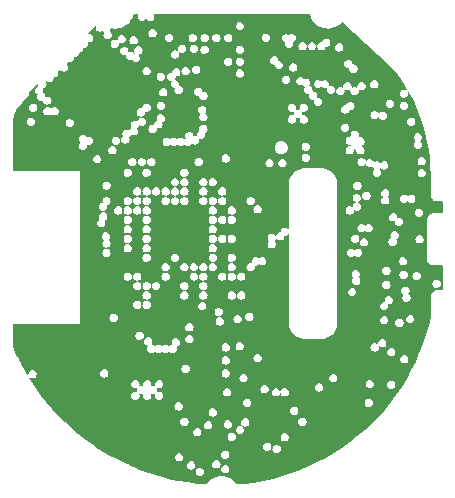
<source format=gbr>
%TF.GenerationSoftware,KiCad,Pcbnew,7.0.1*%
%TF.CreationDate,2023-12-24T21:56:23+00:00*%
%TF.ProjectId,watch_main,77617463-685f-46d6-9169-6e2e6b696361,rev?*%
%TF.SameCoordinates,Original*%
%TF.FileFunction,Copper,L7,Inr*%
%TF.FilePolarity,Positive*%
%FSLAX46Y46*%
G04 Gerber Fmt 4.6, Leading zero omitted, Abs format (unit mm)*
G04 Created by KiCad (PCBNEW 7.0.1) date 2023-12-24 21:56:23*
%MOMM*%
%LPD*%
G01*
G04 APERTURE LIST*
%TA.AperFunction,ComponentPad*%
%ADD10C,0.500000*%
%TD*%
%TA.AperFunction,ViaPad*%
%ADD11C,0.300000*%
%TD*%
G04 APERTURE END LIST*
D10*
%TO.N,GND*%
%TO.C,U301*%
X142517157Y-85368629D03*
X141668629Y-84520101D03*
X140820101Y-83671573D03*
X139971573Y-82823045D03*
X141574584Y-86311202D03*
X140726056Y-85462674D03*
X139877528Y-84614146D03*
X139029000Y-83765618D03*
X140632011Y-87253776D03*
X139783483Y-86405248D03*
X138934954Y-85556719D03*
X138086426Y-84708191D03*
X139689437Y-88196349D03*
X138840909Y-87347821D03*
X137992381Y-86499293D03*
X137143853Y-85650765D03*
%TD*%
D11*
%TO.N,GND*%
X159310000Y-81510000D03*
X147958000Y-84486000D03*
X138852000Y-108611000D03*
X161900000Y-97500000D03*
X160800000Y-98300000D03*
X156353000Y-89875000D03*
X141600000Y-110800000D03*
X141600000Y-109400000D03*
X142000000Y-112000000D03*
X143000000Y-112000000D03*
X144000000Y-112000000D03*
X146000000Y-115000000D03*
X145000000Y-115000000D03*
X145000000Y-114000000D03*
X144000000Y-114000000D03*
X144000000Y-115000000D03*
X143000000Y-115000000D03*
X142000000Y-115000000D03*
X143000000Y-114000000D03*
X142000000Y-114000000D03*
X145000000Y-113000000D03*
X144000000Y-113000000D03*
X143000000Y-113000000D03*
X142000000Y-113000000D03*
X166100000Y-102350000D03*
X136600000Y-110400000D03*
X135300000Y-108000000D03*
X162600000Y-95600000D03*
X139500000Y-99500000D03*
X164000000Y-102200000D03*
X147500000Y-98300000D03*
X147000000Y-97800000D03*
X139500000Y-98500000D03*
X158600000Y-115200000D03*
X138500000Y-96500000D03*
X137600000Y-106600000D03*
X160900000Y-94700000D03*
X138500000Y-101500000D03*
X147000000Y-97300000D03*
X160200000Y-83000000D03*
X166087500Y-91137500D03*
X137500000Y-91500000D03*
X161700000Y-99400000D03*
X165387500Y-91837500D03*
X152580000Y-105800000D03*
X136900000Y-89000000D03*
X166087500Y-91837500D03*
X139500000Y-102500000D03*
X137500000Y-105500000D03*
X154722000Y-91572000D03*
X165387500Y-91137500D03*
X138500000Y-93500000D03*
X163000000Y-88180000D03*
X150700000Y-110200000D03*
X137100000Y-107100000D03*
X142900000Y-96100000D03*
X166087500Y-90437500D03*
X134300000Y-106900000D03*
X162700000Y-107400000D03*
X154220000Y-95900000D03*
X146500000Y-98300000D03*
X138500000Y-97500000D03*
X138500000Y-92500000D03*
X138900000Y-111100000D03*
X133500000Y-91500000D03*
X145600000Y-80000000D03*
X165300000Y-106400000D03*
X166800000Y-96600000D03*
X136500000Y-106900000D03*
X138500000Y-99500000D03*
X136500000Y-105500000D03*
X136600000Y-88300000D03*
X136500000Y-91500000D03*
X160900000Y-96500000D03*
X146400000Y-109000000D03*
X137000000Y-109800000D03*
X163800000Y-104000000D03*
X139000000Y-103000000D03*
X157700000Y-88500000D03*
X138500000Y-102500000D03*
X138300000Y-108200000D03*
X133400000Y-108100000D03*
X137300000Y-90100000D03*
X133000000Y-86900000D03*
X139000000Y-100000000D03*
X147000000Y-96800000D03*
X158100000Y-81100000D03*
X145500000Y-97300000D03*
X145500000Y-96300000D03*
X139500000Y-97500000D03*
X134500000Y-91500000D03*
X161300000Y-98500000D03*
X134900000Y-90300000D03*
X150100000Y-95300000D03*
X136000000Y-88300000D03*
X146000000Y-97300000D03*
X147700000Y-92900000D03*
X147000000Y-96300000D03*
X155600000Y-116600000D03*
X137500000Y-110400000D03*
X149300000Y-101700000D03*
X156900000Y-115800000D03*
X148100000Y-81200000D03*
X166800000Y-98900000D03*
X137500000Y-113100000D03*
X139200000Y-108100000D03*
X135500000Y-91500000D03*
X139000000Y-101000000D03*
X165300000Y-105400000D03*
X139000000Y-99000000D03*
X138500000Y-113100000D03*
X143100000Y-105300000D03*
X153400000Y-113500000D03*
X154400000Y-112500000D03*
X141300000Y-97700000D03*
X136000000Y-106200000D03*
X135000000Y-106200000D03*
X139500000Y-103500000D03*
X146700000Y-82100000D03*
X138500000Y-112100000D03*
X152600000Y-102900000D03*
X134500000Y-105500000D03*
X133400000Y-90900000D03*
X146500000Y-97300000D03*
X142560528Y-108927380D03*
X135400000Y-88300000D03*
X161222000Y-93671000D03*
X144420000Y-84600000D03*
X138500000Y-104500000D03*
X153900000Y-113000000D03*
X161400000Y-100100000D03*
X167600000Y-102350000D03*
X158880000Y-112820000D03*
X153712000Y-99091000D03*
X152510000Y-99290000D03*
X146000000Y-96800000D03*
X133400000Y-87600000D03*
X145500000Y-96800000D03*
X163175000Y-105775000D03*
X153400000Y-112500000D03*
X165707500Y-89100000D03*
X139000000Y-105000000D03*
X136100000Y-90300000D03*
X146500000Y-96300000D03*
X139300000Y-90300000D03*
X138500000Y-100500000D03*
X138500000Y-94500000D03*
X139000000Y-93000000D03*
X150580000Y-79020000D03*
X139500000Y-101500000D03*
X135600000Y-111400000D03*
X143300000Y-106500000D03*
X139000000Y-94000000D03*
X136900000Y-107800000D03*
X146000000Y-97800000D03*
X142900000Y-102500000D03*
X138900000Y-106400000D03*
X135500000Y-106900000D03*
X155500000Y-109600000D03*
X136000000Y-90900000D03*
X136700000Y-90100000D03*
X136300000Y-88800000D03*
X135700000Y-88800000D03*
X148700000Y-87900000D03*
X147500000Y-97800000D03*
X153000000Y-90800000D03*
X144540000Y-116210000D03*
X139000000Y-95000000D03*
X141300000Y-98500000D03*
X164300000Y-87000000D03*
X156100000Y-114200000D03*
X138500000Y-105500000D03*
X155410000Y-96587000D03*
X139000000Y-102000000D03*
X134500000Y-88900000D03*
X144139411Y-87260589D03*
X138200000Y-110200000D03*
X145500000Y-98300000D03*
X145600000Y-107400000D03*
X135100000Y-88800000D03*
X153200000Y-107300000D03*
X138500000Y-98500000D03*
X150900000Y-96900000D03*
X164110000Y-83800000D03*
X146400000Y-112600000D03*
X134400000Y-109700000D03*
X165707500Y-89737500D03*
X146000000Y-96300000D03*
X132700000Y-88400000D03*
X152610000Y-106800000D03*
X163750000Y-110050000D03*
X156361000Y-110210000D03*
X145400000Y-82400000D03*
X149600000Y-81700000D03*
X155500000Y-115200000D03*
X145500000Y-97800000D03*
X145600000Y-79000000D03*
X139000000Y-98000000D03*
X146500000Y-97800000D03*
X151500000Y-113000000D03*
X134400000Y-90800000D03*
X146500000Y-96800000D03*
X136000000Y-107500000D03*
X146472000Y-106964000D03*
X134800000Y-107500000D03*
X151600000Y-111700000D03*
X136900000Y-108500000D03*
X138000000Y-91000000D03*
X133400000Y-88300000D03*
X139500000Y-104500000D03*
X132900000Y-107500000D03*
X151100000Y-82200000D03*
X142809926Y-116364387D03*
X136500000Y-112100000D03*
X134400000Y-90100000D03*
X139000000Y-96000000D03*
X142900000Y-100100000D03*
X151100000Y-81200000D03*
X135500000Y-105500000D03*
X155100000Y-93300000D03*
X137200000Y-88600000D03*
X135900000Y-108500000D03*
X148000000Y-107400000D03*
X134200000Y-85500000D03*
X137000000Y-106200000D03*
X144500000Y-94500000D03*
X162200000Y-96350000D03*
X142900000Y-92100000D03*
X147000000Y-98300000D03*
X138500000Y-91500000D03*
X133500000Y-105500000D03*
X137000000Y-90900000D03*
X155430000Y-79720000D03*
X134900000Y-110600000D03*
X144200000Y-86300000D03*
X140900000Y-91200000D03*
X138900000Y-107500000D03*
X165387500Y-90437500D03*
X164000000Y-99400000D03*
X147700000Y-93700000D03*
X157300000Y-83100000D03*
X139000000Y-92000000D03*
X154400000Y-113500000D03*
X139000000Y-97000000D03*
X140200000Y-104600000D03*
X165300000Y-105900000D03*
X147700000Y-94500000D03*
X147500000Y-96300000D03*
X139000000Y-104000000D03*
X165600000Y-100200000D03*
X157300000Y-110320000D03*
X150600000Y-83700000D03*
X137900000Y-109700000D03*
X153000000Y-94700000D03*
X135000000Y-90900000D03*
X144400000Y-107400000D03*
X133900000Y-90500000D03*
X149300000Y-114600000D03*
X140100000Y-108000000D03*
X152600000Y-79700000D03*
X137500000Y-112100000D03*
X147500000Y-96800000D03*
X135500000Y-90200000D03*
X159320000Y-87980000D03*
X164700000Y-96800000D03*
X148800000Y-115900000D03*
X138500000Y-103500000D03*
X145000000Y-87000000D03*
X139500000Y-100500000D03*
X138500000Y-114100000D03*
X146100000Y-101700000D03*
X133900000Y-108600000D03*
X144500000Y-100100000D03*
X132800000Y-87700000D03*
X157300000Y-81100000D03*
X138200000Y-106100000D03*
X154795000Y-97965000D03*
X151700000Y-96900000D03*
X164200000Y-108600000D03*
X133800000Y-106300000D03*
X144500000Y-100900000D03*
X146000000Y-98300000D03*
X136500000Y-108100000D03*
X147500000Y-97300000D03*
X136000000Y-109800000D03*
X139500000Y-105500000D03*
X138500000Y-95500000D03*
X134700000Y-88300000D03*
X154150000Y-94700000D03*
X138800000Y-109600000D03*
X152100000Y-104900000D03*
X149300000Y-93700000D03*
%TD*%
%TA.AperFunction,Conductor*%
%TO.N,GND*%
G36*
X142989643Y-78660300D02*
G01*
X143004991Y-78685346D01*
X143001157Y-78714469D01*
X142962499Y-78790338D01*
X142945131Y-78900000D01*
X142962499Y-79009661D01*
X143012902Y-79108584D01*
X143091415Y-79187097D01*
X143190338Y-79237500D01*
X143205332Y-79239874D01*
X143300000Y-79254869D01*
X143409661Y-79237500D01*
X143420752Y-79231849D01*
X143508584Y-79187097D01*
X143508584Y-79187096D01*
X143508587Y-79187095D01*
X143587095Y-79108587D01*
X143610795Y-79062071D01*
X143634232Y-79040970D01*
X143665768Y-79040970D01*
X143689204Y-79062071D01*
X143696119Y-79075642D01*
X143712904Y-79108586D01*
X143791415Y-79187097D01*
X143890338Y-79237500D01*
X143905332Y-79239874D01*
X144000000Y-79254869D01*
X144109661Y-79237500D01*
X144120752Y-79231849D01*
X144208584Y-79187097D01*
X144208584Y-79187096D01*
X144208587Y-79187095D01*
X144287095Y-79108587D01*
X144292884Y-79097227D01*
X144337500Y-79009661D01*
X144339046Y-78999898D01*
X144354869Y-78900000D01*
X144337500Y-78790339D01*
X144337500Y-78790338D01*
X144298843Y-78714469D01*
X144295009Y-78685346D01*
X144310357Y-78660300D01*
X144338047Y-78650494D01*
X157493697Y-78650494D01*
X157521641Y-78660507D01*
X157536867Y-78685989D01*
X157552179Y-78763713D01*
X157595162Y-78883745D01*
X157630256Y-78981749D01*
X157739851Y-79185769D01*
X157739853Y-79185772D01*
X157878536Y-79371248D01*
X158043227Y-79534068D01*
X158102166Y-79577094D01*
X158230281Y-79670622D01*
X158365095Y-79741066D01*
X158435540Y-79777876D01*
X158513916Y-79804934D01*
X158654455Y-79853454D01*
X158882166Y-79895676D01*
X159113623Y-79903608D01*
X159343685Y-79877074D01*
X159343687Y-79877073D01*
X159343690Y-79877073D01*
X159567265Y-79816660D01*
X159779385Y-79723709D01*
X159975347Y-79600281D01*
X160150802Y-79449117D01*
X160181945Y-79412905D01*
X160196624Y-79395836D01*
X160215750Y-79382891D01*
X160238799Y-79381417D01*
X160259418Y-79391820D01*
X164330291Y-83055606D01*
X164335049Y-83060618D01*
X164776825Y-83606065D01*
X164778177Y-83607824D01*
X165203109Y-84190213D01*
X165204371Y-84192037D01*
X165599416Y-84795117D01*
X165600585Y-84797003D01*
X165763516Y-85075409D01*
X165768733Y-85106026D01*
X165752429Y-85132462D01*
X165722728Y-85141543D01*
X165694428Y-85128746D01*
X165688584Y-85122902D01*
X165589661Y-85072499D01*
X165480000Y-85055131D01*
X165370338Y-85072499D01*
X165271415Y-85122902D01*
X165192902Y-85201415D01*
X165142499Y-85300338D01*
X165125131Y-85409999D01*
X165142499Y-85519661D01*
X165192902Y-85618584D01*
X165271415Y-85697097D01*
X165370338Y-85747500D01*
X165385332Y-85749874D01*
X165480000Y-85764869D01*
X165589661Y-85747500D01*
X165599535Y-85742469D01*
X165688584Y-85697097D01*
X165688584Y-85697096D01*
X165688587Y-85697095D01*
X165767095Y-85618587D01*
X165768990Y-85614869D01*
X165817500Y-85519661D01*
X165820041Y-85503617D01*
X165834869Y-85410000D01*
X165825223Y-85349105D01*
X165830835Y-85319781D01*
X165853873Y-85300789D01*
X165883729Y-85300875D01*
X165906656Y-85319997D01*
X165914285Y-85333033D01*
X165964731Y-85419232D01*
X165965803Y-85421174D01*
X166298120Y-86060965D01*
X166299093Y-86062959D01*
X166598751Y-86718711D01*
X166599621Y-86720752D01*
X166865826Y-87390732D01*
X166866593Y-87392814D01*
X167098687Y-88075358D01*
X167099349Y-88077475D01*
X167296761Y-88770907D01*
X167297314Y-88773056D01*
X167459512Y-89475516D01*
X167459956Y-89477689D01*
X167586538Y-90187421D01*
X167586873Y-90189615D01*
X167677524Y-90904861D01*
X167677747Y-90907068D01*
X167732227Y-91625945D01*
X167732339Y-91628161D01*
X167750519Y-92349062D01*
X167750533Y-92350199D01*
X167749534Y-93945474D01*
X167749500Y-93945695D01*
X167749500Y-94000001D01*
X167749480Y-94031608D01*
X167749500Y-94031823D01*
X167749500Y-94062026D01*
X167777104Y-94182967D01*
X167830930Y-94294739D01*
X167908274Y-94391725D01*
X168005260Y-94469069D01*
X168005263Y-94469071D01*
X168117031Y-94522895D01*
X168237974Y-94550500D01*
X168237978Y-94550500D01*
X168237987Y-94550502D01*
X168243826Y-94550501D01*
X168243829Y-94550503D01*
X168706536Y-94550499D01*
X168728535Y-94556394D01*
X168744640Y-94572499D01*
X168750535Y-94594499D01*
X168750535Y-95505500D01*
X168737648Y-95536613D01*
X168706535Y-95549500D01*
X168047595Y-95549500D01*
X168000000Y-95549500D01*
X167932340Y-95549500D01*
X167902229Y-95556372D01*
X167800413Y-95579610D01*
X167678491Y-95638325D01*
X167572694Y-95722694D01*
X167488325Y-95828491D01*
X167429610Y-95950413D01*
X167415799Y-96010927D01*
X167399500Y-96082340D01*
X167399500Y-96093827D01*
X167399500Y-99302405D01*
X167399500Y-99350000D01*
X167399500Y-99417660D01*
X167405521Y-99444042D01*
X167429610Y-99549586D01*
X167488325Y-99671508D01*
X167572694Y-99777305D01*
X167678491Y-99861674D01*
X167678492Y-99861674D01*
X167678493Y-99861675D01*
X167800412Y-99920389D01*
X167932340Y-99950500D01*
X167943827Y-99950500D01*
X168000000Y-99950500D01*
X168047595Y-99950500D01*
X168706535Y-99950500D01*
X168737648Y-99963387D01*
X168750535Y-99994500D01*
X168750535Y-102005497D01*
X168737648Y-102036610D01*
X168706535Y-102049497D01*
X168272154Y-102049500D01*
X168237974Y-102049500D01*
X168117032Y-102077104D01*
X168005260Y-102130930D01*
X167908274Y-102208274D01*
X167830930Y-102305260D01*
X167777104Y-102417032D01*
X167749463Y-102538134D01*
X167749500Y-102599786D01*
X167749500Y-102654371D01*
X167749532Y-102654574D01*
X167750510Y-104309384D01*
X167749281Y-104319736D01*
X167567784Y-105071546D01*
X167567281Y-105073444D01*
X167343037Y-105848798D01*
X167342449Y-105850673D01*
X167083821Y-106615242D01*
X167083150Y-106617088D01*
X166790662Y-107369327D01*
X166789910Y-107371142D01*
X166464120Y-108109615D01*
X166463287Y-108111394D01*
X166104865Y-108834577D01*
X166103953Y-108836317D01*
X165713621Y-109542757D01*
X165712633Y-109544455D01*
X165291144Y-110232790D01*
X165290081Y-110234442D01*
X164838289Y-110903276D01*
X164837153Y-110904879D01*
X164355967Y-111552867D01*
X164354761Y-111554418D01*
X163845119Y-112180298D01*
X163843845Y-112181793D01*
X163306787Y-112784285D01*
X163305448Y-112785722D01*
X162742002Y-113363673D01*
X162740606Y-113365041D01*
X162151963Y-113917231D01*
X162150501Y-113918542D01*
X161537766Y-114443933D01*
X161536246Y-114445178D01*
X160900698Y-114942673D01*
X160899125Y-114943849D01*
X160241988Y-115412493D01*
X160240363Y-115413598D01*
X159562967Y-115852439D01*
X159561295Y-115853470D01*
X158864983Y-116261640D01*
X158863267Y-116262595D01*
X158149433Y-116639276D01*
X158147675Y-116640154D01*
X157417750Y-116984591D01*
X157415955Y-116985390D01*
X156671357Y-117296915D01*
X156669529Y-117297632D01*
X155911783Y-117575604D01*
X155909924Y-117576239D01*
X155140536Y-117820108D01*
X155138650Y-117820660D01*
X154359131Y-118029948D01*
X154357223Y-118030415D01*
X153569133Y-118204701D01*
X153567206Y-118205082D01*
X152772140Y-118344014D01*
X152770198Y-118344309D01*
X151969711Y-118447616D01*
X151967757Y-118447824D01*
X151373420Y-118497682D01*
X151350712Y-118493508D01*
X151333248Y-118478414D01*
X151271712Y-118387025D01*
X151113401Y-118214763D01*
X151090103Y-118196040D01*
X150931033Y-118068204D01*
X150728742Y-117950670D01*
X150728741Y-117950669D01*
X150728740Y-117950669D01*
X150511101Y-117864818D01*
X150511097Y-117864817D01*
X150283043Y-117812594D01*
X150049735Y-117795183D01*
X150049734Y-117795183D01*
X149933092Y-117804078D01*
X149816449Y-117812975D01*
X149588476Y-117865569D01*
X149370984Y-117951773D01*
X149168878Y-118069640D01*
X148986747Y-118216497D01*
X148828720Y-118389014D01*
X148767086Y-118480872D01*
X148749676Y-118495981D01*
X148727016Y-118500214D01*
X148082932Y-118448331D01*
X148080975Y-118448129D01*
X147231125Y-118341255D01*
X147229179Y-118340966D01*
X146384942Y-118196205D01*
X146383011Y-118195829D01*
X145546121Y-118013477D01*
X145544208Y-118013016D01*
X144788546Y-117812594D01*
X144716257Y-117793420D01*
X144714371Y-117792875D01*
X143897091Y-117536495D01*
X143895227Y-117535864D01*
X143659046Y-117450000D01*
X147845131Y-117450000D01*
X147862499Y-117559661D01*
X147912902Y-117658584D01*
X147991415Y-117737097D01*
X148090338Y-117787500D01*
X148105332Y-117789874D01*
X148200000Y-117804869D01*
X148309661Y-117787500D01*
X148309661Y-117787499D01*
X148408584Y-117737097D01*
X148408584Y-117737096D01*
X148408587Y-117737095D01*
X148487095Y-117658587D01*
X148537500Y-117559661D01*
X148554869Y-117450000D01*
X148537500Y-117340339D01*
X148537500Y-117340338D01*
X148487097Y-117241415D01*
X148445682Y-117200000D01*
X149995131Y-117200000D01*
X150012499Y-117309661D01*
X150062902Y-117408584D01*
X150141415Y-117487097D01*
X150240338Y-117537500D01*
X150255332Y-117539874D01*
X150350000Y-117554869D01*
X150459661Y-117537500D01*
X150461633Y-117536495D01*
X150558584Y-117487097D01*
X150558584Y-117487096D01*
X150558587Y-117487095D01*
X150637095Y-117408587D01*
X150638773Y-117405295D01*
X150687500Y-117309661D01*
X150696178Y-117254869D01*
X150704869Y-117200000D01*
X150687500Y-117090339D01*
X150687500Y-117090338D01*
X150637097Y-116991415D01*
X150558584Y-116912902D01*
X150459661Y-116862499D01*
X150350000Y-116845131D01*
X150240338Y-116862499D01*
X150141415Y-116912902D01*
X150062902Y-116991415D01*
X150012499Y-117090338D01*
X149995131Y-117200000D01*
X148445682Y-117200000D01*
X148408584Y-117162902D01*
X148309661Y-117112499D01*
X148200000Y-117095131D01*
X148090338Y-117112499D01*
X147991415Y-117162902D01*
X147912902Y-117241415D01*
X147862499Y-117340338D01*
X147845131Y-117450000D01*
X143659046Y-117450000D01*
X143090231Y-117243206D01*
X143088398Y-117242493D01*
X142877283Y-117154869D01*
X142297267Y-116914131D01*
X142295484Y-116913344D01*
X142267000Y-116899999D01*
X147105131Y-116899999D01*
X147122499Y-117009661D01*
X147172902Y-117108584D01*
X147251415Y-117187097D01*
X147350338Y-117237500D01*
X147365332Y-117239874D01*
X147460000Y-117254869D01*
X147569661Y-117237500D01*
X147569661Y-117237499D01*
X147668584Y-117187097D01*
X147668584Y-117187096D01*
X147668587Y-117187095D01*
X147747095Y-117108587D01*
X147753952Y-117095131D01*
X147797500Y-117009661D01*
X147801344Y-116985390D01*
X147814869Y-116900000D01*
X147799030Y-116800000D01*
X149245131Y-116800000D01*
X149262499Y-116909661D01*
X149312902Y-117008584D01*
X149391415Y-117087097D01*
X149490338Y-117137500D01*
X149505332Y-117139874D01*
X149600000Y-117154869D01*
X149709661Y-117137500D01*
X149758729Y-117112499D01*
X149808584Y-117087097D01*
X149808584Y-117087096D01*
X149808587Y-117087095D01*
X149887095Y-117008587D01*
X149898915Y-116985390D01*
X149937500Y-116909661D01*
X149939030Y-116899999D01*
X149954869Y-116800000D01*
X149939874Y-116705332D01*
X149937500Y-116690338D01*
X149887097Y-116591415D01*
X149808584Y-116512902D01*
X149709661Y-116462499D01*
X149600000Y-116445131D01*
X149490338Y-116462499D01*
X149391415Y-116512902D01*
X149312902Y-116591415D01*
X149262499Y-116690338D01*
X149245131Y-116800000D01*
X147799030Y-116800000D01*
X147797500Y-116790339D01*
X147797500Y-116790338D01*
X147747097Y-116691415D01*
X147668584Y-116612902D01*
X147569661Y-116562499D01*
X147460000Y-116545131D01*
X147350338Y-116562499D01*
X147251415Y-116612902D01*
X147172902Y-116691415D01*
X147122499Y-116790338D01*
X147105131Y-116899999D01*
X142267000Y-116899999D01*
X141710500Y-116639276D01*
X141519847Y-116549954D01*
X141518084Y-116549080D01*
X140852211Y-116199999D01*
X146085131Y-116199999D01*
X146102499Y-116309661D01*
X146152902Y-116408584D01*
X146231415Y-116487097D01*
X146330338Y-116537500D01*
X146345332Y-116539874D01*
X146440000Y-116554869D01*
X146549661Y-116537500D01*
X146597938Y-116512902D01*
X146648584Y-116487097D01*
X146648584Y-116487096D01*
X146648587Y-116487095D01*
X146727095Y-116408587D01*
X146763316Y-116337500D01*
X146777500Y-116309661D01*
X146781074Y-116287095D01*
X146794869Y-116200000D01*
X146777500Y-116090339D01*
X146777500Y-116090338D01*
X146731471Y-116000000D01*
X149995131Y-116000000D01*
X150012499Y-116109661D01*
X150062902Y-116208584D01*
X150141415Y-116287097D01*
X150240338Y-116337500D01*
X150255332Y-116339874D01*
X150350000Y-116354869D01*
X150459661Y-116337500D01*
X150459660Y-116337500D01*
X150558584Y-116287097D01*
X150558584Y-116287096D01*
X150558587Y-116287095D01*
X150637095Y-116208587D01*
X150641471Y-116200000D01*
X150687500Y-116109661D01*
X150690560Y-116090339D01*
X150704869Y-116000000D01*
X150687500Y-115890339D01*
X150687500Y-115890338D01*
X150637097Y-115791415D01*
X150558584Y-115712902D01*
X150459661Y-115662499D01*
X150350000Y-115645131D01*
X150240338Y-115662499D01*
X150141415Y-115712902D01*
X150062902Y-115791415D01*
X150012499Y-115890338D01*
X149995131Y-116000000D01*
X146731471Y-116000000D01*
X146727097Y-115991415D01*
X146648584Y-115912902D01*
X146549661Y-115862499D01*
X146440000Y-115845131D01*
X146330338Y-115862499D01*
X146231415Y-115912902D01*
X146152902Y-115991415D01*
X146102499Y-116090338D01*
X146085131Y-116199999D01*
X140852211Y-116199999D01*
X140759430Y-116151359D01*
X140757709Y-116150406D01*
X140017653Y-115719203D01*
X140015975Y-115718175D01*
X139366846Y-115300000D01*
X153545131Y-115300000D01*
X153562499Y-115409661D01*
X153612902Y-115508584D01*
X153691415Y-115587097D01*
X153790338Y-115637500D01*
X153805332Y-115639874D01*
X153900000Y-115654869D01*
X154009661Y-115637500D01*
X154009661Y-115637499D01*
X154108584Y-115587097D01*
X154108584Y-115587096D01*
X154108587Y-115587095D01*
X154187095Y-115508587D01*
X154191471Y-115500000D01*
X154345131Y-115500000D01*
X154362499Y-115609661D01*
X154412902Y-115708584D01*
X154491415Y-115787097D01*
X154590338Y-115837500D01*
X154605332Y-115839874D01*
X154700000Y-115854869D01*
X154809661Y-115837500D01*
X154809661Y-115837499D01*
X154908584Y-115787097D01*
X154908584Y-115787096D01*
X154908587Y-115787095D01*
X154987095Y-115708587D01*
X155004235Y-115674949D01*
X155037500Y-115609661D01*
X155041074Y-115587095D01*
X155054869Y-115500000D01*
X155037500Y-115390339D01*
X155037500Y-115390338D01*
X154987097Y-115291415D01*
X154908584Y-115212902D01*
X154809661Y-115162499D01*
X154700000Y-115145131D01*
X154590338Y-115162499D01*
X154491415Y-115212902D01*
X154412902Y-115291415D01*
X154362499Y-115390338D01*
X154345131Y-115500000D01*
X154191471Y-115500000D01*
X154237500Y-115409661D01*
X154240560Y-115390339D01*
X154254869Y-115300000D01*
X154237500Y-115190339D01*
X154237500Y-115190338D01*
X154187097Y-115091415D01*
X154108584Y-115012902D01*
X154009661Y-114962499D01*
X153900000Y-114945131D01*
X153790338Y-114962499D01*
X153691415Y-115012902D01*
X153612902Y-115091415D01*
X153562499Y-115190338D01*
X153545131Y-115300000D01*
X139366846Y-115300000D01*
X139295891Y-115254290D01*
X139294262Y-115253188D01*
X138595657Y-114757591D01*
X138594078Y-114756417D01*
X138213512Y-114460000D01*
X150545131Y-114460000D01*
X150562499Y-114569661D01*
X150612902Y-114668584D01*
X150691415Y-114747097D01*
X150790338Y-114797500D01*
X150805332Y-114799874D01*
X150900000Y-114814869D01*
X151009661Y-114797500D01*
X151030082Y-114787095D01*
X151108584Y-114747097D01*
X151108584Y-114747096D01*
X151108587Y-114747095D01*
X151187095Y-114668587D01*
X151237500Y-114569661D01*
X151248533Y-114500000D01*
X155045131Y-114500000D01*
X155062499Y-114609661D01*
X155112902Y-114708584D01*
X155191415Y-114787097D01*
X155290338Y-114837500D01*
X155305332Y-114839874D01*
X155400000Y-114854869D01*
X155509661Y-114837500D01*
X155509661Y-114837499D01*
X155608584Y-114787097D01*
X155608584Y-114787096D01*
X155608587Y-114787095D01*
X155687095Y-114708587D01*
X155707478Y-114668584D01*
X155737500Y-114609661D01*
X155737500Y-114609660D01*
X155754869Y-114500000D01*
X155737500Y-114390339D01*
X155737500Y-114390338D01*
X155687097Y-114291415D01*
X155608584Y-114212902D01*
X155509661Y-114162499D01*
X155400000Y-114145131D01*
X155290338Y-114162499D01*
X155191415Y-114212902D01*
X155112902Y-114291415D01*
X155062499Y-114390338D01*
X155045131Y-114500000D01*
X151248533Y-114500000D01*
X151254869Y-114460000D01*
X151237500Y-114350339D01*
X151237500Y-114350338D01*
X151187097Y-114251415D01*
X151108584Y-114172902D01*
X151009661Y-114122499D01*
X150900000Y-114105131D01*
X150790338Y-114122499D01*
X150691415Y-114172902D01*
X150612902Y-114251415D01*
X150562499Y-114350338D01*
X150545131Y-114460000D01*
X138213512Y-114460000D01*
X137950145Y-114254868D01*
X137918322Y-114230081D01*
X137916801Y-114228842D01*
X137839060Y-114162500D01*
X137744308Y-114081641D01*
X147611226Y-114081641D01*
X147628594Y-114191303D01*
X147678997Y-114290226D01*
X147757510Y-114368739D01*
X147856433Y-114419142D01*
X147871427Y-114421516D01*
X147966095Y-114436511D01*
X148075756Y-114419142D01*
X148075755Y-114419142D01*
X148174679Y-114368739D01*
X148174679Y-114368738D01*
X148174682Y-114368737D01*
X148253190Y-114290229D01*
X148271208Y-114254868D01*
X148303595Y-114191303D01*
X148304261Y-114187095D01*
X148320964Y-114081642D01*
X148303595Y-113971981D01*
X148303595Y-113971980D01*
X148266920Y-113900000D01*
X151245131Y-113900000D01*
X151262499Y-114009661D01*
X151312902Y-114108584D01*
X151391415Y-114187097D01*
X151490338Y-114237500D01*
X151505332Y-114239874D01*
X151600000Y-114254869D01*
X151709661Y-114237500D01*
X151725411Y-114229475D01*
X151808584Y-114187097D01*
X151808584Y-114187096D01*
X151808587Y-114187095D01*
X151887095Y-114108587D01*
X151937500Y-114009661D01*
X151954869Y-113900000D01*
X151939874Y-113805332D01*
X151937500Y-113790338D01*
X151887097Y-113691415D01*
X151823632Y-113627950D01*
X151810881Y-113600289D01*
X151815258Y-113584765D01*
X151798526Y-113595946D01*
X151768279Y-113592367D01*
X151753359Y-113584765D01*
X151709661Y-113562500D01*
X151709659Y-113562499D01*
X151709658Y-113562499D01*
X151600000Y-113545131D01*
X151490338Y-113562499D01*
X151391415Y-113612902D01*
X151312902Y-113691415D01*
X151262499Y-113790338D01*
X151245131Y-113900000D01*
X148266920Y-113900000D01*
X148253192Y-113873057D01*
X148174679Y-113794544D01*
X148075756Y-113744141D01*
X147966095Y-113726773D01*
X147856433Y-113744141D01*
X147757510Y-113794544D01*
X147678997Y-113873057D01*
X147628594Y-113971980D01*
X147611226Y-114081641D01*
X137744308Y-114081641D01*
X137317130Y-113717097D01*
X137265236Y-113672812D01*
X137263768Y-113671501D01*
X137179023Y-113592367D01*
X136758834Y-113200000D01*
X146545131Y-113200000D01*
X146562499Y-113309661D01*
X146612902Y-113408584D01*
X146691415Y-113487097D01*
X146790338Y-113537500D01*
X146803983Y-113539661D01*
X146900000Y-113554869D01*
X147009661Y-113537500D01*
X147010456Y-113537095D01*
X147083260Y-113500000D01*
X148545131Y-113500000D01*
X148547505Y-113514993D01*
X148562499Y-113609661D01*
X148612902Y-113708584D01*
X148691415Y-113787097D01*
X148790338Y-113837500D01*
X148805332Y-113839874D01*
X148900000Y-113854869D01*
X149009661Y-113837500D01*
X149093962Y-113794547D01*
X149108584Y-113787097D01*
X149108584Y-113787096D01*
X149108587Y-113787095D01*
X149187095Y-113708587D01*
X149237500Y-113609661D01*
X149254869Y-113500000D01*
X149243782Y-113429999D01*
X150226131Y-113429999D01*
X150243499Y-113539661D01*
X150293902Y-113638584D01*
X150372415Y-113717097D01*
X150471338Y-113767500D01*
X150486332Y-113769874D01*
X150581000Y-113784869D01*
X150690661Y-113767500D01*
X150770593Y-113726773D01*
X150789584Y-113717097D01*
X150789584Y-113717096D01*
X150789587Y-113717095D01*
X150868095Y-113638587D01*
X150882834Y-113609661D01*
X150918500Y-113539661D01*
X150918906Y-113537095D01*
X150935869Y-113430000D01*
X150918500Y-113320339D01*
X150918500Y-113320338D01*
X150882661Y-113249999D01*
X151688131Y-113249999D01*
X151705499Y-113359661D01*
X151755902Y-113458584D01*
X151819367Y-113522049D01*
X151832118Y-113549710D01*
X151827740Y-113565233D01*
X151844473Y-113554053D01*
X151874720Y-113557633D01*
X151933338Y-113587500D01*
X151948332Y-113589874D01*
X152043000Y-113604869D01*
X152152661Y-113587500D01*
X152211279Y-113557633D01*
X152251584Y-113537097D01*
X152251584Y-113537096D01*
X152251587Y-113537095D01*
X152330095Y-113458587D01*
X152344662Y-113429999D01*
X152380500Y-113359661D01*
X152391309Y-113291415D01*
X152397869Y-113250000D01*
X152389950Y-113200000D01*
X156535131Y-113200000D01*
X156552499Y-113309661D01*
X156602902Y-113408584D01*
X156681415Y-113487097D01*
X156780338Y-113537500D01*
X156793983Y-113539661D01*
X156890000Y-113554869D01*
X156999661Y-113537500D01*
X157000456Y-113537095D01*
X157098584Y-113487097D01*
X157098584Y-113487096D01*
X157098587Y-113487095D01*
X157177095Y-113408587D01*
X157186394Y-113390338D01*
X157227500Y-113309661D01*
X157230390Y-113291413D01*
X157244869Y-113200000D01*
X157227500Y-113090339D01*
X157227500Y-113090338D01*
X157177097Y-112991415D01*
X157098584Y-112912902D01*
X156999661Y-112862499D01*
X156890000Y-112845131D01*
X156780338Y-112862499D01*
X156681415Y-112912902D01*
X156602902Y-112991415D01*
X156552499Y-113090338D01*
X156535131Y-113200000D01*
X152389950Y-113200000D01*
X152381259Y-113145131D01*
X152380500Y-113140338D01*
X152330097Y-113041415D01*
X152251584Y-112962902D01*
X152152661Y-112912499D01*
X152043000Y-112895131D01*
X151933338Y-112912499D01*
X151834415Y-112962902D01*
X151755902Y-113041415D01*
X151705499Y-113140338D01*
X151688131Y-113249999D01*
X150882661Y-113249999D01*
X150868097Y-113221415D01*
X150789584Y-113142902D01*
X150690661Y-113092499D01*
X150581000Y-113075131D01*
X150471338Y-113092499D01*
X150372415Y-113142902D01*
X150293902Y-113221415D01*
X150243499Y-113320338D01*
X150226131Y-113429999D01*
X149243782Y-113429999D01*
X149237500Y-113390339D01*
X149237500Y-113390338D01*
X149187097Y-113291415D01*
X149108584Y-113212902D01*
X149009661Y-113162499D01*
X148900000Y-113145131D01*
X148790338Y-113162499D01*
X148691415Y-113212902D01*
X148612902Y-113291415D01*
X148562499Y-113390338D01*
X148545131Y-113499999D01*
X148545131Y-113500000D01*
X147083260Y-113500000D01*
X147108584Y-113487097D01*
X147108584Y-113487096D01*
X147108587Y-113487095D01*
X147187095Y-113408587D01*
X147196394Y-113390338D01*
X147237500Y-113309661D01*
X147240390Y-113291413D01*
X147254869Y-113200000D01*
X147237500Y-113090339D01*
X147237500Y-113090338D01*
X147187097Y-112991415D01*
X147108584Y-112912902D01*
X147009661Y-112862499D01*
X146900000Y-112845131D01*
X146790338Y-112862499D01*
X146691415Y-112912902D01*
X146612902Y-112991415D01*
X146562499Y-113090338D01*
X146545131Y-113200000D01*
X136758834Y-113200000D01*
X136637715Y-113086901D01*
X136636334Y-113085553D01*
X136246153Y-112687097D01*
X136037031Y-112473539D01*
X136035686Y-112472102D01*
X135971136Y-112400000D01*
X148945131Y-112400000D01*
X148962499Y-112509661D01*
X149012902Y-112608584D01*
X149091415Y-112687097D01*
X149190338Y-112737500D01*
X149205332Y-112739874D01*
X149300000Y-112754869D01*
X149409661Y-112737500D01*
X149409661Y-112737499D01*
X149508584Y-112687097D01*
X149508584Y-112687096D01*
X149508587Y-112687095D01*
X149587095Y-112608587D01*
X149588990Y-112604869D01*
X149637500Y-112509661D01*
X149643221Y-112473539D01*
X149654869Y-112400000D01*
X149637500Y-112290339D01*
X149637500Y-112290338D01*
X149616947Y-112250000D01*
X155845131Y-112250000D01*
X155862499Y-112359661D01*
X155912902Y-112458584D01*
X155991415Y-112537097D01*
X156090338Y-112587500D01*
X156105332Y-112589874D01*
X156200000Y-112604869D01*
X156309661Y-112587500D01*
X156309660Y-112587500D01*
X156408584Y-112537097D01*
X156408584Y-112537096D01*
X156408587Y-112537095D01*
X156487095Y-112458587D01*
X156516947Y-112400000D01*
X156537500Y-112359661D01*
X156537500Y-112359660D01*
X156554869Y-112250000D01*
X156537500Y-112140339D01*
X156537500Y-112140338D01*
X156487097Y-112041415D01*
X156408584Y-111962902D01*
X156309661Y-111912499D01*
X156200000Y-111895131D01*
X156090338Y-111912499D01*
X155991415Y-111962902D01*
X155912902Y-112041415D01*
X155862499Y-112140338D01*
X155845131Y-112250000D01*
X149616947Y-112250000D01*
X149587097Y-112191415D01*
X149508584Y-112112902D01*
X149409661Y-112062499D01*
X149300000Y-112045131D01*
X149190338Y-112062499D01*
X149091415Y-112112902D01*
X149012902Y-112191415D01*
X148962499Y-112290338D01*
X148945131Y-112400000D01*
X135971136Y-112400000D01*
X135714113Y-112112905D01*
X135523510Y-111900000D01*
X146045131Y-111900000D01*
X146062499Y-112009661D01*
X146112902Y-112108584D01*
X146191415Y-112187097D01*
X146290338Y-112237500D01*
X146305332Y-112239874D01*
X146400000Y-112254869D01*
X146509661Y-112237500D01*
X146509660Y-112237500D01*
X146608584Y-112187097D01*
X146608584Y-112187096D01*
X146608587Y-112187095D01*
X146687095Y-112108587D01*
X146710578Y-112062500D01*
X146737500Y-112009661D01*
X146737499Y-112009661D01*
X146754869Y-111900000D01*
X146737500Y-111790339D01*
X146737500Y-111790338D01*
X146687097Y-111691415D01*
X146608584Y-111612902D01*
X146583260Y-111599999D01*
X151845131Y-111599999D01*
X151862499Y-111709661D01*
X151912902Y-111808584D01*
X151991415Y-111887097D01*
X152090338Y-111937500D01*
X152105332Y-111939874D01*
X152200000Y-111954869D01*
X152309661Y-111937500D01*
X152358729Y-111912499D01*
X152408584Y-111887097D01*
X152408584Y-111887096D01*
X152408587Y-111887095D01*
X152487095Y-111808587D01*
X152496394Y-111790338D01*
X152537500Y-111709661D01*
X152540390Y-111691413D01*
X152554869Y-111600000D01*
X152554869Y-111599999D01*
X162145131Y-111599999D01*
X162162499Y-111709661D01*
X162212902Y-111808584D01*
X162291415Y-111887097D01*
X162390338Y-111937500D01*
X162405332Y-111939874D01*
X162500000Y-111954869D01*
X162609661Y-111937500D01*
X162658729Y-111912499D01*
X162708584Y-111887097D01*
X162708584Y-111887096D01*
X162708587Y-111887095D01*
X162787095Y-111808587D01*
X162796394Y-111790338D01*
X162837500Y-111709661D01*
X162840390Y-111691413D01*
X162854869Y-111600000D01*
X162837500Y-111490339D01*
X162837500Y-111490338D01*
X162787097Y-111391415D01*
X162708584Y-111312902D01*
X162609661Y-111262499D01*
X162500000Y-111245131D01*
X162390338Y-111262499D01*
X162291415Y-111312902D01*
X162212902Y-111391415D01*
X162162499Y-111490338D01*
X162145131Y-111599999D01*
X152554869Y-111599999D01*
X152537500Y-111490339D01*
X152537500Y-111490338D01*
X152487097Y-111391415D01*
X152408584Y-111312902D01*
X152309661Y-111262499D01*
X152200000Y-111245131D01*
X152090338Y-111262499D01*
X151991415Y-111312902D01*
X151912902Y-111391415D01*
X151862499Y-111490338D01*
X151845131Y-111599999D01*
X146583260Y-111599999D01*
X146509661Y-111562499D01*
X146400000Y-111545131D01*
X146290338Y-111562499D01*
X146191415Y-111612902D01*
X146112902Y-111691415D01*
X146062499Y-111790338D01*
X146045131Y-111900000D01*
X135523510Y-111900000D01*
X135464358Y-111833927D01*
X135463105Y-111832464D01*
X134920846Y-111169350D01*
X134919671Y-111167847D01*
X134794507Y-111000000D01*
X142395131Y-111000000D01*
X142412499Y-111109661D01*
X142462902Y-111208584D01*
X142541415Y-111287097D01*
X142640338Y-111337500D01*
X142655332Y-111339874D01*
X142750000Y-111354869D01*
X142859661Y-111337500D01*
X142907938Y-111312902D01*
X142958584Y-111287097D01*
X142958584Y-111287096D01*
X142958587Y-111287095D01*
X143037095Y-111208587D01*
X143087500Y-111109661D01*
X143104869Y-111000000D01*
X143087500Y-110890339D01*
X143087030Y-110887371D01*
X143091284Y-110860512D01*
X143110512Y-110841284D01*
X143137371Y-110837030D01*
X143140339Y-110837500D01*
X143250000Y-110854869D01*
X143359661Y-110837500D01*
X143359661Y-110837499D01*
X143362628Y-110837030D01*
X143389486Y-110841284D01*
X143408715Y-110860512D01*
X143412969Y-110887371D01*
X143395131Y-110999999D01*
X143412499Y-111109661D01*
X143462902Y-111208584D01*
X143541415Y-111287097D01*
X143640338Y-111337500D01*
X143655332Y-111339874D01*
X143750000Y-111354869D01*
X143859661Y-111337500D01*
X143907938Y-111312902D01*
X143958584Y-111287097D01*
X143958584Y-111287096D01*
X143958587Y-111287095D01*
X144037095Y-111208587D01*
X144087500Y-111109661D01*
X144104869Y-111000000D01*
X144087500Y-110890339D01*
X144087030Y-110887371D01*
X144091284Y-110860512D01*
X144110512Y-110841284D01*
X144137371Y-110837030D01*
X144140339Y-110837500D01*
X144250000Y-110854869D01*
X144359661Y-110837500D01*
X144359661Y-110837499D01*
X144362628Y-110837030D01*
X144389486Y-110841284D01*
X144408715Y-110860512D01*
X144412969Y-110887371D01*
X144395131Y-110999999D01*
X144412499Y-111109661D01*
X144462902Y-111208584D01*
X144541415Y-111287097D01*
X144640338Y-111337500D01*
X144655332Y-111339874D01*
X144750000Y-111354869D01*
X144859661Y-111337500D01*
X144907938Y-111312902D01*
X144958584Y-111287097D01*
X144958584Y-111287096D01*
X144958587Y-111287095D01*
X145037095Y-111208587D01*
X145087500Y-111109661D01*
X145104869Y-111000000D01*
X145087500Y-110890339D01*
X145087500Y-110890338D01*
X145037097Y-110791415D01*
X144958584Y-110712902D01*
X144933262Y-110700000D01*
X150145131Y-110700000D01*
X150162499Y-110809661D01*
X150212902Y-110908584D01*
X150291415Y-110987097D01*
X150390338Y-111037500D01*
X150397631Y-111038655D01*
X150500000Y-111054869D01*
X150609661Y-111037500D01*
X150609660Y-111037500D01*
X150708584Y-110987097D01*
X150708584Y-110987096D01*
X150708587Y-110987095D01*
X150787095Y-110908587D01*
X150788985Y-110904879D01*
X150837500Y-110809661D01*
X150837499Y-110809661D01*
X150854869Y-110700000D01*
X150837500Y-110590339D01*
X150837500Y-110590338D01*
X150787097Y-110491415D01*
X150733681Y-110437999D01*
X153337131Y-110437999D01*
X153354499Y-110547661D01*
X153404902Y-110646584D01*
X153483415Y-110725097D01*
X153582338Y-110775500D01*
X153597332Y-110777874D01*
X153692000Y-110792869D01*
X153801661Y-110775500D01*
X153801660Y-110775500D01*
X153900584Y-110725097D01*
X153900584Y-110725096D01*
X153900587Y-110725095D01*
X153925683Y-110699999D01*
X154295131Y-110699999D01*
X154312499Y-110809661D01*
X154362902Y-110908584D01*
X154441415Y-110987097D01*
X154540338Y-111037500D01*
X154547631Y-111038655D01*
X154650000Y-111054869D01*
X154759661Y-111037500D01*
X154759660Y-111037500D01*
X154858584Y-110987097D01*
X154858584Y-110987096D01*
X154858587Y-110987095D01*
X154937095Y-110908587D01*
X154938985Y-110904879D01*
X154985796Y-110813006D01*
X155009232Y-110791904D01*
X155040768Y-110791904D01*
X155064204Y-110813006D01*
X155112902Y-110908584D01*
X155191415Y-110987097D01*
X155290338Y-111037500D01*
X155297631Y-111038655D01*
X155400000Y-111054869D01*
X155509661Y-111037500D01*
X155509660Y-111037500D01*
X155608584Y-110987097D01*
X155608584Y-110987096D01*
X155608587Y-110987095D01*
X155687095Y-110908587D01*
X155688985Y-110904879D01*
X155737500Y-110809661D01*
X155737499Y-110809661D01*
X155754869Y-110700000D01*
X155737500Y-110590339D01*
X155737500Y-110590338D01*
X155687097Y-110491415D01*
X155608584Y-110412902D01*
X155509661Y-110362499D01*
X155400000Y-110345131D01*
X155290338Y-110362499D01*
X155191415Y-110412902D01*
X155112902Y-110491415D01*
X155064204Y-110586993D01*
X155040768Y-110608096D01*
X155009232Y-110608096D01*
X154985796Y-110586993D01*
X154937097Y-110491415D01*
X154858584Y-110412902D01*
X154759661Y-110362499D01*
X154650000Y-110345131D01*
X154540338Y-110362499D01*
X154441415Y-110412902D01*
X154362902Y-110491415D01*
X154312499Y-110590338D01*
X154295131Y-110699999D01*
X153925683Y-110699999D01*
X153979095Y-110646587D01*
X153979971Y-110644869D01*
X154029500Y-110547661D01*
X154029500Y-110547660D01*
X154046869Y-110438000D01*
X154029500Y-110328339D01*
X154029500Y-110328338D01*
X154009966Y-110289999D01*
X157945131Y-110289999D01*
X157962499Y-110399661D01*
X158012902Y-110498584D01*
X158091415Y-110577097D01*
X158190338Y-110627500D01*
X158205332Y-110629874D01*
X158300000Y-110644869D01*
X158409661Y-110627500D01*
X158438849Y-110612628D01*
X158508584Y-110577097D01*
X158508584Y-110577096D01*
X158508587Y-110577095D01*
X158587095Y-110498587D01*
X158590750Y-110491415D01*
X158637500Y-110399661D01*
X158639426Y-110387500D01*
X158654869Y-110290000D01*
X158637500Y-110180339D01*
X158637500Y-110180338D01*
X158587097Y-110081415D01*
X158508584Y-110002902D01*
X158502888Y-110000000D01*
X162245131Y-110000000D01*
X162262499Y-110109661D01*
X162312902Y-110208584D01*
X162391415Y-110287097D01*
X162490338Y-110337500D01*
X162505332Y-110339874D01*
X162600000Y-110354869D01*
X162709661Y-110337500D01*
X162727643Y-110328338D01*
X162808584Y-110287097D01*
X162808584Y-110287096D01*
X162808587Y-110287095D01*
X162887095Y-110208587D01*
X162887773Y-110207258D01*
X162937500Y-110109661D01*
X162941974Y-110081413D01*
X162946950Y-110050000D01*
X164045131Y-110050000D01*
X164062499Y-110159661D01*
X164112902Y-110258584D01*
X164191415Y-110337097D01*
X164290338Y-110387500D01*
X164305332Y-110389874D01*
X164400000Y-110404869D01*
X164509661Y-110387500D01*
X164558729Y-110362499D01*
X164608584Y-110337097D01*
X164608584Y-110337096D01*
X164608587Y-110337095D01*
X164687095Y-110258587D01*
X164699398Y-110234442D01*
X164737500Y-110159661D01*
X164746870Y-110100500D01*
X164754869Y-110050000D01*
X164737500Y-109940339D01*
X164737500Y-109940338D01*
X164687097Y-109841415D01*
X164608584Y-109762902D01*
X164509661Y-109712499D01*
X164400000Y-109695131D01*
X164290338Y-109712499D01*
X164191415Y-109762902D01*
X164112902Y-109841415D01*
X164062499Y-109940338D01*
X164045131Y-110050000D01*
X162946950Y-110050000D01*
X162954869Y-110000000D01*
X162937500Y-109890339D01*
X162937500Y-109890338D01*
X162887097Y-109791415D01*
X162808584Y-109712902D01*
X162709661Y-109662499D01*
X162600000Y-109645131D01*
X162490338Y-109662499D01*
X162391415Y-109712902D01*
X162312902Y-109791415D01*
X162262499Y-109890338D01*
X162245131Y-110000000D01*
X158502888Y-110000000D01*
X158409661Y-109952499D01*
X158300000Y-109935131D01*
X158190338Y-109952499D01*
X158091415Y-110002902D01*
X158012902Y-110081415D01*
X157962499Y-110180338D01*
X157945131Y-110289999D01*
X154009966Y-110289999D01*
X153979097Y-110229415D01*
X153900584Y-110150902D01*
X153801661Y-110100499D01*
X153692000Y-110083131D01*
X153582338Y-110100499D01*
X153483415Y-110150902D01*
X153404902Y-110229415D01*
X153354499Y-110328338D01*
X153337131Y-110437999D01*
X150733681Y-110437999D01*
X150708584Y-110412902D01*
X150609661Y-110362499D01*
X150500000Y-110345131D01*
X150390338Y-110362499D01*
X150291415Y-110412902D01*
X150212902Y-110491415D01*
X150162499Y-110590338D01*
X150145131Y-110700000D01*
X144933262Y-110700000D01*
X144859661Y-110662499D01*
X144764993Y-110647505D01*
X144750000Y-110645131D01*
X144749999Y-110645131D01*
X144637371Y-110662969D01*
X144610512Y-110658715D01*
X144591284Y-110639486D01*
X144587030Y-110612628D01*
X144590560Y-110590339D01*
X144604869Y-110500000D01*
X144587500Y-110390339D01*
X144587030Y-110387371D01*
X144591284Y-110360512D01*
X144610512Y-110341284D01*
X144637371Y-110337030D01*
X144640339Y-110337500D01*
X144750000Y-110354869D01*
X144859661Y-110337500D01*
X144877643Y-110328338D01*
X144958584Y-110287097D01*
X144958584Y-110287096D01*
X144958587Y-110287095D01*
X145037095Y-110208587D01*
X145037773Y-110207258D01*
X145087500Y-110109661D01*
X145091974Y-110081413D01*
X145104869Y-110000000D01*
X145087500Y-109890339D01*
X145087500Y-109890338D01*
X145037097Y-109791415D01*
X144958584Y-109712902D01*
X144859661Y-109662499D01*
X144750000Y-109645131D01*
X144640338Y-109662499D01*
X144541415Y-109712902D01*
X144462902Y-109791415D01*
X144412499Y-109890338D01*
X144395131Y-110000000D01*
X144412969Y-110112628D01*
X144408715Y-110139487D01*
X144389487Y-110158715D01*
X144362628Y-110162969D01*
X144266276Y-110147708D01*
X144250000Y-110145131D01*
X144249999Y-110145131D01*
X144137371Y-110162969D01*
X144110512Y-110158715D01*
X144091284Y-110139486D01*
X144087030Y-110112628D01*
X144091702Y-110083131D01*
X144104869Y-110000000D01*
X144087500Y-109890339D01*
X144087500Y-109890338D01*
X144037097Y-109791415D01*
X143958584Y-109712902D01*
X143859661Y-109662499D01*
X143750000Y-109645131D01*
X143640338Y-109662499D01*
X143541415Y-109712902D01*
X143462902Y-109791415D01*
X143412499Y-109890338D01*
X143395131Y-110000000D01*
X143412969Y-110112628D01*
X143408715Y-110139487D01*
X143389487Y-110158715D01*
X143362628Y-110162969D01*
X143266276Y-110147708D01*
X143250000Y-110145131D01*
X143249999Y-110145131D01*
X143137371Y-110162969D01*
X143110512Y-110158715D01*
X143091284Y-110139486D01*
X143087030Y-110112628D01*
X143091702Y-110083131D01*
X143104869Y-110000000D01*
X143087500Y-109890339D01*
X143087500Y-109890338D01*
X143037097Y-109791415D01*
X142958584Y-109712902D01*
X142859661Y-109662499D01*
X142750000Y-109645131D01*
X142640338Y-109662499D01*
X142541415Y-109712902D01*
X142462902Y-109791415D01*
X142412499Y-109890338D01*
X142395131Y-110000000D01*
X142412499Y-110109661D01*
X142462902Y-110208584D01*
X142541415Y-110287097D01*
X142640338Y-110337500D01*
X142657706Y-110340250D01*
X142750000Y-110354869D01*
X142859661Y-110337500D01*
X142859661Y-110337499D01*
X142862628Y-110337030D01*
X142889486Y-110341284D01*
X142908715Y-110360512D01*
X142912969Y-110387371D01*
X142895131Y-110499999D01*
X142912969Y-110612628D01*
X142908715Y-110639487D01*
X142889487Y-110658715D01*
X142862628Y-110662969D01*
X142750000Y-110645131D01*
X142640338Y-110662499D01*
X142541415Y-110712902D01*
X142462902Y-110791415D01*
X142412499Y-110890338D01*
X142395131Y-111000000D01*
X134794507Y-111000000D01*
X134407592Y-110481143D01*
X134406461Y-110479552D01*
X133925622Y-109770687D01*
X133924564Y-109769049D01*
X133920784Y-109762902D01*
X133773295Y-109523047D01*
X133766984Y-109495739D01*
X133778444Y-109470159D01*
X133803025Y-109456689D01*
X133830752Y-109460797D01*
X133926338Y-109509500D01*
X133941332Y-109511874D01*
X134036000Y-109526869D01*
X134145661Y-109509500D01*
X134164306Y-109500000D01*
X151545131Y-109500000D01*
X151562499Y-109609661D01*
X151612902Y-109708584D01*
X151691415Y-109787097D01*
X151790338Y-109837500D01*
X151805332Y-109839874D01*
X151900000Y-109854869D01*
X152009661Y-109837500D01*
X152009660Y-109837500D01*
X152108584Y-109787097D01*
X152108584Y-109787096D01*
X152108587Y-109787095D01*
X152187095Y-109708587D01*
X152193952Y-109695131D01*
X152237500Y-109609661D01*
X152237499Y-109609661D01*
X152254869Y-109500000D01*
X159145131Y-109500000D01*
X159162499Y-109609661D01*
X159212902Y-109708584D01*
X159291415Y-109787097D01*
X159390338Y-109837500D01*
X159405332Y-109839874D01*
X159500000Y-109854869D01*
X159609661Y-109837500D01*
X159609660Y-109837500D01*
X159708584Y-109787097D01*
X159708584Y-109787096D01*
X159708587Y-109787095D01*
X159787095Y-109708587D01*
X159793952Y-109695131D01*
X159837500Y-109609661D01*
X159837499Y-109609661D01*
X159854869Y-109500000D01*
X159837500Y-109390339D01*
X159837500Y-109390338D01*
X159787097Y-109291415D01*
X159708584Y-109212902D01*
X159609661Y-109162499D01*
X159500000Y-109145131D01*
X159390338Y-109162499D01*
X159291415Y-109212902D01*
X159212902Y-109291415D01*
X159162499Y-109390338D01*
X159145131Y-109500000D01*
X152254869Y-109500000D01*
X152237500Y-109390339D01*
X152237500Y-109390338D01*
X152187097Y-109291415D01*
X152108584Y-109212902D01*
X152009661Y-109162499D01*
X151900000Y-109145131D01*
X151790338Y-109162499D01*
X151691415Y-109212902D01*
X151612902Y-109291415D01*
X151562499Y-109390338D01*
X151545131Y-109500000D01*
X134164306Y-109500000D01*
X134172669Y-109495739D01*
X134244584Y-109459097D01*
X134244584Y-109459096D01*
X134244587Y-109459095D01*
X134323095Y-109380587D01*
X134373500Y-109281661D01*
X134390869Y-109172000D01*
X134379465Y-109100000D01*
X139745131Y-109100000D01*
X139762499Y-109209661D01*
X139812902Y-109308584D01*
X139891415Y-109387097D01*
X139990338Y-109437500D01*
X140005332Y-109439874D01*
X140100000Y-109454869D01*
X140209661Y-109437500D01*
X140209661Y-109437499D01*
X140308584Y-109387097D01*
X140308584Y-109387096D01*
X140308587Y-109387095D01*
X140387095Y-109308587D01*
X140400815Y-109281661D01*
X140437500Y-109209661D01*
X140443465Y-109171999D01*
X140454869Y-109100000D01*
X150045131Y-109100000D01*
X150062499Y-109209661D01*
X150112902Y-109308584D01*
X150191415Y-109387097D01*
X150290338Y-109437500D01*
X150305332Y-109439874D01*
X150400000Y-109454869D01*
X150509661Y-109437500D01*
X150509661Y-109437499D01*
X150608584Y-109387097D01*
X150608584Y-109387096D01*
X150608587Y-109387095D01*
X150687095Y-109308587D01*
X150700815Y-109281661D01*
X150737500Y-109209661D01*
X150743465Y-109171999D01*
X150754869Y-109100000D01*
X150737500Y-108990339D01*
X150737500Y-108990338D01*
X150687097Y-108891415D01*
X150608584Y-108812902D01*
X150509661Y-108762499D01*
X150400000Y-108745131D01*
X150290338Y-108762499D01*
X150191415Y-108812902D01*
X150112902Y-108891415D01*
X150062499Y-108990338D01*
X150045131Y-109100000D01*
X140454869Y-109100000D01*
X140437500Y-108990339D01*
X140437500Y-108990338D01*
X140387097Y-108891415D01*
X140308584Y-108812902D01*
X140209661Y-108762499D01*
X140100000Y-108745131D01*
X139990338Y-108762499D01*
X139891415Y-108812902D01*
X139812902Y-108891415D01*
X139762499Y-108990338D01*
X139745131Y-109100000D01*
X134379465Y-109100000D01*
X134373500Y-109062339D01*
X134373500Y-109062338D01*
X134323097Y-108963415D01*
X134244584Y-108884902D01*
X134145661Y-108834499D01*
X134036000Y-108817131D01*
X133926338Y-108834499D01*
X133827415Y-108884902D01*
X133748902Y-108963415D01*
X133698499Y-109062338D01*
X133681131Y-109172000D01*
X133689580Y-109225346D01*
X133684091Y-109254464D01*
X133661383Y-109273498D01*
X133631754Y-109273817D01*
X133608641Y-109255276D01*
X133475906Y-109039415D01*
X133474913Y-109037717D01*
X133474793Y-109037500D01*
X133287517Y-108699999D01*
X146645131Y-108699999D01*
X146662499Y-108809661D01*
X146712902Y-108908584D01*
X146791415Y-108987097D01*
X146890338Y-109037500D01*
X146905332Y-109039874D01*
X147000000Y-109054869D01*
X147109661Y-109037500D01*
X147109661Y-109037499D01*
X147208584Y-108987097D01*
X147208584Y-108987096D01*
X147208587Y-108987095D01*
X147287095Y-108908587D01*
X147299202Y-108884827D01*
X147337500Y-108809661D01*
X147337499Y-108809661D01*
X147354869Y-108700000D01*
X147337500Y-108590339D01*
X147337500Y-108590338D01*
X147287097Y-108491415D01*
X147208584Y-108412902D01*
X147109661Y-108362499D01*
X147000000Y-108345131D01*
X146890338Y-108362499D01*
X146791415Y-108412902D01*
X146712902Y-108491415D01*
X146662499Y-108590338D01*
X146645131Y-108699999D01*
X133287517Y-108699999D01*
X133059301Y-108288717D01*
X133058393Y-108286990D01*
X133042403Y-108254868D01*
X132915535Y-107999999D01*
X150045131Y-107999999D01*
X150062499Y-108109661D01*
X150112902Y-108208584D01*
X150191415Y-108287097D01*
X150290338Y-108337500D01*
X150305332Y-108339874D01*
X150400000Y-108354869D01*
X150509661Y-108337500D01*
X150509661Y-108337499D01*
X150608584Y-108287097D01*
X150608584Y-108287096D01*
X150608587Y-108287095D01*
X150687095Y-108208587D01*
X150723316Y-108137500D01*
X150737500Y-108109661D01*
X150741074Y-108087095D01*
X150754869Y-108000000D01*
X150737500Y-107890339D01*
X150737500Y-107890338D01*
X150691471Y-107800000D01*
X152745131Y-107800000D01*
X152762499Y-107909661D01*
X152812902Y-108008584D01*
X152891415Y-108087097D01*
X152990338Y-108137500D01*
X153005332Y-108139874D01*
X153100000Y-108154869D01*
X153209661Y-108137500D01*
X153224724Y-108129825D01*
X153308584Y-108087097D01*
X153308584Y-108087096D01*
X153308587Y-108087095D01*
X153387095Y-108008587D01*
X153391471Y-108000000D01*
X153437500Y-107909661D01*
X153439030Y-107900000D01*
X165145131Y-107900000D01*
X165162499Y-108009661D01*
X165212902Y-108108584D01*
X165291415Y-108187097D01*
X165390338Y-108237500D01*
X165405332Y-108239874D01*
X165500000Y-108254869D01*
X165609661Y-108237500D01*
X165609661Y-108237499D01*
X165708584Y-108187097D01*
X165708584Y-108187096D01*
X165708587Y-108187095D01*
X165787095Y-108108587D01*
X165837500Y-108009661D01*
X165854869Y-107900000D01*
X165839030Y-107800000D01*
X165837500Y-107790338D01*
X165787097Y-107691415D01*
X165708584Y-107612902D01*
X165609661Y-107562499D01*
X165500000Y-107545131D01*
X165390338Y-107562499D01*
X165291415Y-107612902D01*
X165212902Y-107691415D01*
X165162499Y-107790338D01*
X165145131Y-107900000D01*
X153439030Y-107900000D01*
X153440560Y-107890339D01*
X153454869Y-107800000D01*
X153439874Y-107705332D01*
X153437500Y-107690338D01*
X153387097Y-107591415D01*
X153308584Y-107512902D01*
X153209661Y-107462499D01*
X153100000Y-107445131D01*
X152990338Y-107462499D01*
X152891415Y-107512902D01*
X152812902Y-107591415D01*
X152762499Y-107690338D01*
X152745131Y-107800000D01*
X150691471Y-107800000D01*
X150687097Y-107791415D01*
X150608584Y-107712902D01*
X150509661Y-107662499D01*
X150400000Y-107645131D01*
X150290338Y-107662499D01*
X150191415Y-107712902D01*
X150112902Y-107791415D01*
X150062499Y-107890338D01*
X150045131Y-107999999D01*
X132915535Y-107999999D01*
X132860948Y-107890338D01*
X132676696Y-107520190D01*
X132675859Y-107518410D01*
X132360073Y-106805835D01*
X132355307Y-106795081D01*
X132351535Y-106777255D01*
X132351535Y-106400000D01*
X143470131Y-106400000D01*
X143487499Y-106509661D01*
X143537902Y-106608584D01*
X143616415Y-106687097D01*
X143715338Y-106737500D01*
X143739796Y-106741373D01*
X143771222Y-106746351D01*
X143795452Y-106758696D01*
X143807797Y-106782925D01*
X143803544Y-106809784D01*
X143762499Y-106890341D01*
X143745131Y-106999999D01*
X143762499Y-107109661D01*
X143812902Y-107208584D01*
X143891415Y-107287097D01*
X143990338Y-107337500D01*
X144005332Y-107339874D01*
X144100000Y-107354869D01*
X144209661Y-107337500D01*
X144209661Y-107337499D01*
X144308584Y-107287097D01*
X144308584Y-107287096D01*
X144308587Y-107287095D01*
X144368887Y-107226794D01*
X144400000Y-107213908D01*
X144431113Y-107226795D01*
X144491415Y-107287097D01*
X144590338Y-107337500D01*
X144605332Y-107339874D01*
X144700000Y-107354869D01*
X144809661Y-107337500D01*
X144809661Y-107337499D01*
X144908584Y-107287097D01*
X144908584Y-107287096D01*
X144908587Y-107287095D01*
X144968887Y-107226794D01*
X145000000Y-107213908D01*
X145031113Y-107226795D01*
X145091415Y-107287097D01*
X145190338Y-107337500D01*
X145205332Y-107339874D01*
X145300000Y-107354869D01*
X145409661Y-107337500D01*
X145409661Y-107337499D01*
X145508584Y-107287097D01*
X145508584Y-107287096D01*
X145508587Y-107287095D01*
X145568887Y-107226794D01*
X145600000Y-107213908D01*
X145631113Y-107226795D01*
X145691415Y-107287097D01*
X145790338Y-107337500D01*
X145805332Y-107339874D01*
X145900000Y-107354869D01*
X146009661Y-107337500D01*
X146009661Y-107337499D01*
X146083260Y-107300000D01*
X164045131Y-107300000D01*
X164062499Y-107409661D01*
X164112902Y-107508584D01*
X164191415Y-107587097D01*
X164290338Y-107637500D01*
X164305332Y-107639874D01*
X164400000Y-107654869D01*
X164509661Y-107637500D01*
X164557938Y-107612902D01*
X164608584Y-107587097D01*
X164608584Y-107587096D01*
X164608587Y-107587095D01*
X164687095Y-107508587D01*
X164710578Y-107462500D01*
X164737500Y-107409661D01*
X164743888Y-107369327D01*
X164754869Y-107300000D01*
X164737500Y-107190339D01*
X164737500Y-107190338D01*
X164687097Y-107091415D01*
X164608584Y-107012902D01*
X164509661Y-106962499D01*
X164400000Y-106945131D01*
X164290338Y-106962499D01*
X164191415Y-107012902D01*
X164112902Y-107091415D01*
X164062499Y-107190338D01*
X164045131Y-107300000D01*
X146083260Y-107300000D01*
X146108584Y-107287097D01*
X146108584Y-107287096D01*
X146108587Y-107287095D01*
X146187095Y-107208587D01*
X146196394Y-107190338D01*
X146237500Y-107109661D01*
X146241074Y-107087095D01*
X146254869Y-107000000D01*
X146239030Y-106900000D01*
X150045131Y-106900000D01*
X150062499Y-107009661D01*
X150112902Y-107108584D01*
X150191415Y-107187097D01*
X150290338Y-107237500D01*
X150305332Y-107239874D01*
X150400000Y-107254869D01*
X150509661Y-107237500D01*
X150555131Y-107214332D01*
X150608584Y-107187097D01*
X150608584Y-107187096D01*
X150608587Y-107187095D01*
X150687095Y-107108587D01*
X150737500Y-107009661D01*
X150754869Y-106900000D01*
X150739030Y-106800000D01*
X151235131Y-106800000D01*
X151252499Y-106909661D01*
X151302902Y-107008584D01*
X151381415Y-107087097D01*
X151480338Y-107137500D01*
X151495332Y-107139874D01*
X151590000Y-107154869D01*
X151699661Y-107137500D01*
X151699661Y-107137499D01*
X151798584Y-107087097D01*
X151798584Y-107087096D01*
X151798587Y-107087095D01*
X151877095Y-107008587D01*
X151881471Y-107000000D01*
X151927500Y-106909661D01*
X151929030Y-106900000D01*
X162645131Y-106900000D01*
X162662499Y-107009661D01*
X162712902Y-107108584D01*
X162791415Y-107187097D01*
X162890338Y-107237500D01*
X162905332Y-107239874D01*
X163000000Y-107254869D01*
X163109661Y-107237500D01*
X163155131Y-107214332D01*
X163208584Y-107187097D01*
X163208584Y-107187096D01*
X163208587Y-107187095D01*
X163287095Y-107108587D01*
X163337500Y-107009661D01*
X163354869Y-106900000D01*
X163347927Y-106856173D01*
X163352180Y-106829318D01*
X163371409Y-106810089D01*
X163398268Y-106805835D01*
X163422498Y-106818180D01*
X163441415Y-106837097D01*
X163540338Y-106887500D01*
X163554923Y-106889810D01*
X163650000Y-106904869D01*
X163759661Y-106887500D01*
X163778624Y-106877838D01*
X163858584Y-106837097D01*
X163858584Y-106837096D01*
X163858587Y-106837095D01*
X163937095Y-106758587D01*
X163938990Y-106754869D01*
X163987500Y-106659661D01*
X163989073Y-106649732D01*
X164004869Y-106550000D01*
X163987500Y-106440339D01*
X163987500Y-106440338D01*
X163937097Y-106341415D01*
X163858584Y-106262902D01*
X163759661Y-106212499D01*
X163650000Y-106195131D01*
X163540338Y-106212499D01*
X163441415Y-106262902D01*
X163362902Y-106341415D01*
X163312499Y-106440338D01*
X163295131Y-106550000D01*
X163302072Y-106593823D01*
X163297818Y-106620682D01*
X163278590Y-106639910D01*
X163251731Y-106644164D01*
X163227501Y-106631819D01*
X163208584Y-106612902D01*
X163109661Y-106562499D01*
X163000000Y-106545131D01*
X162890338Y-106562499D01*
X162791415Y-106612902D01*
X162712902Y-106691415D01*
X162662499Y-106790338D01*
X162645131Y-106900000D01*
X151929030Y-106900000D01*
X151932540Y-106877838D01*
X151944869Y-106800000D01*
X151929874Y-106705332D01*
X151927500Y-106690338D01*
X151877097Y-106591415D01*
X151798584Y-106512902D01*
X151699661Y-106462499D01*
X151590000Y-106445131D01*
X151480338Y-106462499D01*
X151381415Y-106512902D01*
X151302902Y-106591415D01*
X151252499Y-106690338D01*
X151235131Y-106800000D01*
X150739030Y-106800000D01*
X150737500Y-106790339D01*
X150737500Y-106790338D01*
X150687097Y-106691415D01*
X150608584Y-106612902D01*
X150509661Y-106562499D01*
X150400000Y-106545131D01*
X150290338Y-106562499D01*
X150191415Y-106612902D01*
X150112902Y-106691415D01*
X150062499Y-106790338D01*
X150045131Y-106900000D01*
X146239030Y-106900000D01*
X146237500Y-106890339D01*
X146231815Y-106879183D01*
X146227562Y-106852325D01*
X146239908Y-106828095D01*
X146264136Y-106815750D01*
X146284661Y-106812500D01*
X146353834Y-106777255D01*
X146383584Y-106762097D01*
X146383584Y-106762096D01*
X146383587Y-106762095D01*
X146462095Y-106683587D01*
X146472840Y-106662500D01*
X146512500Y-106584661D01*
X146516010Y-106562499D01*
X146529869Y-106475000D01*
X146512500Y-106365339D01*
X146512500Y-106365338D01*
X146462097Y-106266415D01*
X146395682Y-106200000D01*
X146965131Y-106200000D01*
X146982499Y-106309661D01*
X147032902Y-106408584D01*
X147111415Y-106487097D01*
X147210338Y-106537500D01*
X147225332Y-106539874D01*
X147320000Y-106554869D01*
X147429661Y-106537500D01*
X147477938Y-106512902D01*
X147528584Y-106487097D01*
X147528584Y-106487096D01*
X147528587Y-106487095D01*
X147607095Y-106408587D01*
X147611471Y-106400000D01*
X147657500Y-106309661D01*
X147660560Y-106290339D01*
X147674869Y-106200000D01*
X147657500Y-106090339D01*
X147657500Y-106090338D01*
X147607097Y-105991415D01*
X147528584Y-105912902D01*
X147429661Y-105862499D01*
X147320000Y-105845131D01*
X147210338Y-105862499D01*
X147111415Y-105912902D01*
X147032902Y-105991415D01*
X146982499Y-106090338D01*
X146965131Y-106200000D01*
X146395682Y-106200000D01*
X146383584Y-106187902D01*
X146284661Y-106137499D01*
X146175000Y-106120131D01*
X146065338Y-106137499D01*
X145966415Y-106187902D01*
X145887902Y-106266415D01*
X145837499Y-106365338D01*
X145820131Y-106475000D01*
X145837499Y-106584659D01*
X145837499Y-106584660D01*
X145837500Y-106584661D01*
X145840329Y-106590214D01*
X145843184Y-106595816D01*
X145847437Y-106622674D01*
X145835092Y-106646904D01*
X145810863Y-106659249D01*
X145790338Y-106662500D01*
X145691415Y-106712902D01*
X145631113Y-106773205D01*
X145600000Y-106786092D01*
X145568887Y-106773205D01*
X145508584Y-106712902D01*
X145409661Y-106662499D01*
X145300000Y-106645131D01*
X145190338Y-106662499D01*
X145091415Y-106712902D01*
X145031113Y-106773205D01*
X145000000Y-106786092D01*
X144968887Y-106773205D01*
X144908584Y-106712902D01*
X144809661Y-106662499D01*
X144700000Y-106645131D01*
X144590338Y-106662499D01*
X144491415Y-106712902D01*
X144431113Y-106773205D01*
X144400000Y-106786092D01*
X144368887Y-106773205D01*
X144308584Y-106712902D01*
X144209661Y-106662499D01*
X144153776Y-106653648D01*
X144129546Y-106641302D01*
X144117201Y-106617073D01*
X144121454Y-106590218D01*
X144162500Y-106509661D01*
X144179869Y-106400000D01*
X144162500Y-106290339D01*
X144162500Y-106290338D01*
X144112097Y-106191415D01*
X144033584Y-106112902D01*
X143934661Y-106062499D01*
X143825000Y-106045131D01*
X143715338Y-106062499D01*
X143616415Y-106112902D01*
X143537902Y-106191415D01*
X143487499Y-106290338D01*
X143470131Y-106400000D01*
X132351535Y-106400000D01*
X132351535Y-105900000D01*
X142745131Y-105900000D01*
X142762499Y-106009661D01*
X142812902Y-106108584D01*
X142891415Y-106187097D01*
X142990338Y-106237500D01*
X143005332Y-106239874D01*
X143100000Y-106254869D01*
X143209661Y-106237500D01*
X143258729Y-106212499D01*
X143308584Y-106187097D01*
X143308584Y-106187096D01*
X143308587Y-106187095D01*
X143387095Y-106108587D01*
X143396394Y-106090338D01*
X143437500Y-106009661D01*
X143445003Y-105962288D01*
X143454869Y-105900000D01*
X143437500Y-105790339D01*
X143437500Y-105790338D01*
X143387097Y-105691415D01*
X143308584Y-105612902D01*
X143209661Y-105562499D01*
X143100000Y-105545131D01*
X142990338Y-105562499D01*
X142891415Y-105612902D01*
X142812902Y-105691415D01*
X142762499Y-105790338D01*
X142745131Y-105900000D01*
X132351535Y-105900000D01*
X132351535Y-105200000D01*
X146965131Y-105200000D01*
X146982499Y-105309661D01*
X147032902Y-105408584D01*
X147111415Y-105487097D01*
X147210338Y-105537500D01*
X147225332Y-105539874D01*
X147320000Y-105554869D01*
X147429661Y-105537500D01*
X147441237Y-105531602D01*
X147528584Y-105487097D01*
X147528584Y-105487096D01*
X147528587Y-105487095D01*
X147607095Y-105408587D01*
X147657500Y-105309661D01*
X147674869Y-105200000D01*
X147657500Y-105090339D01*
X147657500Y-105090338D01*
X147607097Y-104991415D01*
X147528584Y-104912902D01*
X147429661Y-104862499D01*
X147320000Y-104845131D01*
X147210338Y-104862499D01*
X147111415Y-104912902D01*
X147032902Y-104991415D01*
X146982499Y-105090338D01*
X146965131Y-105200000D01*
X132351535Y-105200000D01*
X132351535Y-105004000D01*
X132364422Y-104972887D01*
X132395535Y-104960000D01*
X138041532Y-104960000D01*
X138041533Y-104960000D01*
X138041533Y-104400000D01*
X140545131Y-104400000D01*
X140562499Y-104509661D01*
X140612902Y-104608584D01*
X140691415Y-104687097D01*
X140790338Y-104737500D01*
X140805332Y-104739874D01*
X140900000Y-104754869D01*
X141009661Y-104737500D01*
X141009660Y-104737500D01*
X141083260Y-104700000D01*
X149545131Y-104700000D01*
X149562499Y-104809661D01*
X149612902Y-104908584D01*
X149691415Y-104987097D01*
X149790338Y-105037500D01*
X149805332Y-105039874D01*
X149900000Y-105054869D01*
X150009661Y-105037500D01*
X150009661Y-105037499D01*
X150108584Y-104987097D01*
X150108584Y-104987096D01*
X150108587Y-104987095D01*
X150187095Y-104908587D01*
X150200734Y-104881820D01*
X150237500Y-104809661D01*
X150246178Y-104754869D01*
X150254869Y-104700000D01*
X150239030Y-104599999D01*
X150237500Y-104590338D01*
X150191471Y-104500000D01*
X151045131Y-104500000D01*
X151062499Y-104609661D01*
X151112902Y-104708584D01*
X151191415Y-104787097D01*
X151290338Y-104837500D01*
X151305332Y-104839874D01*
X151400000Y-104854869D01*
X151509661Y-104837500D01*
X151509660Y-104837500D01*
X151608584Y-104787097D01*
X151608584Y-104787096D01*
X151608587Y-104787095D01*
X151687095Y-104708587D01*
X151691471Y-104700000D01*
X151737500Y-104609661D01*
X151740560Y-104590339D01*
X151754869Y-104500000D01*
X151739030Y-104399999D01*
X151737500Y-104390338D01*
X151691471Y-104300000D01*
X152045131Y-104300000D01*
X152062499Y-104409661D01*
X152112902Y-104508584D01*
X152191415Y-104587097D01*
X152290338Y-104637500D01*
X152305332Y-104639874D01*
X152400000Y-104654869D01*
X152509661Y-104637500D01*
X152509660Y-104637500D01*
X152608584Y-104587097D01*
X152608584Y-104587096D01*
X152608587Y-104587095D01*
X152687095Y-104508587D01*
X152691471Y-104500000D01*
X152737500Y-104409661D01*
X152740560Y-104390339D01*
X152754869Y-104300000D01*
X152739874Y-104205332D01*
X152737500Y-104190338D01*
X152687097Y-104091415D01*
X152608584Y-104012902D01*
X152509661Y-103962499D01*
X152400000Y-103945131D01*
X152290338Y-103962499D01*
X152191415Y-104012902D01*
X152112902Y-104091415D01*
X152062499Y-104190338D01*
X152045131Y-104300000D01*
X151691471Y-104300000D01*
X151687097Y-104291415D01*
X151608584Y-104212902D01*
X151509661Y-104162499D01*
X151400000Y-104145131D01*
X151290338Y-104162499D01*
X151191415Y-104212902D01*
X151112902Y-104291415D01*
X151062499Y-104390338D01*
X151045131Y-104500000D01*
X150191471Y-104500000D01*
X150187097Y-104491415D01*
X150108584Y-104412902D01*
X150009661Y-104362499D01*
X149900000Y-104345131D01*
X149790338Y-104362499D01*
X149691415Y-104412902D01*
X149612902Y-104491415D01*
X149562499Y-104590338D01*
X149545131Y-104700000D01*
X141083260Y-104700000D01*
X141108584Y-104687097D01*
X141108584Y-104687096D01*
X141108587Y-104687095D01*
X141187095Y-104608587D01*
X141191471Y-104600000D01*
X141237500Y-104509661D01*
X141240560Y-104490339D01*
X141254869Y-104400000D01*
X141239030Y-104300000D01*
X141237500Y-104290338D01*
X141187097Y-104191415D01*
X141108584Y-104112902D01*
X141009661Y-104062499D01*
X140900000Y-104045131D01*
X140790338Y-104062499D01*
X140691415Y-104112902D01*
X140612902Y-104191415D01*
X140562499Y-104290338D01*
X140545131Y-104400000D01*
X138041533Y-104400000D01*
X138041533Y-103899999D01*
X149445131Y-103899999D01*
X149462499Y-104009661D01*
X149512902Y-104108584D01*
X149591415Y-104187097D01*
X149690338Y-104237500D01*
X149705332Y-104239874D01*
X149800000Y-104254869D01*
X149909661Y-104237500D01*
X149957938Y-104212902D01*
X150008584Y-104187097D01*
X150008584Y-104187096D01*
X150008587Y-104187095D01*
X150087095Y-104108587D01*
X150110578Y-104062500D01*
X150137500Y-104009661D01*
X150137500Y-104009660D01*
X150154869Y-103900000D01*
X150137500Y-103790339D01*
X150137500Y-103790338D01*
X150087097Y-103691415D01*
X150008584Y-103612902D01*
X149909661Y-103562499D01*
X149800000Y-103545131D01*
X149690338Y-103562499D01*
X149591415Y-103612902D01*
X149512902Y-103691415D01*
X149462499Y-103790338D01*
X149445131Y-103899999D01*
X138041533Y-103899999D01*
X138041533Y-103299999D01*
X142545131Y-103299999D01*
X142562499Y-103409661D01*
X142612902Y-103508584D01*
X142691415Y-103587097D01*
X142790338Y-103637500D01*
X142805332Y-103639874D01*
X142900000Y-103654869D01*
X143009661Y-103637500D01*
X143057938Y-103612902D01*
X143108584Y-103587097D01*
X143108584Y-103587096D01*
X143108587Y-103587095D01*
X143187095Y-103508587D01*
X143237500Y-103409661D01*
X143254869Y-103300000D01*
X143254869Y-103299999D01*
X143345131Y-103299999D01*
X143362499Y-103409661D01*
X143412902Y-103508584D01*
X143491415Y-103587097D01*
X143590338Y-103637500D01*
X143605332Y-103639874D01*
X143700000Y-103654869D01*
X143809661Y-103637500D01*
X143857938Y-103612902D01*
X143908584Y-103587097D01*
X143908584Y-103587096D01*
X143908587Y-103587095D01*
X143987095Y-103508587D01*
X144037500Y-103409661D01*
X144039030Y-103399999D01*
X148045131Y-103399999D01*
X148062499Y-103509661D01*
X148112902Y-103608584D01*
X148191415Y-103687097D01*
X148290338Y-103737500D01*
X148305332Y-103739874D01*
X148400000Y-103754869D01*
X148509661Y-103737500D01*
X148509660Y-103737500D01*
X148608584Y-103687097D01*
X148608584Y-103687096D01*
X148608587Y-103687095D01*
X148687095Y-103608587D01*
X148710578Y-103562500D01*
X148737500Y-103509661D01*
X148737671Y-103508584D01*
X148754869Y-103400000D01*
X148737500Y-103290339D01*
X148737500Y-103290338D01*
X148687097Y-103191415D01*
X148608584Y-103112902D01*
X148509661Y-103062499D01*
X148400000Y-103045131D01*
X148290338Y-103062499D01*
X148191415Y-103112902D01*
X148112902Y-103191415D01*
X148062499Y-103290338D01*
X148045131Y-103399999D01*
X144039030Y-103399999D01*
X144054869Y-103300000D01*
X144039874Y-103205332D01*
X144037500Y-103190338D01*
X143987097Y-103091415D01*
X143908584Y-103012902D01*
X143809661Y-102962499D01*
X143700000Y-102945131D01*
X143590338Y-102962499D01*
X143491415Y-103012902D01*
X143412902Y-103091415D01*
X143362499Y-103190338D01*
X143345131Y-103299999D01*
X143254869Y-103299999D01*
X143239874Y-103205332D01*
X143237500Y-103190338D01*
X143187097Y-103091415D01*
X143108584Y-103012902D01*
X143009661Y-102962499D01*
X142900000Y-102945131D01*
X142790338Y-102962499D01*
X142691415Y-103012902D01*
X142612902Y-103091415D01*
X142562499Y-103190338D01*
X142545131Y-103299999D01*
X138041533Y-103299999D01*
X138041533Y-102500000D01*
X143345131Y-102500000D01*
X143362499Y-102609661D01*
X143412902Y-102708584D01*
X143491415Y-102787097D01*
X143590338Y-102837500D01*
X143605332Y-102839874D01*
X143700000Y-102854869D01*
X143809661Y-102837500D01*
X143809661Y-102837499D01*
X143908584Y-102787097D01*
X143908584Y-102787096D01*
X143908587Y-102787095D01*
X143987095Y-102708587D01*
X143991471Y-102700000D01*
X144037500Y-102609661D01*
X144040560Y-102590339D01*
X144054869Y-102500000D01*
X146545131Y-102500000D01*
X146562499Y-102609661D01*
X146612902Y-102708584D01*
X146691415Y-102787097D01*
X146790338Y-102837500D01*
X146805332Y-102839874D01*
X146900000Y-102854869D01*
X147009661Y-102837500D01*
X147009661Y-102837499D01*
X147108584Y-102787097D01*
X147108584Y-102787096D01*
X147108587Y-102787095D01*
X147187095Y-102708587D01*
X147191471Y-102700000D01*
X147237500Y-102609661D01*
X147240560Y-102590339D01*
X147254869Y-102500000D01*
X148145131Y-102500000D01*
X148162499Y-102609661D01*
X148212902Y-102708584D01*
X148291415Y-102787097D01*
X148390338Y-102837500D01*
X148405332Y-102839874D01*
X148500000Y-102854869D01*
X148609661Y-102837500D01*
X148609661Y-102837499D01*
X148708584Y-102787097D01*
X148708584Y-102787096D01*
X148708587Y-102787095D01*
X148787095Y-102708587D01*
X148791471Y-102700000D01*
X148837500Y-102609661D01*
X148840560Y-102590339D01*
X148854869Y-102500000D01*
X150545131Y-102500000D01*
X150562499Y-102609661D01*
X150612902Y-102708584D01*
X150691415Y-102787097D01*
X150790338Y-102837500D01*
X150805332Y-102839874D01*
X150900000Y-102854869D01*
X151009661Y-102837500D01*
X151009661Y-102837499D01*
X151108584Y-102787097D01*
X151108584Y-102787096D01*
X151108587Y-102787095D01*
X151187095Y-102708587D01*
X151191471Y-102700000D01*
X151237500Y-102609661D01*
X151240560Y-102590339D01*
X151254869Y-102500000D01*
X151345131Y-102500000D01*
X151362499Y-102609661D01*
X151412902Y-102708584D01*
X151491415Y-102787097D01*
X151590338Y-102837500D01*
X151605332Y-102839874D01*
X151700000Y-102854869D01*
X151809661Y-102837500D01*
X151809661Y-102837499D01*
X151908584Y-102787097D01*
X151908584Y-102787096D01*
X151908587Y-102787095D01*
X151987095Y-102708587D01*
X151991471Y-102700000D01*
X152037500Y-102609661D01*
X152040560Y-102590339D01*
X152054869Y-102500000D01*
X152037500Y-102390339D01*
X152037500Y-102390338D01*
X151987097Y-102291415D01*
X151908584Y-102212902D01*
X151809661Y-102162499D01*
X151700000Y-102145131D01*
X151590338Y-102162499D01*
X151491415Y-102212902D01*
X151412902Y-102291415D01*
X151362499Y-102390338D01*
X151345131Y-102500000D01*
X151254869Y-102500000D01*
X151237500Y-102390339D01*
X151237500Y-102390338D01*
X151187097Y-102291415D01*
X151108584Y-102212902D01*
X151009661Y-102162499D01*
X150900000Y-102145131D01*
X150790338Y-102162499D01*
X150691415Y-102212902D01*
X150612902Y-102291415D01*
X150562499Y-102390338D01*
X150545131Y-102500000D01*
X148854869Y-102500000D01*
X148837500Y-102390339D01*
X148837500Y-102390338D01*
X148787097Y-102291415D01*
X148708584Y-102212902D01*
X148609661Y-102162499D01*
X148500000Y-102145131D01*
X148390338Y-102162499D01*
X148291415Y-102212902D01*
X148212902Y-102291415D01*
X148162499Y-102390338D01*
X148145131Y-102500000D01*
X147254869Y-102500000D01*
X147237500Y-102390339D01*
X147237500Y-102390338D01*
X147187097Y-102291415D01*
X147108584Y-102212902D01*
X147009661Y-102162499D01*
X146900000Y-102145131D01*
X146790338Y-102162499D01*
X146691415Y-102212902D01*
X146612902Y-102291415D01*
X146562499Y-102390338D01*
X146545131Y-102500000D01*
X144054869Y-102500000D01*
X144037500Y-102390339D01*
X144037500Y-102390338D01*
X143987097Y-102291415D01*
X143908584Y-102212902D01*
X143809661Y-102162499D01*
X143700000Y-102145131D01*
X143590338Y-102162499D01*
X143491415Y-102212902D01*
X143412902Y-102291415D01*
X143362499Y-102390338D01*
X143345131Y-102500000D01*
X138041533Y-102500000D01*
X138041533Y-101699999D01*
X142545131Y-101699999D01*
X142562499Y-101809661D01*
X142612902Y-101908584D01*
X142691415Y-101987097D01*
X142790338Y-102037500D01*
X142805332Y-102039874D01*
X142900000Y-102054869D01*
X143009661Y-102037500D01*
X143011408Y-102036610D01*
X143108584Y-101987097D01*
X143108584Y-101987096D01*
X143108587Y-101987095D01*
X143187095Y-101908587D01*
X143201407Y-101880499D01*
X143237500Y-101809661D01*
X143241074Y-101787095D01*
X143254869Y-101700000D01*
X143254869Y-101699999D01*
X143345131Y-101699999D01*
X143362499Y-101809661D01*
X143412902Y-101908584D01*
X143491415Y-101987097D01*
X143590338Y-102037500D01*
X143605332Y-102039874D01*
X143700000Y-102054869D01*
X143809661Y-102037500D01*
X143811408Y-102036610D01*
X143908584Y-101987097D01*
X143908584Y-101987096D01*
X143908587Y-101987095D01*
X143987095Y-101908587D01*
X144001407Y-101880499D01*
X144037500Y-101809661D01*
X144041074Y-101787095D01*
X144054869Y-101700000D01*
X144054869Y-101699999D01*
X144145131Y-101699999D01*
X144162499Y-101809661D01*
X144212902Y-101908584D01*
X144291415Y-101987097D01*
X144390338Y-102037500D01*
X144405332Y-102039874D01*
X144500000Y-102054869D01*
X144609661Y-102037500D01*
X144611408Y-102036610D01*
X144708584Y-101987097D01*
X144708584Y-101987096D01*
X144708587Y-101987095D01*
X144787095Y-101908587D01*
X144801407Y-101880499D01*
X144837500Y-101809661D01*
X144841074Y-101787095D01*
X144854869Y-101700000D01*
X144854869Y-101699999D01*
X146545131Y-101699999D01*
X146562499Y-101809661D01*
X146612902Y-101908584D01*
X146691415Y-101987097D01*
X146790338Y-102037500D01*
X146805332Y-102039874D01*
X146900000Y-102054869D01*
X147009661Y-102037500D01*
X147011408Y-102036610D01*
X147108584Y-101987097D01*
X147108584Y-101987096D01*
X147108587Y-101987095D01*
X147187095Y-101908587D01*
X147201407Y-101880499D01*
X147237500Y-101809661D01*
X147241074Y-101787095D01*
X147254869Y-101700000D01*
X147254869Y-101699999D01*
X148145131Y-101699999D01*
X148162499Y-101809661D01*
X148212902Y-101908584D01*
X148291415Y-101987097D01*
X148390338Y-102037500D01*
X148405332Y-102039874D01*
X148500000Y-102054869D01*
X148609661Y-102037500D01*
X148611408Y-102036610D01*
X148708584Y-101987097D01*
X148708584Y-101987096D01*
X148708587Y-101987095D01*
X148787095Y-101908587D01*
X148801407Y-101880499D01*
X148837500Y-101809661D01*
X148841074Y-101787095D01*
X148854869Y-101700000D01*
X148837500Y-101590339D01*
X148837500Y-101590338D01*
X148787097Y-101491415D01*
X148708584Y-101412902D01*
X148609661Y-101362499D01*
X148500000Y-101345131D01*
X148390338Y-101362499D01*
X148291415Y-101412902D01*
X148212902Y-101491415D01*
X148162499Y-101590338D01*
X148145131Y-101699999D01*
X147254869Y-101699999D01*
X147237500Y-101590339D01*
X147237500Y-101590338D01*
X147187097Y-101491415D01*
X147108584Y-101412902D01*
X147009661Y-101362499D01*
X146900000Y-101345131D01*
X146790338Y-101362499D01*
X146691415Y-101412902D01*
X146612902Y-101491415D01*
X146562499Y-101590338D01*
X146545131Y-101699999D01*
X144854869Y-101699999D01*
X144837500Y-101590339D01*
X144837500Y-101590338D01*
X144787097Y-101491415D01*
X144708584Y-101412902D01*
X144609661Y-101362499D01*
X144500000Y-101345131D01*
X144390338Y-101362499D01*
X144291415Y-101412902D01*
X144212902Y-101491415D01*
X144162499Y-101590338D01*
X144145131Y-101699999D01*
X144054869Y-101699999D01*
X144037500Y-101590339D01*
X144037500Y-101590338D01*
X143987097Y-101491415D01*
X143908584Y-101412902D01*
X143809661Y-101362499D01*
X143700000Y-101345131D01*
X143590338Y-101362499D01*
X143491415Y-101412902D01*
X143412902Y-101491415D01*
X143362499Y-101590338D01*
X143345131Y-101699999D01*
X143254869Y-101699999D01*
X143237500Y-101590339D01*
X143237500Y-101590338D01*
X143187097Y-101491415D01*
X143108584Y-101412902D01*
X143009661Y-101362499D01*
X142900000Y-101345131D01*
X142790338Y-101362499D01*
X142691415Y-101412902D01*
X142612902Y-101491415D01*
X142562499Y-101590338D01*
X142545131Y-101699999D01*
X138041533Y-101699999D01*
X138041533Y-100900000D01*
X141745131Y-100900000D01*
X141762499Y-101009661D01*
X141812902Y-101108584D01*
X141891415Y-101187097D01*
X141990338Y-101237500D01*
X142005332Y-101239874D01*
X142100000Y-101254869D01*
X142209661Y-101237500D01*
X142257938Y-101212902D01*
X142308584Y-101187097D01*
X142308584Y-101187096D01*
X142308587Y-101187095D01*
X142387095Y-101108587D01*
X142388990Y-101104869D01*
X142437500Y-101009661D01*
X142441074Y-100987095D01*
X142454869Y-100900000D01*
X142545131Y-100900000D01*
X142562499Y-101009661D01*
X142612902Y-101108584D01*
X142691415Y-101187097D01*
X142790338Y-101237500D01*
X142805332Y-101239874D01*
X142900000Y-101254869D01*
X143009661Y-101237500D01*
X143057938Y-101212902D01*
X143108584Y-101187097D01*
X143108584Y-101187096D01*
X143108587Y-101187095D01*
X143187095Y-101108587D01*
X143188990Y-101104869D01*
X143237500Y-101009661D01*
X143241074Y-100987095D01*
X143254869Y-100900000D01*
X144945131Y-100900000D01*
X144962499Y-101009661D01*
X145012902Y-101108584D01*
X145091415Y-101187097D01*
X145190338Y-101237500D01*
X145205332Y-101239874D01*
X145300000Y-101254869D01*
X145409661Y-101237500D01*
X145457938Y-101212902D01*
X145508584Y-101187097D01*
X145508584Y-101187096D01*
X145508587Y-101187095D01*
X145587095Y-101108587D01*
X145588990Y-101104869D01*
X145637500Y-101009661D01*
X145641074Y-100987095D01*
X145654869Y-100900000D01*
X147345131Y-100900000D01*
X147362499Y-101009661D01*
X147412902Y-101108584D01*
X147491415Y-101187097D01*
X147590338Y-101237500D01*
X147605332Y-101239874D01*
X147700000Y-101254869D01*
X147809661Y-101237500D01*
X147857938Y-101212902D01*
X147908584Y-101187097D01*
X147908584Y-101187096D01*
X147908587Y-101187095D01*
X147987095Y-101108587D01*
X147988990Y-101104869D01*
X148037500Y-101009661D01*
X148041074Y-100987095D01*
X148054869Y-100900000D01*
X148145131Y-100900000D01*
X148162499Y-101009661D01*
X148212902Y-101108584D01*
X148291415Y-101187097D01*
X148390338Y-101237500D01*
X148405332Y-101239874D01*
X148500000Y-101254869D01*
X148609661Y-101237500D01*
X148657938Y-101212902D01*
X148708584Y-101187097D01*
X148708584Y-101187096D01*
X148708587Y-101187095D01*
X148787095Y-101108587D01*
X148788990Y-101104869D01*
X148837500Y-101009661D01*
X148841074Y-100987095D01*
X148854869Y-100900000D01*
X149745131Y-100900000D01*
X149762499Y-101009661D01*
X149812902Y-101108584D01*
X149891415Y-101187097D01*
X149990338Y-101237500D01*
X150005332Y-101239874D01*
X150100000Y-101254869D01*
X150209661Y-101237500D01*
X150257938Y-101212902D01*
X150308584Y-101187097D01*
X150308584Y-101187096D01*
X150308587Y-101187095D01*
X150387095Y-101108587D01*
X150388990Y-101104869D01*
X150437500Y-101009661D01*
X150441074Y-100987095D01*
X150454869Y-100900000D01*
X150545131Y-100900000D01*
X150562499Y-101009661D01*
X150612902Y-101108584D01*
X150691415Y-101187097D01*
X150790338Y-101237500D01*
X150805332Y-101239874D01*
X150900000Y-101254869D01*
X151009661Y-101237500D01*
X151057938Y-101212902D01*
X151108584Y-101187097D01*
X151108584Y-101187096D01*
X151108587Y-101187095D01*
X151187095Y-101108587D01*
X151188990Y-101104869D01*
X151237500Y-101009661D01*
X151241074Y-100987095D01*
X151254869Y-100900000D01*
X151345131Y-100900000D01*
X151362499Y-101009661D01*
X151412902Y-101108584D01*
X151491415Y-101187097D01*
X151590338Y-101237500D01*
X151605332Y-101239874D01*
X151700000Y-101254869D01*
X151809661Y-101237500D01*
X151857938Y-101212902D01*
X151908584Y-101187097D01*
X151908584Y-101187096D01*
X151908587Y-101187095D01*
X151987095Y-101108587D01*
X151988990Y-101104869D01*
X152037500Y-101009661D01*
X152041074Y-100987095D01*
X152054869Y-100900000D01*
X152037500Y-100790339D01*
X152037500Y-100790338D01*
X151987097Y-100691415D01*
X151908584Y-100612902D01*
X151809661Y-100562499D01*
X151700000Y-100545131D01*
X151590338Y-100562499D01*
X151491415Y-100612902D01*
X151412902Y-100691415D01*
X151362499Y-100790338D01*
X151345131Y-100900000D01*
X151254869Y-100900000D01*
X151237500Y-100790339D01*
X151237500Y-100790338D01*
X151187097Y-100691415D01*
X151108584Y-100612902D01*
X151009661Y-100562499D01*
X150900000Y-100545131D01*
X150790338Y-100562499D01*
X150691415Y-100612902D01*
X150612902Y-100691415D01*
X150562499Y-100790338D01*
X150545131Y-100900000D01*
X150454869Y-100900000D01*
X150437500Y-100790339D01*
X150437500Y-100790338D01*
X150387097Y-100691415D01*
X150308584Y-100612902D01*
X150209661Y-100562499D01*
X150100000Y-100545131D01*
X149990338Y-100562499D01*
X149891415Y-100612902D01*
X149812902Y-100691415D01*
X149762499Y-100790338D01*
X149745131Y-100900000D01*
X148854869Y-100900000D01*
X148837500Y-100790339D01*
X148837500Y-100790338D01*
X148787097Y-100691415D01*
X148708584Y-100612902D01*
X148609661Y-100562499D01*
X148500000Y-100545131D01*
X148390338Y-100562499D01*
X148291415Y-100612902D01*
X148212902Y-100691415D01*
X148162499Y-100790338D01*
X148145131Y-100900000D01*
X148054869Y-100900000D01*
X148037500Y-100790339D01*
X148037500Y-100790338D01*
X147987097Y-100691415D01*
X147908584Y-100612902D01*
X147809661Y-100562499D01*
X147700000Y-100545131D01*
X147590338Y-100562499D01*
X147491415Y-100612902D01*
X147412902Y-100691415D01*
X147362499Y-100790338D01*
X147345131Y-100900000D01*
X145654869Y-100900000D01*
X145637500Y-100790339D01*
X145637500Y-100790338D01*
X145587097Y-100691415D01*
X145508584Y-100612902D01*
X145409661Y-100562499D01*
X145300000Y-100545131D01*
X145190338Y-100562499D01*
X145091415Y-100612902D01*
X145012902Y-100691415D01*
X144962499Y-100790338D01*
X144945131Y-100900000D01*
X143254869Y-100900000D01*
X143237500Y-100790339D01*
X143237500Y-100790338D01*
X143187097Y-100691415D01*
X143108584Y-100612902D01*
X143009661Y-100562499D01*
X142900000Y-100545131D01*
X142790338Y-100562499D01*
X142691415Y-100612902D01*
X142612902Y-100691415D01*
X142562499Y-100790338D01*
X142545131Y-100900000D01*
X142454869Y-100900000D01*
X142437500Y-100790339D01*
X142437500Y-100790338D01*
X142387097Y-100691415D01*
X142308584Y-100612902D01*
X142209661Y-100562499D01*
X142100000Y-100545131D01*
X141990338Y-100562499D01*
X141891415Y-100612902D01*
X141812902Y-100691415D01*
X141762499Y-100790338D01*
X141745131Y-100900000D01*
X138041533Y-100900000D01*
X138041533Y-100100000D01*
X144945131Y-100100000D01*
X144962499Y-100209661D01*
X145012902Y-100308584D01*
X145091415Y-100387097D01*
X145190338Y-100437500D01*
X145205332Y-100439874D01*
X145300000Y-100454869D01*
X145409661Y-100437500D01*
X145458729Y-100412499D01*
X145508584Y-100387097D01*
X145508584Y-100387096D01*
X145508587Y-100387095D01*
X145587095Y-100308587D01*
X145596394Y-100290338D01*
X145637500Y-100209661D01*
X145640390Y-100191413D01*
X145654869Y-100100000D01*
X146545131Y-100100000D01*
X146562499Y-100209661D01*
X146612902Y-100308584D01*
X146691415Y-100387097D01*
X146790338Y-100437500D01*
X146805332Y-100439874D01*
X146900000Y-100454869D01*
X147009661Y-100437500D01*
X147058729Y-100412499D01*
X147108584Y-100387097D01*
X147108584Y-100387096D01*
X147108587Y-100387095D01*
X147187095Y-100308587D01*
X147196394Y-100290338D01*
X147237500Y-100209661D01*
X147240390Y-100191413D01*
X147254869Y-100100000D01*
X147345131Y-100100000D01*
X147362499Y-100209661D01*
X147412902Y-100308584D01*
X147491415Y-100387097D01*
X147590338Y-100437500D01*
X147605332Y-100439874D01*
X147700000Y-100454869D01*
X147809661Y-100437500D01*
X147858729Y-100412499D01*
X147908584Y-100387097D01*
X147908584Y-100387096D01*
X147908587Y-100387095D01*
X147987095Y-100308587D01*
X147996394Y-100290338D01*
X148037500Y-100209661D01*
X148040390Y-100191413D01*
X148054869Y-100100000D01*
X148145131Y-100100000D01*
X148162499Y-100209661D01*
X148212902Y-100308584D01*
X148291415Y-100387097D01*
X148390338Y-100437500D01*
X148405332Y-100439874D01*
X148500000Y-100454869D01*
X148609661Y-100437500D01*
X148658729Y-100412499D01*
X148708584Y-100387097D01*
X148708584Y-100387096D01*
X148708587Y-100387095D01*
X148787095Y-100308587D01*
X148796394Y-100290338D01*
X148837500Y-100209661D01*
X148840390Y-100191413D01*
X148854869Y-100100000D01*
X148945131Y-100100000D01*
X148962499Y-100209661D01*
X149012902Y-100308584D01*
X149091415Y-100387097D01*
X149190338Y-100437500D01*
X149205332Y-100439874D01*
X149300000Y-100454869D01*
X149409661Y-100437500D01*
X149458729Y-100412499D01*
X149508584Y-100387097D01*
X149508584Y-100387096D01*
X149508587Y-100387095D01*
X149587095Y-100308587D01*
X149596394Y-100290338D01*
X149637500Y-100209661D01*
X149640390Y-100191413D01*
X149654869Y-100100000D01*
X150545131Y-100100000D01*
X150562499Y-100209661D01*
X150612902Y-100308584D01*
X150691415Y-100387097D01*
X150790338Y-100437500D01*
X150805332Y-100439874D01*
X150900000Y-100454869D01*
X151009661Y-100437500D01*
X151058729Y-100412499D01*
X151108584Y-100387097D01*
X151108584Y-100387096D01*
X151108587Y-100387095D01*
X151187095Y-100308587D01*
X151196394Y-100290338D01*
X151237500Y-100209661D01*
X151240390Y-100191413D01*
X151254869Y-100100000D01*
X152145131Y-100100000D01*
X152162499Y-100209661D01*
X152212902Y-100308584D01*
X152291415Y-100387097D01*
X152390338Y-100437500D01*
X152405332Y-100439874D01*
X152500000Y-100454869D01*
X152609661Y-100437500D01*
X152658729Y-100412499D01*
X152708584Y-100387097D01*
X152708584Y-100387096D01*
X152708587Y-100387095D01*
X152787095Y-100308587D01*
X152796394Y-100290338D01*
X152837500Y-100209661D01*
X152840390Y-100191413D01*
X152854869Y-100100000D01*
X152842514Y-100022000D01*
X152846769Y-99995141D01*
X152865998Y-99975913D01*
X152892854Y-99971659D01*
X152951000Y-99980869D01*
X153060661Y-99963500D01*
X153060883Y-99963387D01*
X153159584Y-99913097D01*
X153159584Y-99913096D01*
X153159587Y-99913095D01*
X153194887Y-99877794D01*
X153226000Y-99864908D01*
X153257113Y-99877795D01*
X153266415Y-99887097D01*
X153365338Y-99937500D01*
X153380332Y-99939874D01*
X153475000Y-99954869D01*
X153584661Y-99937500D01*
X153584660Y-99937500D01*
X153683584Y-99887097D01*
X153683584Y-99887096D01*
X153683587Y-99887095D01*
X153762095Y-99808587D01*
X153785578Y-99762500D01*
X153812500Y-99709661D01*
X153816570Y-99683966D01*
X153829869Y-99600000D01*
X153812500Y-99490339D01*
X153812500Y-99490338D01*
X153762097Y-99391415D01*
X153683584Y-99312902D01*
X153584661Y-99262499D01*
X153475000Y-99245131D01*
X153365338Y-99262499D01*
X153266415Y-99312902D01*
X153231113Y-99348205D01*
X153200000Y-99361092D01*
X153168887Y-99348205D01*
X153159584Y-99338902D01*
X153060661Y-99288499D01*
X152951000Y-99271131D01*
X152841338Y-99288499D01*
X152742415Y-99338902D01*
X152663902Y-99417415D01*
X152613499Y-99516338D01*
X152596131Y-99626000D01*
X152608485Y-99703999D01*
X152604231Y-99730858D01*
X152585003Y-99750086D01*
X152558144Y-99754340D01*
X152500000Y-99745131D01*
X152390338Y-99762499D01*
X152291415Y-99812902D01*
X152212902Y-99891415D01*
X152162499Y-99990338D01*
X152145131Y-100100000D01*
X151254869Y-100100000D01*
X151237500Y-99990339D01*
X151237500Y-99990338D01*
X151187097Y-99891415D01*
X151108584Y-99812902D01*
X151009661Y-99762499D01*
X150900000Y-99745131D01*
X150790338Y-99762499D01*
X150691415Y-99812902D01*
X150612902Y-99891415D01*
X150562499Y-99990338D01*
X150545131Y-100100000D01*
X149654869Y-100100000D01*
X149637500Y-99990339D01*
X149637500Y-99990338D01*
X149587097Y-99891415D01*
X149508584Y-99812902D01*
X149409661Y-99762500D01*
X149335145Y-99750697D01*
X149308571Y-99735814D01*
X149305884Y-99728532D01*
X149303928Y-99733836D01*
X149277353Y-99748718D01*
X149190338Y-99762499D01*
X149091415Y-99812902D01*
X149012902Y-99891415D01*
X148962499Y-99990338D01*
X148945131Y-100100000D01*
X148854869Y-100100000D01*
X148837500Y-99990339D01*
X148837500Y-99990338D01*
X148787097Y-99891415D01*
X148708584Y-99812902D01*
X148609661Y-99762499D01*
X148500000Y-99745131D01*
X148390338Y-99762499D01*
X148291415Y-99812902D01*
X148212902Y-99891415D01*
X148162499Y-99990338D01*
X148145131Y-100100000D01*
X148054869Y-100100000D01*
X148037500Y-99990339D01*
X148037500Y-99990338D01*
X147987097Y-99891415D01*
X147908584Y-99812902D01*
X147809661Y-99762499D01*
X147700000Y-99745131D01*
X147590338Y-99762499D01*
X147491415Y-99812902D01*
X147412902Y-99891415D01*
X147362499Y-99990338D01*
X147345131Y-100100000D01*
X147254869Y-100100000D01*
X147237500Y-99990339D01*
X147237500Y-99990338D01*
X147187097Y-99891415D01*
X147108584Y-99812902D01*
X147009661Y-99762499D01*
X146900000Y-99745131D01*
X146790338Y-99762499D01*
X146691415Y-99812902D01*
X146612902Y-99891415D01*
X146562499Y-99990338D01*
X146545131Y-100100000D01*
X145654869Y-100100000D01*
X145637500Y-99990339D01*
X145637500Y-99990338D01*
X145587097Y-99891415D01*
X145508584Y-99812902D01*
X145409661Y-99762499D01*
X145300000Y-99745131D01*
X145190338Y-99762499D01*
X145091415Y-99812902D01*
X145012902Y-99891415D01*
X144962499Y-99990338D01*
X144945131Y-100100000D01*
X138041533Y-100100000D01*
X138041533Y-99299999D01*
X143345131Y-99299999D01*
X143362499Y-99409661D01*
X143412902Y-99508584D01*
X143491415Y-99587097D01*
X143590338Y-99637500D01*
X143605332Y-99639874D01*
X143700000Y-99654869D01*
X143809661Y-99637500D01*
X143832231Y-99626000D01*
X143908584Y-99587097D01*
X143908584Y-99587096D01*
X143908587Y-99587095D01*
X143987095Y-99508587D01*
X143996394Y-99490338D01*
X144037500Y-99409661D01*
X144042778Y-99376338D01*
X144054869Y-99300000D01*
X144054869Y-99299999D01*
X145745131Y-99299999D01*
X145762499Y-99409661D01*
X145812902Y-99508584D01*
X145891415Y-99587097D01*
X145990338Y-99637500D01*
X146005332Y-99639874D01*
X146100000Y-99654869D01*
X146209661Y-99637500D01*
X146232231Y-99626000D01*
X146308584Y-99587097D01*
X146308584Y-99587096D01*
X146308587Y-99587095D01*
X146387095Y-99508587D01*
X146396394Y-99490338D01*
X146437500Y-99409661D01*
X146442778Y-99376338D01*
X146452889Y-99312500D01*
X148957631Y-99312500D01*
X148974999Y-99422161D01*
X149025402Y-99521084D01*
X149103915Y-99599597D01*
X149202838Y-99650000D01*
X149233580Y-99654869D01*
X149277353Y-99661802D01*
X149303928Y-99676684D01*
X149306614Y-99683966D01*
X149308571Y-99678663D01*
X149335143Y-99663782D01*
X149422161Y-99650000D01*
X149489390Y-99615745D01*
X149521084Y-99599597D01*
X149521084Y-99599596D01*
X149521087Y-99599595D01*
X149599595Y-99521087D01*
X149602015Y-99516339D01*
X149650000Y-99422161D01*
X149654870Y-99391413D01*
X149667369Y-99312500D01*
X149665389Y-99299999D01*
X150545131Y-99299999D01*
X150562499Y-99409661D01*
X150612902Y-99508584D01*
X150691415Y-99587097D01*
X150790338Y-99637500D01*
X150805332Y-99639874D01*
X150900000Y-99654869D01*
X151009661Y-99637500D01*
X151032231Y-99626000D01*
X151108584Y-99587097D01*
X151108584Y-99587096D01*
X151108587Y-99587095D01*
X151187095Y-99508587D01*
X151196394Y-99490338D01*
X151237500Y-99409661D01*
X151242778Y-99376338D01*
X151254869Y-99300000D01*
X151237500Y-99190339D01*
X151237500Y-99190338D01*
X151187097Y-99091415D01*
X151108584Y-99012902D01*
X151009661Y-98962499D01*
X150900000Y-98945131D01*
X150790338Y-98962499D01*
X150691415Y-99012902D01*
X150612902Y-99091415D01*
X150562499Y-99190338D01*
X150545131Y-99299999D01*
X149665389Y-99299999D01*
X149650000Y-99202839D01*
X149650000Y-99202838D01*
X149599597Y-99103915D01*
X149521084Y-99025402D01*
X149422161Y-98974999D01*
X149312500Y-98957631D01*
X149202838Y-98974999D01*
X149103915Y-99025402D01*
X149025402Y-99103915D01*
X148974999Y-99202838D01*
X148957631Y-99312500D01*
X146452889Y-99312500D01*
X146454869Y-99300000D01*
X146437500Y-99190339D01*
X146437500Y-99190338D01*
X146387097Y-99091415D01*
X146308584Y-99012902D01*
X146209661Y-98962499D01*
X146100000Y-98945131D01*
X145990338Y-98962499D01*
X145891415Y-99012902D01*
X145812902Y-99091415D01*
X145762499Y-99190338D01*
X145745131Y-99299999D01*
X144054869Y-99299999D01*
X144037500Y-99190339D01*
X144037500Y-99190338D01*
X143987097Y-99091415D01*
X143908584Y-99012902D01*
X143809661Y-98962499D01*
X143700000Y-98945131D01*
X143590338Y-98962499D01*
X143491415Y-99012902D01*
X143412902Y-99091415D01*
X143362499Y-99190338D01*
X143345131Y-99299999D01*
X138041533Y-99299999D01*
X138041533Y-98900000D01*
X139945131Y-98900000D01*
X139962499Y-99009661D01*
X140012902Y-99108584D01*
X140091415Y-99187097D01*
X140190338Y-99237500D01*
X140205332Y-99239874D01*
X140300000Y-99254869D01*
X140409661Y-99237500D01*
X140409661Y-99237499D01*
X140508584Y-99187097D01*
X140508584Y-99187096D01*
X140508587Y-99187095D01*
X140587095Y-99108587D01*
X140589476Y-99103915D01*
X140637500Y-99009661D01*
X140642990Y-98974999D01*
X140654869Y-98900000D01*
X140637500Y-98790339D01*
X140637500Y-98790338D01*
X140587097Y-98691415D01*
X140508584Y-98612902D01*
X140409661Y-98562499D01*
X140300000Y-98545131D01*
X140190338Y-98562499D01*
X140091415Y-98612902D01*
X140012902Y-98691415D01*
X139962499Y-98790338D01*
X139945131Y-98900000D01*
X138041533Y-98900000D01*
X138041533Y-98500000D01*
X141745131Y-98500000D01*
X141762499Y-98609661D01*
X141812902Y-98708584D01*
X141891415Y-98787097D01*
X141990338Y-98837500D01*
X142005332Y-98839874D01*
X142100000Y-98854869D01*
X142209661Y-98837500D01*
X142209660Y-98837500D01*
X142308584Y-98787097D01*
X142308584Y-98787096D01*
X142308587Y-98787095D01*
X142387095Y-98708587D01*
X142437500Y-98609661D01*
X142454869Y-98500000D01*
X143345131Y-98500000D01*
X143362499Y-98609661D01*
X143412902Y-98708584D01*
X143491415Y-98787097D01*
X143590338Y-98837500D01*
X143605332Y-98839874D01*
X143700000Y-98854869D01*
X143809661Y-98837500D01*
X143809660Y-98837500D01*
X143908584Y-98787097D01*
X143908584Y-98787096D01*
X143908587Y-98787095D01*
X143987095Y-98708587D01*
X144037500Y-98609661D01*
X144054869Y-98500000D01*
X148945131Y-98500000D01*
X148962499Y-98609661D01*
X149012902Y-98708584D01*
X149091415Y-98787097D01*
X149190338Y-98837500D01*
X149205332Y-98839874D01*
X149300000Y-98854869D01*
X149409661Y-98837500D01*
X149409660Y-98837500D01*
X149508584Y-98787097D01*
X149508584Y-98787096D01*
X149508587Y-98787095D01*
X149587095Y-98708587D01*
X149637500Y-98609661D01*
X149654869Y-98500000D01*
X149637500Y-98390339D01*
X149637500Y-98390338D01*
X149587097Y-98291415D01*
X149508584Y-98212902D01*
X149434196Y-98175000D01*
X153945131Y-98175000D01*
X153962499Y-98284661D01*
X154012902Y-98383584D01*
X154091415Y-98462097D01*
X154190338Y-98512500D01*
X154205332Y-98514874D01*
X154300000Y-98529869D01*
X154409661Y-98512500D01*
X154434194Y-98500000D01*
X154508584Y-98462097D01*
X154508584Y-98462096D01*
X154508587Y-98462095D01*
X154587095Y-98383587D01*
X154601728Y-98354869D01*
X154637500Y-98284661D01*
X154648865Y-98212905D01*
X154654869Y-98175000D01*
X154637500Y-98065339D01*
X154637500Y-98065338D01*
X154587097Y-97966415D01*
X154551795Y-97931113D01*
X154538908Y-97900000D01*
X154551795Y-97868887D01*
X154565177Y-97855505D01*
X154587095Y-97833587D01*
X154600144Y-97807978D01*
X154620145Y-97768723D01*
X154637500Y-97734661D01*
X154639382Y-97722773D01*
X154655149Y-97695464D01*
X154685142Y-97685718D01*
X154713953Y-97698545D01*
X154796960Y-97781552D01*
X154895883Y-97831955D01*
X154910877Y-97834329D01*
X155005545Y-97849324D01*
X155115206Y-97831955D01*
X155169261Y-97804413D01*
X155214129Y-97781552D01*
X155214129Y-97781551D01*
X155214132Y-97781550D01*
X155292640Y-97703042D01*
X155294191Y-97699999D01*
X155343045Y-97604116D01*
X155360068Y-97496643D01*
X155372413Y-97472413D01*
X155396643Y-97460068D01*
X155504116Y-97443045D01*
X155603041Y-97392641D01*
X155674388Y-97321294D01*
X155696917Y-97309251D01*
X155722339Y-97311755D01*
X155742086Y-97327961D01*
X155749501Y-97352406D01*
X155749500Y-104881797D01*
X155749502Y-104881820D01*
X155749502Y-104952351D01*
X155781523Y-105154532D01*
X155844781Y-105349216D01*
X155937710Y-105531602D01*
X155937713Y-105531606D01*
X155937714Y-105531608D01*
X156058035Y-105697216D01*
X156202782Y-105841963D01*
X156368390Y-105962285D01*
X156368392Y-105962286D01*
X156368395Y-105962288D01*
X156425557Y-105991413D01*
X156550782Y-106055218D01*
X156658870Y-106090338D01*
X156745465Y-106118475D01*
X156947646Y-106150498D01*
X156993827Y-106150498D01*
X158493651Y-106150498D01*
X158493655Y-106150500D01*
X158502403Y-106150500D01*
X158549997Y-106150500D01*
X158577842Y-106150500D01*
X158581798Y-106150500D01*
X158581820Y-106150498D01*
X158652351Y-106150498D01*
X158854532Y-106118476D01*
X158854535Y-106118475D01*
X159049216Y-106055219D01*
X159231608Y-105962286D01*
X159397216Y-105841965D01*
X159541963Y-105697218D01*
X159662285Y-105531610D01*
X159755218Y-105349218D01*
X159818475Y-105154534D01*
X159829156Y-105087097D01*
X159850498Y-104952354D01*
X159850498Y-104802404D01*
X159850498Y-104599999D01*
X163445131Y-104599999D01*
X163462499Y-104709661D01*
X163512902Y-104808584D01*
X163591415Y-104887097D01*
X163690338Y-104937500D01*
X163705332Y-104939874D01*
X163800000Y-104954869D01*
X163909661Y-104937500D01*
X163957938Y-104912902D01*
X164008584Y-104887097D01*
X164008584Y-104887096D01*
X164008587Y-104887095D01*
X164087095Y-104808587D01*
X164090246Y-104802404D01*
X164091471Y-104799999D01*
X164745131Y-104799999D01*
X164762499Y-104909661D01*
X164812902Y-105008584D01*
X164891415Y-105087097D01*
X164990338Y-105137500D01*
X165005332Y-105139874D01*
X165100000Y-105154869D01*
X165209661Y-105137500D01*
X165209661Y-105137499D01*
X165308584Y-105087097D01*
X165308584Y-105087096D01*
X165308587Y-105087095D01*
X165387095Y-105008587D01*
X165389433Y-105004000D01*
X165437500Y-104909661D01*
X165441074Y-104887095D01*
X165454869Y-104800000D01*
X165437500Y-104690339D01*
X165437500Y-104690338D01*
X165387097Y-104591415D01*
X165308584Y-104512902D01*
X165283262Y-104500000D01*
X165645131Y-104500000D01*
X165662499Y-104609661D01*
X165712902Y-104708584D01*
X165791415Y-104787097D01*
X165890338Y-104837500D01*
X165905332Y-104839874D01*
X166000000Y-104854869D01*
X166109661Y-104837500D01*
X166109660Y-104837500D01*
X166208584Y-104787097D01*
X166208584Y-104787096D01*
X166208587Y-104787095D01*
X166287095Y-104708587D01*
X166291471Y-104700000D01*
X166337500Y-104609661D01*
X166340560Y-104590339D01*
X166354869Y-104500000D01*
X166339030Y-104399999D01*
X166337500Y-104390338D01*
X166287097Y-104291415D01*
X166208584Y-104212902D01*
X166109661Y-104162499D01*
X166000000Y-104145131D01*
X165890338Y-104162499D01*
X165791415Y-104212902D01*
X165712902Y-104291415D01*
X165662499Y-104390338D01*
X165645131Y-104500000D01*
X165283262Y-104500000D01*
X165209661Y-104462499D01*
X165100000Y-104445131D01*
X164990338Y-104462499D01*
X164891415Y-104512902D01*
X164812902Y-104591415D01*
X164762499Y-104690338D01*
X164745131Y-104799999D01*
X164091471Y-104799999D01*
X164137500Y-104709661D01*
X164140560Y-104690339D01*
X164154869Y-104600000D01*
X164139030Y-104500000D01*
X164137500Y-104490338D01*
X164087097Y-104391415D01*
X164008584Y-104312902D01*
X163909661Y-104262499D01*
X163800000Y-104245131D01*
X163690338Y-104262499D01*
X163591415Y-104312902D01*
X163512902Y-104391415D01*
X163462499Y-104490338D01*
X163445131Y-104599999D01*
X159850498Y-104599999D01*
X159850498Y-103399999D01*
X163445131Y-103399999D01*
X163462499Y-103509661D01*
X163512902Y-103608584D01*
X163591415Y-103687097D01*
X163690338Y-103737500D01*
X163705332Y-103739874D01*
X163800000Y-103754869D01*
X163909661Y-103737500D01*
X163909660Y-103737500D01*
X164008584Y-103687097D01*
X164008584Y-103687096D01*
X164008587Y-103687095D01*
X164087095Y-103608587D01*
X164110578Y-103562500D01*
X164137500Y-103509661D01*
X164137671Y-103508584D01*
X164154869Y-103400000D01*
X164139603Y-103303616D01*
X164143857Y-103276758D01*
X164163087Y-103257529D01*
X164189945Y-103253276D01*
X164200000Y-103254869D01*
X164200001Y-103254868D01*
X164200002Y-103254869D01*
X164309661Y-103237500D01*
X164408584Y-103187097D01*
X164408584Y-103187096D01*
X164408587Y-103187095D01*
X164487095Y-103108587D01*
X164510578Y-103062500D01*
X164537500Y-103009661D01*
X164541074Y-102987095D01*
X164554869Y-102900000D01*
X164537500Y-102790339D01*
X164537500Y-102790338D01*
X164487097Y-102691415D01*
X164408584Y-102612902D01*
X164309661Y-102562499D01*
X164200000Y-102545131D01*
X164090338Y-102562499D01*
X163991415Y-102612902D01*
X163912902Y-102691415D01*
X163862499Y-102790338D01*
X163845131Y-102900000D01*
X163860396Y-102996382D01*
X163856142Y-103023240D01*
X163836915Y-103042469D01*
X163810057Y-103046723D01*
X163800000Y-103045131D01*
X163799999Y-103045131D01*
X163690338Y-103062499D01*
X163591415Y-103112902D01*
X163512902Y-103191415D01*
X163462499Y-103290338D01*
X163445131Y-103399999D01*
X159850498Y-103399999D01*
X159850498Y-102217999D01*
X160735131Y-102217999D01*
X160752499Y-102327661D01*
X160802902Y-102426584D01*
X160881415Y-102505097D01*
X160980338Y-102555500D01*
X160995332Y-102557874D01*
X161090000Y-102572869D01*
X161199661Y-102555500D01*
X161199661Y-102555499D01*
X161298584Y-102505097D01*
X161298584Y-102505096D01*
X161298587Y-102505095D01*
X161377095Y-102426587D01*
X161379793Y-102421293D01*
X161427500Y-102327661D01*
X161430521Y-102308587D01*
X161444869Y-102218000D01*
X161427500Y-102108339D01*
X161427500Y-102108338D01*
X161423252Y-102100000D01*
X165245131Y-102100000D01*
X165262499Y-102209661D01*
X165312902Y-102308584D01*
X165312905Y-102308587D01*
X165391413Y-102387095D01*
X165420796Y-102402066D01*
X165440025Y-102421293D01*
X165444279Y-102448152D01*
X165431934Y-102472382D01*
X165412904Y-102491412D01*
X165362499Y-102590338D01*
X165345131Y-102699999D01*
X165362499Y-102809661D01*
X165412902Y-102908584D01*
X165491415Y-102987097D01*
X165590338Y-103037500D01*
X165605332Y-103039874D01*
X165700000Y-103054869D01*
X165809661Y-103037500D01*
X165857938Y-103012902D01*
X165908584Y-102987097D01*
X165908584Y-102987096D01*
X165908587Y-102987095D01*
X165987095Y-102908587D01*
X165991471Y-102900000D01*
X166037500Y-102809661D01*
X166040560Y-102790339D01*
X166054869Y-102700000D01*
X166037500Y-102590339D01*
X166037500Y-102590338D01*
X165987097Y-102491415D01*
X165908585Y-102412903D01*
X165879202Y-102397932D01*
X165859974Y-102378703D01*
X165855720Y-102351844D01*
X165868065Y-102327616D01*
X165887095Y-102308587D01*
X165937500Y-102209661D01*
X165954869Y-102100000D01*
X165937500Y-101990339D01*
X165937500Y-101990338D01*
X165887097Y-101891415D01*
X165808584Y-101812902D01*
X165709661Y-101762499D01*
X165600000Y-101745131D01*
X165490338Y-101762499D01*
X165391415Y-101812902D01*
X165312902Y-101891415D01*
X165262499Y-101990338D01*
X165245131Y-102100000D01*
X161423252Y-102100000D01*
X161377097Y-102009415D01*
X161298584Y-101930902D01*
X161199661Y-101880499D01*
X161090000Y-101863131D01*
X160980338Y-101880499D01*
X160881415Y-101930902D01*
X160802902Y-102009415D01*
X160752499Y-102108338D01*
X160735131Y-102217999D01*
X159850498Y-102217999D01*
X159850498Y-101863131D01*
X159850498Y-100700000D01*
X161045131Y-100700000D01*
X161062499Y-100809661D01*
X161112902Y-100908584D01*
X161176705Y-100972387D01*
X161189592Y-101003500D01*
X161176705Y-101034613D01*
X161146902Y-101064415D01*
X161096499Y-101163338D01*
X161079131Y-101272999D01*
X161096499Y-101382661D01*
X161146902Y-101481584D01*
X161225415Y-101560097D01*
X161324338Y-101610500D01*
X161339332Y-101612874D01*
X161434000Y-101627869D01*
X161543661Y-101610500D01*
X161564269Y-101600000D01*
X163645131Y-101600000D01*
X163662499Y-101709661D01*
X163712902Y-101808584D01*
X163791415Y-101887097D01*
X163890338Y-101937500D01*
X163905332Y-101939874D01*
X164000000Y-101954869D01*
X164109661Y-101937500D01*
X164109661Y-101937499D01*
X164208584Y-101887097D01*
X164208584Y-101887096D01*
X164208587Y-101887095D01*
X164287095Y-101808587D01*
X164310578Y-101762500D01*
X164337500Y-101709661D01*
X164339030Y-101699999D01*
X164354869Y-101600000D01*
X164339030Y-101499999D01*
X167895131Y-101499999D01*
X167912499Y-101609661D01*
X167962902Y-101708584D01*
X168041415Y-101787097D01*
X168140338Y-101837500D01*
X168155332Y-101839874D01*
X168250000Y-101854869D01*
X168359661Y-101837500D01*
X168407938Y-101812902D01*
X168458584Y-101787097D01*
X168458584Y-101787096D01*
X168458587Y-101787095D01*
X168537095Y-101708587D01*
X168541471Y-101700000D01*
X168587500Y-101609661D01*
X168590560Y-101590339D01*
X168604869Y-101500000D01*
X168590250Y-101407706D01*
X168587500Y-101390338D01*
X168537097Y-101291415D01*
X168458584Y-101212902D01*
X168359661Y-101162499D01*
X168250000Y-101145131D01*
X168140338Y-101162499D01*
X168041415Y-101212902D01*
X167962902Y-101291415D01*
X167912499Y-101390338D01*
X167895131Y-101499999D01*
X164339030Y-101499999D01*
X164337500Y-101490338D01*
X164287097Y-101391415D01*
X164208584Y-101312902D01*
X164109661Y-101262499D01*
X164000000Y-101245131D01*
X163890338Y-101262499D01*
X163791415Y-101312902D01*
X163712902Y-101391415D01*
X163662499Y-101490338D01*
X163645131Y-101600000D01*
X161564269Y-101600000D01*
X161642584Y-101560097D01*
X161642584Y-101560096D01*
X161642587Y-101560095D01*
X161721095Y-101481587D01*
X161771500Y-101382661D01*
X161788869Y-101273000D01*
X161771500Y-101163339D01*
X161771500Y-101163338D01*
X161721096Y-101064413D01*
X161657294Y-101000612D01*
X161645905Y-100980887D01*
X161645905Y-100958110D01*
X161657290Y-100938391D01*
X161687095Y-100908587D01*
X161737500Y-100809661D01*
X161754869Y-100700000D01*
X161737500Y-100590339D01*
X161737500Y-100590338D01*
X161687097Y-100491415D01*
X161608584Y-100412902D01*
X161583262Y-100400000D01*
X163645131Y-100400000D01*
X163662499Y-100509661D01*
X163712902Y-100608584D01*
X163791415Y-100687097D01*
X163890338Y-100737500D01*
X163905332Y-100739874D01*
X164000000Y-100754869D01*
X164030747Y-100749999D01*
X165095131Y-100749999D01*
X165112499Y-100859661D01*
X165162902Y-100958584D01*
X165241415Y-101037097D01*
X165340338Y-101087500D01*
X165355332Y-101089874D01*
X165450000Y-101104869D01*
X165559661Y-101087500D01*
X165559661Y-101087499D01*
X165658584Y-101037097D01*
X165658584Y-101037096D01*
X165658587Y-101037095D01*
X165737095Y-100958587D01*
X165737339Y-100958110D01*
X165787500Y-100859661D01*
X165789060Y-100849811D01*
X166195320Y-100849811D01*
X166212688Y-100959472D01*
X166263091Y-101058395D01*
X166341604Y-101136908D01*
X166440527Y-101187311D01*
X166455521Y-101189685D01*
X166550189Y-101204680D01*
X166659850Y-101187311D01*
X166708547Y-101162499D01*
X166758773Y-101136908D01*
X166758773Y-101136907D01*
X166758776Y-101136906D01*
X166837284Y-101058398D01*
X166848138Y-101037097D01*
X166887689Y-100959472D01*
X166891029Y-100938385D01*
X166905058Y-100849811D01*
X166887689Y-100740150D01*
X166887689Y-100740149D01*
X166837286Y-100641226D01*
X166758773Y-100562713D01*
X166659850Y-100512310D01*
X166550189Y-100494942D01*
X166440527Y-100512310D01*
X166341604Y-100562713D01*
X166263091Y-100641226D01*
X166212688Y-100740149D01*
X166195320Y-100849811D01*
X165789060Y-100849811D01*
X165795419Y-100809661D01*
X165804869Y-100750000D01*
X165790250Y-100657706D01*
X165787500Y-100640338D01*
X165737097Y-100541415D01*
X165658584Y-100462902D01*
X165559661Y-100412499D01*
X165450000Y-100395131D01*
X165340338Y-100412499D01*
X165241415Y-100462902D01*
X165162902Y-100541415D01*
X165112499Y-100640338D01*
X165095131Y-100749999D01*
X164030747Y-100749999D01*
X164109661Y-100737500D01*
X164109661Y-100737499D01*
X164208584Y-100687097D01*
X164208584Y-100687096D01*
X164208587Y-100687095D01*
X164287095Y-100608587D01*
X164296394Y-100590338D01*
X164337500Y-100509661D01*
X164340390Y-100491413D01*
X164354869Y-100400000D01*
X164337500Y-100290339D01*
X164337500Y-100290338D01*
X164287097Y-100191415D01*
X164208584Y-100112902D01*
X164109661Y-100062499D01*
X164000000Y-100045131D01*
X163890338Y-100062499D01*
X163791415Y-100112902D01*
X163712902Y-100191415D01*
X163662499Y-100290338D01*
X163645131Y-100400000D01*
X161583262Y-100400000D01*
X161509661Y-100362499D01*
X161400000Y-100345131D01*
X161290338Y-100362499D01*
X161191415Y-100412902D01*
X161112902Y-100491415D01*
X161062499Y-100590338D01*
X161045131Y-100700000D01*
X159850498Y-100700000D01*
X159850498Y-99600000D01*
X165045131Y-99600000D01*
X165062499Y-99709661D01*
X165112902Y-99808584D01*
X165191415Y-99887097D01*
X165290338Y-99937500D01*
X165305332Y-99939874D01*
X165400000Y-99954869D01*
X165509661Y-99937500D01*
X165509660Y-99937500D01*
X165608584Y-99887097D01*
X165608584Y-99887096D01*
X165608587Y-99887095D01*
X165687095Y-99808587D01*
X165710578Y-99762500D01*
X165737500Y-99709661D01*
X165741570Y-99683966D01*
X165754869Y-99600000D01*
X165737500Y-99490339D01*
X165737500Y-99490338D01*
X165687097Y-99391415D01*
X165608584Y-99312902D01*
X165509661Y-99262499D01*
X165400000Y-99245131D01*
X165290338Y-99262499D01*
X165191415Y-99312902D01*
X165112902Y-99391415D01*
X165062499Y-99490338D01*
X165045131Y-99600000D01*
X159850498Y-99600000D01*
X159850498Y-98900000D01*
X160645131Y-98900000D01*
X160662499Y-99009661D01*
X160712902Y-99108584D01*
X160791415Y-99187097D01*
X160890338Y-99237500D01*
X160905332Y-99239874D01*
X161000000Y-99254869D01*
X161109661Y-99237500D01*
X161109661Y-99237499D01*
X161208584Y-99187097D01*
X161208584Y-99187096D01*
X161208587Y-99187095D01*
X161268887Y-99126794D01*
X161300000Y-99113908D01*
X161331113Y-99126795D01*
X161391415Y-99187097D01*
X161490338Y-99237500D01*
X161505332Y-99239874D01*
X161600000Y-99254869D01*
X161709661Y-99237500D01*
X161709661Y-99237499D01*
X161808584Y-99187097D01*
X161808584Y-99187096D01*
X161808587Y-99187095D01*
X161887095Y-99108587D01*
X161889476Y-99103915D01*
X161937500Y-99009661D01*
X161942990Y-98974999D01*
X161954869Y-98900000D01*
X161937500Y-98790339D01*
X161937500Y-98790338D01*
X161887097Y-98691415D01*
X161808584Y-98612902D01*
X161709661Y-98562499D01*
X161600000Y-98545131D01*
X161490338Y-98562499D01*
X161391415Y-98612902D01*
X161331113Y-98673205D01*
X161300000Y-98686092D01*
X161268887Y-98673205D01*
X161208584Y-98612902D01*
X161109661Y-98562499D01*
X161000000Y-98545131D01*
X160890338Y-98562499D01*
X160791415Y-98612902D01*
X160712902Y-98691415D01*
X160662499Y-98790338D01*
X160645131Y-98900000D01*
X159850498Y-98900000D01*
X159850498Y-97700000D01*
X160995131Y-97700000D01*
X161012499Y-97809661D01*
X161062902Y-97908584D01*
X161141415Y-97987097D01*
X161240338Y-98037500D01*
X161255332Y-98039874D01*
X161350000Y-98054869D01*
X161459661Y-98037500D01*
X161460456Y-98037095D01*
X161533260Y-98000000D01*
X161745131Y-98000000D01*
X161762499Y-98109661D01*
X161812902Y-98208584D01*
X161891415Y-98287097D01*
X161990338Y-98337500D01*
X162005332Y-98339874D01*
X162100000Y-98354869D01*
X162209661Y-98337500D01*
X162256042Y-98313868D01*
X162308584Y-98287097D01*
X162308584Y-98287096D01*
X162308587Y-98287095D01*
X162387095Y-98208587D01*
X162404209Y-98175000D01*
X162437500Y-98109661D01*
X162446178Y-98054869D01*
X162454869Y-98000000D01*
X162448375Y-97959000D01*
X164174131Y-97959000D01*
X164191499Y-98068661D01*
X164241902Y-98167584D01*
X164320415Y-98246097D01*
X164419338Y-98296500D01*
X164434332Y-98298874D01*
X164529000Y-98313869D01*
X164638661Y-98296500D01*
X164657116Y-98287097D01*
X164737584Y-98246097D01*
X164737584Y-98246096D01*
X164737587Y-98246095D01*
X164816095Y-98167587D01*
X164818688Y-98162499D01*
X164866500Y-98068661D01*
X164868685Y-98054868D01*
X164883869Y-97959000D01*
X164866500Y-97849339D01*
X164866500Y-97849338D01*
X164829521Y-97776762D01*
X164824785Y-97754484D01*
X164826242Y-97750000D01*
X166445131Y-97750000D01*
X166462499Y-97859661D01*
X166512902Y-97958584D01*
X166591415Y-98037097D01*
X166690338Y-98087500D01*
X166705332Y-98089874D01*
X166800000Y-98104869D01*
X166909661Y-98087500D01*
X166953157Y-98065338D01*
X167008584Y-98037097D01*
X167008584Y-98037096D01*
X167008587Y-98037095D01*
X167087095Y-97958587D01*
X167116947Y-97900000D01*
X167137500Y-97859661D01*
X167141996Y-97831273D01*
X167154869Y-97750000D01*
X167137500Y-97640339D01*
X167137500Y-97640338D01*
X167087097Y-97541415D01*
X167008584Y-97462902D01*
X166909661Y-97412499D01*
X166800000Y-97395131D01*
X166690338Y-97412499D01*
X166591415Y-97462902D01*
X166512902Y-97541415D01*
X166462499Y-97640338D01*
X166445131Y-97750000D01*
X164826242Y-97750000D01*
X164831824Y-97732822D01*
X164848746Y-97717584D01*
X164908587Y-97687095D01*
X164987095Y-97608587D01*
X164989374Y-97604116D01*
X165037500Y-97509661D01*
X165040390Y-97491413D01*
X165054869Y-97400000D01*
X165040250Y-97307706D01*
X165037500Y-97290338D01*
X164987097Y-97191415D01*
X164908584Y-97112902D01*
X164809661Y-97062499D01*
X164700000Y-97045131D01*
X164590338Y-97062499D01*
X164491415Y-97112902D01*
X164412902Y-97191415D01*
X164362499Y-97290338D01*
X164345131Y-97399999D01*
X164362499Y-97509661D01*
X164399478Y-97582237D01*
X164402120Y-97615809D01*
X164380250Y-97641416D01*
X164320414Y-97671903D01*
X164241902Y-97750415D01*
X164191499Y-97849338D01*
X164174131Y-97959000D01*
X162448375Y-97959000D01*
X162439030Y-97900000D01*
X162437500Y-97890338D01*
X162387097Y-97791415D01*
X162308584Y-97712902D01*
X162209661Y-97662499D01*
X162100000Y-97645131D01*
X161990338Y-97662499D01*
X161891415Y-97712902D01*
X161812902Y-97791415D01*
X161762499Y-97890338D01*
X161745131Y-98000000D01*
X161533260Y-98000000D01*
X161558584Y-97987097D01*
X161558584Y-97987096D01*
X161558587Y-97987095D01*
X161637095Y-97908587D01*
X161641471Y-97900000D01*
X161687500Y-97809661D01*
X161689730Y-97795582D01*
X161704869Y-97700000D01*
X161687500Y-97590339D01*
X161687500Y-97590338D01*
X161637097Y-97491415D01*
X161558584Y-97412902D01*
X161459661Y-97362499D01*
X161350000Y-97345131D01*
X161240338Y-97362499D01*
X161141415Y-97412902D01*
X161062902Y-97491415D01*
X161012499Y-97590338D01*
X160995131Y-97700000D01*
X159850498Y-97700000D01*
X159850498Y-96800000D01*
X161545131Y-96800000D01*
X161562499Y-96909661D01*
X161612902Y-97008584D01*
X161691415Y-97087097D01*
X161790338Y-97137500D01*
X161803509Y-97139586D01*
X161900000Y-97154869D01*
X162009661Y-97137500D01*
X162009660Y-97137500D01*
X162108584Y-97087097D01*
X162108584Y-97087096D01*
X162108587Y-97087095D01*
X162168887Y-97026794D01*
X162200000Y-97013908D01*
X162231113Y-97026795D01*
X162291415Y-97087097D01*
X162390338Y-97137500D01*
X162403509Y-97139586D01*
X162500000Y-97154869D01*
X162609661Y-97137500D01*
X162609660Y-97137500D01*
X162708584Y-97087097D01*
X162708584Y-97087096D01*
X162708587Y-97087095D01*
X162787095Y-97008587D01*
X162793568Y-96995884D01*
X162837500Y-96909661D01*
X162845574Y-96858683D01*
X162854869Y-96800000D01*
X162839874Y-96705332D01*
X162837500Y-96690338D01*
X162787097Y-96591415D01*
X162708584Y-96512902D01*
X162609661Y-96462499D01*
X162500000Y-96445131D01*
X162390338Y-96462499D01*
X162291415Y-96512902D01*
X162231113Y-96573205D01*
X162200000Y-96586092D01*
X162168887Y-96573205D01*
X162108584Y-96512902D01*
X162009661Y-96462499D01*
X161900000Y-96445131D01*
X161790338Y-96462499D01*
X161691415Y-96512902D01*
X161612902Y-96591415D01*
X161562499Y-96690338D01*
X161545131Y-96800000D01*
X159850498Y-96800000D01*
X159850499Y-95883000D01*
X164212131Y-95883000D01*
X164229499Y-95992661D01*
X164279902Y-96091584D01*
X164358415Y-96170097D01*
X164457338Y-96220500D01*
X164474706Y-96223250D01*
X164567000Y-96237869D01*
X164646664Y-96225251D01*
X164669314Y-96227631D01*
X164687740Y-96241019D01*
X164697004Y-96261826D01*
X164712499Y-96359661D01*
X164762902Y-96458584D01*
X164841415Y-96537097D01*
X164940338Y-96587500D01*
X164955332Y-96589874D01*
X165050000Y-96604869D01*
X165159661Y-96587500D01*
X165208729Y-96562499D01*
X165258584Y-96537097D01*
X165258584Y-96537096D01*
X165258587Y-96537095D01*
X165337095Y-96458587D01*
X165338990Y-96454869D01*
X165387500Y-96359661D01*
X165387500Y-96359660D01*
X165404869Y-96250000D01*
X165389109Y-96150500D01*
X165387500Y-96140338D01*
X165337097Y-96041415D01*
X165258584Y-95962902D01*
X165159661Y-95912499D01*
X165064993Y-95897505D01*
X165050000Y-95895131D01*
X165049999Y-95895131D01*
X164970337Y-95907748D01*
X164937591Y-95899887D01*
X164919996Y-95871173D01*
X164904500Y-95773338D01*
X164854097Y-95674415D01*
X164775584Y-95595902D01*
X164676661Y-95545499D01*
X164567000Y-95528131D01*
X164457338Y-95545499D01*
X164358415Y-95595902D01*
X164279902Y-95674415D01*
X164229499Y-95773338D01*
X164212131Y-95883000D01*
X159850499Y-95883000D01*
X159850499Y-95299999D01*
X160545131Y-95299999D01*
X160562499Y-95409661D01*
X160612902Y-95508584D01*
X160691415Y-95587097D01*
X160790338Y-95637500D01*
X160805332Y-95639874D01*
X160900000Y-95654869D01*
X161009661Y-95637500D01*
X161009660Y-95637500D01*
X161108584Y-95587097D01*
X161108584Y-95587096D01*
X161108587Y-95587095D01*
X161187095Y-95508587D01*
X161191471Y-95500000D01*
X161191472Y-95499999D01*
X166395131Y-95499999D01*
X166412499Y-95609661D01*
X166462902Y-95708584D01*
X166541415Y-95787097D01*
X166640338Y-95837500D01*
X166655332Y-95839874D01*
X166750000Y-95854869D01*
X166859661Y-95837500D01*
X166859661Y-95837499D01*
X166958584Y-95787097D01*
X166958584Y-95787096D01*
X166958587Y-95787095D01*
X167037095Y-95708587D01*
X167045375Y-95692338D01*
X167087500Y-95609661D01*
X167091074Y-95587095D01*
X167104869Y-95500000D01*
X167087500Y-95390339D01*
X167087500Y-95390338D01*
X167037097Y-95291415D01*
X166958584Y-95212902D01*
X166859661Y-95162499D01*
X166750000Y-95145131D01*
X166640338Y-95162499D01*
X166541415Y-95212902D01*
X166462902Y-95291415D01*
X166412499Y-95390338D01*
X166395131Y-95499999D01*
X161191472Y-95499999D01*
X161237500Y-95409661D01*
X161240560Y-95390339D01*
X161250015Y-95330642D01*
X161262360Y-95306414D01*
X161286590Y-95294069D01*
X161313448Y-95298323D01*
X161390338Y-95337500D01*
X161405332Y-95339874D01*
X161500000Y-95354869D01*
X161609661Y-95337500D01*
X161623117Y-95330644D01*
X161708584Y-95287097D01*
X161708584Y-95287096D01*
X161708587Y-95287095D01*
X161787095Y-95208587D01*
X161791471Y-95200000D01*
X161837500Y-95109661D01*
X161840560Y-95090339D01*
X161854869Y-95000000D01*
X161837500Y-94890339D01*
X161837500Y-94890338D01*
X161787097Y-94791415D01*
X161708584Y-94712902D01*
X161613006Y-94664204D01*
X161591904Y-94640768D01*
X161591904Y-94609232D01*
X161613006Y-94585796D01*
X161708584Y-94537097D01*
X161708584Y-94537096D01*
X161708587Y-94537095D01*
X161787095Y-94458587D01*
X161791471Y-94450000D01*
X163545131Y-94450000D01*
X163562499Y-94559661D01*
X163612902Y-94658584D01*
X163691415Y-94737097D01*
X163790338Y-94787500D01*
X163805332Y-94789874D01*
X163900000Y-94804869D01*
X164009661Y-94787500D01*
X164010456Y-94787095D01*
X164108584Y-94737097D01*
X164108584Y-94737096D01*
X164108587Y-94737095D01*
X164187095Y-94658587D01*
X164187935Y-94656940D01*
X164237500Y-94559661D01*
X164238017Y-94556394D01*
X164254869Y-94450000D01*
X164237500Y-94340339D01*
X164237500Y-94340338D01*
X164216947Y-94300000D01*
X165145131Y-94300000D01*
X165162499Y-94409661D01*
X165212902Y-94508584D01*
X165291415Y-94587097D01*
X165390338Y-94637500D01*
X165401981Y-94639344D01*
X165500000Y-94654869D01*
X165609661Y-94637500D01*
X165609660Y-94637500D01*
X165708584Y-94587097D01*
X165708584Y-94587096D01*
X165708587Y-94587095D01*
X165768887Y-94526795D01*
X165800000Y-94513908D01*
X165831113Y-94526795D01*
X165891415Y-94587097D01*
X165990338Y-94637500D01*
X166001981Y-94639344D01*
X166100000Y-94654869D01*
X166209661Y-94637500D01*
X166209660Y-94637500D01*
X166308584Y-94587097D01*
X166308584Y-94587096D01*
X166308587Y-94587095D01*
X166387095Y-94508587D01*
X166391471Y-94500000D01*
X166437500Y-94409661D01*
X166440560Y-94390339D01*
X166454869Y-94300000D01*
X166437500Y-94190339D01*
X166437500Y-94190338D01*
X166387097Y-94091415D01*
X166308584Y-94012902D01*
X166209661Y-93962499D01*
X166100000Y-93945131D01*
X165990338Y-93962499D01*
X165891415Y-94012902D01*
X165831113Y-94073205D01*
X165800000Y-94086092D01*
X165768887Y-94073205D01*
X165708584Y-94012902D01*
X165609661Y-93962499D01*
X165500000Y-93945131D01*
X165390338Y-93962499D01*
X165291415Y-94012902D01*
X165212902Y-94091415D01*
X165162499Y-94190338D01*
X165145131Y-94300000D01*
X164216947Y-94300000D01*
X164187097Y-94241415D01*
X164126795Y-94181113D01*
X164113908Y-94150000D01*
X164126795Y-94118887D01*
X164154269Y-94091413D01*
X164187095Y-94058587D01*
X164188331Y-94056163D01*
X164237500Y-93959661D01*
X164240560Y-93940339D01*
X164254869Y-93850000D01*
X164237500Y-93740339D01*
X164237500Y-93740338D01*
X164187097Y-93641415D01*
X164108584Y-93562902D01*
X164009661Y-93512499D01*
X163900000Y-93495131D01*
X163790338Y-93512499D01*
X163691415Y-93562902D01*
X163612902Y-93641415D01*
X163562499Y-93740338D01*
X163545131Y-93850000D01*
X163562499Y-93959661D01*
X163612902Y-94058584D01*
X163673205Y-94118887D01*
X163686092Y-94150000D01*
X163673205Y-94181113D01*
X163612902Y-94241415D01*
X163562499Y-94340338D01*
X163545131Y-94450000D01*
X161791471Y-94450000D01*
X161837500Y-94359661D01*
X161840560Y-94340339D01*
X161854869Y-94250000D01*
X161837500Y-94140339D01*
X161837500Y-94140338D01*
X161791471Y-94050000D01*
X161945131Y-94050000D01*
X161962499Y-94159661D01*
X162012902Y-94258584D01*
X162091415Y-94337097D01*
X162190338Y-94387500D01*
X162205332Y-94389874D01*
X162300000Y-94404869D01*
X162409661Y-94387500D01*
X162409661Y-94387499D01*
X162508584Y-94337097D01*
X162508584Y-94337096D01*
X162508587Y-94337095D01*
X162587095Y-94258587D01*
X162591471Y-94250000D01*
X162637500Y-94159661D01*
X162640560Y-94140339D01*
X162654869Y-94050000D01*
X162637500Y-93940339D01*
X162637500Y-93940338D01*
X162587097Y-93841415D01*
X162508584Y-93762902D01*
X162409661Y-93712499D01*
X162300000Y-93695131D01*
X162190338Y-93712499D01*
X162091415Y-93762902D01*
X162012902Y-93841415D01*
X161962499Y-93940338D01*
X161945131Y-94050000D01*
X161791471Y-94050000D01*
X161787097Y-94041415D01*
X161708584Y-93962902D01*
X161609661Y-93912499D01*
X161500000Y-93895131D01*
X161390338Y-93912499D01*
X161291415Y-93962902D01*
X161212902Y-94041415D01*
X161162499Y-94140338D01*
X161145131Y-94249999D01*
X161162499Y-94359661D01*
X161212902Y-94458584D01*
X161291415Y-94537097D01*
X161386993Y-94585796D01*
X161408096Y-94609232D01*
X161408096Y-94640768D01*
X161386993Y-94664204D01*
X161291415Y-94712902D01*
X161212902Y-94791415D01*
X161162500Y-94890338D01*
X161149984Y-94969356D01*
X161137639Y-94993585D01*
X161113409Y-95005930D01*
X161086551Y-95001676D01*
X161009661Y-94962499D01*
X160900000Y-94945131D01*
X160790338Y-94962499D01*
X160691415Y-95012902D01*
X160612902Y-95091415D01*
X160562499Y-95190338D01*
X160545131Y-95299999D01*
X159850499Y-95299999D01*
X159850500Y-93200000D01*
X161195131Y-93200000D01*
X161212499Y-93309661D01*
X161262902Y-93408584D01*
X161341415Y-93487097D01*
X161440338Y-93537500D01*
X161455332Y-93539874D01*
X161550000Y-93554869D01*
X161659661Y-93537500D01*
X161659660Y-93537500D01*
X161758584Y-93487097D01*
X161758584Y-93487096D01*
X161758587Y-93487095D01*
X161837095Y-93408587D01*
X161839134Y-93404587D01*
X161887500Y-93309661D01*
X161896178Y-93254869D01*
X161904869Y-93200000D01*
X161887500Y-93090339D01*
X161887500Y-93090338D01*
X161837097Y-92991415D01*
X161758584Y-92912902D01*
X161659661Y-92862499D01*
X161550000Y-92845131D01*
X161440338Y-92862499D01*
X161341415Y-92912902D01*
X161262902Y-92991415D01*
X161212499Y-93090338D01*
X161195131Y-93200000D01*
X159850500Y-93200000D01*
X159850500Y-93022158D01*
X159850498Y-93022152D01*
X159850499Y-93018202D01*
X159850498Y-93018180D01*
X159850498Y-92947649D01*
X159818476Y-92745467D01*
X159775402Y-92612902D01*
X159755219Y-92550784D01*
X159680301Y-92403748D01*
X159662289Y-92368397D01*
X159662287Y-92368394D01*
X159662286Y-92368392D01*
X159541965Y-92202784D01*
X159397218Y-92058037D01*
X159231610Y-91937715D01*
X159231608Y-91937714D01*
X159231604Y-91937711D01*
X159049218Y-91844782D01*
X158854534Y-91781524D01*
X158652354Y-91749502D01*
X158652352Y-91749502D01*
X158606173Y-91749502D01*
X157097597Y-91749500D01*
X157050003Y-91749500D01*
X157022158Y-91749500D01*
X157018202Y-91749500D01*
X157018180Y-91749502D01*
X156947649Y-91749502D01*
X156745467Y-91781523D01*
X156550783Y-91844781D01*
X156368397Y-91937710D01*
X156202784Y-92058035D01*
X156058037Y-92202782D01*
X155937711Y-92368395D01*
X155844782Y-92550781D01*
X155781524Y-92745465D01*
X155749502Y-92947646D01*
X155749502Y-92993827D01*
X155749501Y-96858683D01*
X155736614Y-96889796D01*
X155705501Y-96902683D01*
X155674388Y-96889796D01*
X155603039Y-96818447D01*
X155504116Y-96768044D01*
X155394455Y-96750676D01*
X155284793Y-96768044D01*
X155185870Y-96818447D01*
X155107357Y-96896960D01*
X155056954Y-96995883D01*
X155039932Y-97103357D01*
X155027587Y-97127587D01*
X155003357Y-97139932D01*
X154895883Y-97156954D01*
X154796960Y-97207357D01*
X154718447Y-97285870D01*
X154668044Y-97384793D01*
X154666162Y-97396680D01*
X154650394Y-97423991D01*
X154620401Y-97433736D01*
X154591591Y-97420909D01*
X154508584Y-97337902D01*
X154409661Y-97287499D01*
X154300000Y-97270131D01*
X154190338Y-97287499D01*
X154091415Y-97337902D01*
X154012902Y-97416415D01*
X153962499Y-97515338D01*
X153945131Y-97625000D01*
X153962499Y-97734661D01*
X154012902Y-97833584D01*
X154048205Y-97868887D01*
X154061092Y-97900000D01*
X154048205Y-97931113D01*
X154012902Y-97966415D01*
X153962499Y-98065338D01*
X153945131Y-98175000D01*
X149434196Y-98175000D01*
X149409661Y-98162499D01*
X149300000Y-98145131D01*
X149190338Y-98162499D01*
X149091415Y-98212902D01*
X149012902Y-98291415D01*
X148962499Y-98390338D01*
X148945131Y-98500000D01*
X144054869Y-98500000D01*
X144037500Y-98390339D01*
X144037500Y-98390338D01*
X143987097Y-98291415D01*
X143908584Y-98212902D01*
X143809661Y-98162499D01*
X143700000Y-98145131D01*
X143590338Y-98162499D01*
X143491415Y-98212902D01*
X143412902Y-98291415D01*
X143362499Y-98390338D01*
X143345131Y-98500000D01*
X142454869Y-98500000D01*
X142437500Y-98390339D01*
X142437500Y-98390338D01*
X142387097Y-98291415D01*
X142308584Y-98212902D01*
X142209661Y-98162499D01*
X142100000Y-98145131D01*
X141990338Y-98162499D01*
X141891415Y-98212902D01*
X141812902Y-98291415D01*
X141762499Y-98390338D01*
X141745131Y-98500000D01*
X138041533Y-98500000D01*
X138041533Y-97500000D01*
X139895131Y-97500000D01*
X139912499Y-97609661D01*
X139962902Y-97708584D01*
X139962904Y-97708586D01*
X139962905Y-97708587D01*
X140041413Y-97787095D01*
X140041414Y-97787095D01*
X140046341Y-97792022D01*
X140045423Y-97792939D01*
X140056900Y-97804413D01*
X140061157Y-97831273D01*
X140048811Y-97855505D01*
X140012903Y-97891412D01*
X139962499Y-97990338D01*
X139945131Y-98099999D01*
X139962499Y-98209661D01*
X140012902Y-98308584D01*
X140091415Y-98387097D01*
X140190338Y-98437500D01*
X140205332Y-98439874D01*
X140300000Y-98454869D01*
X140409661Y-98437500D01*
X140409661Y-98437499D01*
X140508584Y-98387097D01*
X140508584Y-98387096D01*
X140508587Y-98387095D01*
X140587095Y-98308587D01*
X140637500Y-98209661D01*
X140654869Y-98100000D01*
X140637500Y-97990339D01*
X140637500Y-97990338D01*
X140587097Y-97891415D01*
X140551187Y-97855505D01*
X140508587Y-97812905D01*
X140508585Y-97812904D01*
X140503659Y-97807978D01*
X140504576Y-97807061D01*
X140493097Y-97795582D01*
X140488843Y-97768723D01*
X140501189Y-97744493D01*
X140537096Y-97708586D01*
X140541471Y-97700000D01*
X141745131Y-97700000D01*
X141762499Y-97809661D01*
X141812902Y-97908584D01*
X141891415Y-97987097D01*
X141990338Y-98037500D01*
X142005332Y-98039874D01*
X142100000Y-98054869D01*
X142209661Y-98037500D01*
X142210456Y-98037095D01*
X142308584Y-97987097D01*
X142308584Y-97987096D01*
X142308587Y-97987095D01*
X142387095Y-97908587D01*
X142391471Y-97900000D01*
X142437500Y-97809661D01*
X142439730Y-97795582D01*
X142454869Y-97700000D01*
X143345131Y-97700000D01*
X143362499Y-97809661D01*
X143412902Y-97908584D01*
X143491415Y-97987097D01*
X143590338Y-98037500D01*
X143605332Y-98039874D01*
X143700000Y-98054869D01*
X143809661Y-98037500D01*
X143810456Y-98037095D01*
X143908584Y-97987097D01*
X143908584Y-97987096D01*
X143908587Y-97987095D01*
X143987095Y-97908587D01*
X143991471Y-97900000D01*
X144037500Y-97809661D01*
X144039730Y-97795582D01*
X144054869Y-97700000D01*
X148945131Y-97700000D01*
X148962499Y-97809661D01*
X149012902Y-97908584D01*
X149091415Y-97987097D01*
X149190338Y-98037500D01*
X149205332Y-98039874D01*
X149300000Y-98054869D01*
X149409661Y-98037500D01*
X149410456Y-98037095D01*
X149508584Y-97987097D01*
X149508584Y-97987096D01*
X149508587Y-97987095D01*
X149587095Y-97908587D01*
X149591471Y-97900000D01*
X149637500Y-97809661D01*
X149639730Y-97795582D01*
X149654869Y-97700000D01*
X149745131Y-97700000D01*
X149762499Y-97809661D01*
X149812902Y-97908584D01*
X149891415Y-97987097D01*
X149990338Y-98037500D01*
X150005332Y-98039874D01*
X150100000Y-98054869D01*
X150209661Y-98037500D01*
X150210456Y-98037095D01*
X150308584Y-97987097D01*
X150308584Y-97987096D01*
X150308587Y-97987095D01*
X150387095Y-97908587D01*
X150391471Y-97900000D01*
X150437500Y-97809661D01*
X150439730Y-97795582D01*
X150454869Y-97700000D01*
X150545131Y-97700000D01*
X150562499Y-97809661D01*
X150612902Y-97908584D01*
X150691415Y-97987097D01*
X150790338Y-98037500D01*
X150805332Y-98039874D01*
X150900000Y-98054869D01*
X151009661Y-98037500D01*
X151010456Y-98037095D01*
X151108584Y-97987097D01*
X151108584Y-97987096D01*
X151108587Y-97987095D01*
X151187095Y-97908587D01*
X151191471Y-97900000D01*
X151237500Y-97809661D01*
X151239730Y-97795582D01*
X151254869Y-97700000D01*
X151237500Y-97590339D01*
X151237500Y-97590338D01*
X151187097Y-97491415D01*
X151108584Y-97412902D01*
X151009661Y-97362499D01*
X150900000Y-97345131D01*
X150790338Y-97362499D01*
X150691415Y-97412902D01*
X150612902Y-97491415D01*
X150562499Y-97590338D01*
X150545131Y-97700000D01*
X150454869Y-97700000D01*
X150437500Y-97590339D01*
X150437500Y-97590338D01*
X150387097Y-97491415D01*
X150308584Y-97412902D01*
X150209661Y-97362499D01*
X150100000Y-97345131D01*
X149990338Y-97362499D01*
X149891415Y-97412902D01*
X149812902Y-97491415D01*
X149762499Y-97590338D01*
X149745131Y-97700000D01*
X149654869Y-97700000D01*
X149637500Y-97590339D01*
X149637500Y-97590338D01*
X149587097Y-97491415D01*
X149508584Y-97412902D01*
X149409661Y-97362499D01*
X149300000Y-97345131D01*
X149190338Y-97362499D01*
X149091415Y-97412902D01*
X149012902Y-97491415D01*
X148962499Y-97590338D01*
X148945131Y-97700000D01*
X144054869Y-97700000D01*
X144037500Y-97590339D01*
X144037500Y-97590338D01*
X143987097Y-97491415D01*
X143908584Y-97412902D01*
X143809661Y-97362499D01*
X143700000Y-97345131D01*
X143590338Y-97362499D01*
X143491415Y-97412902D01*
X143412902Y-97491415D01*
X143362499Y-97590338D01*
X143345131Y-97700000D01*
X142454869Y-97700000D01*
X142437500Y-97590339D01*
X142437500Y-97590338D01*
X142387097Y-97491415D01*
X142308584Y-97412902D01*
X142209661Y-97362499D01*
X142100000Y-97345131D01*
X141990338Y-97362499D01*
X141891415Y-97412902D01*
X141812902Y-97491415D01*
X141762499Y-97590338D01*
X141745131Y-97700000D01*
X140541471Y-97700000D01*
X140587500Y-97609661D01*
X140590560Y-97590339D01*
X140604869Y-97500000D01*
X140587865Y-97392641D01*
X140587500Y-97390338D01*
X140537097Y-97291415D01*
X140458584Y-97212902D01*
X140359661Y-97162499D01*
X140250000Y-97145131D01*
X140140338Y-97162499D01*
X140041415Y-97212902D01*
X139962902Y-97291415D01*
X139912499Y-97390338D01*
X139895131Y-97500000D01*
X138041533Y-97500000D01*
X138041533Y-96960000D01*
X138041533Y-96943943D01*
X138040000Y-96940242D01*
X138040000Y-96899999D01*
X141745131Y-96899999D01*
X141762499Y-97009661D01*
X141812902Y-97108584D01*
X141891415Y-97187097D01*
X141990338Y-97237500D01*
X142005332Y-97239874D01*
X142100000Y-97254869D01*
X142209661Y-97237500D01*
X142257938Y-97212902D01*
X142308584Y-97187097D01*
X142308584Y-97187096D01*
X142308587Y-97187095D01*
X142387095Y-97108587D01*
X142410578Y-97062500D01*
X142437500Y-97009661D01*
X142441682Y-96983259D01*
X142454869Y-96900000D01*
X142454869Y-96899999D01*
X143345131Y-96899999D01*
X143362499Y-97009661D01*
X143412902Y-97108584D01*
X143491415Y-97187097D01*
X143590338Y-97237500D01*
X143605332Y-97239874D01*
X143700000Y-97254869D01*
X143809661Y-97237500D01*
X143857938Y-97212902D01*
X143908584Y-97187097D01*
X143908584Y-97187096D01*
X143908587Y-97187095D01*
X143987095Y-97108587D01*
X144010578Y-97062500D01*
X144037500Y-97009661D01*
X144041682Y-96983259D01*
X144054869Y-96900000D01*
X144054869Y-96899999D01*
X148945131Y-96899999D01*
X148962499Y-97009661D01*
X149012902Y-97108584D01*
X149091415Y-97187097D01*
X149190338Y-97237500D01*
X149205332Y-97239874D01*
X149300000Y-97254869D01*
X149409661Y-97237500D01*
X149457938Y-97212902D01*
X149508584Y-97187097D01*
X149508584Y-97187096D01*
X149508587Y-97187095D01*
X149587095Y-97108587D01*
X149610578Y-97062500D01*
X149637500Y-97009661D01*
X149639682Y-96995883D01*
X149654869Y-96900000D01*
X149637500Y-96790339D01*
X149637500Y-96790338D01*
X149587097Y-96691415D01*
X149508584Y-96612902D01*
X149409661Y-96562499D01*
X149300000Y-96545131D01*
X149190338Y-96562499D01*
X149091415Y-96612902D01*
X149012902Y-96691415D01*
X148962499Y-96790338D01*
X148945131Y-96899999D01*
X144054869Y-96899999D01*
X144037500Y-96790339D01*
X144037500Y-96790338D01*
X143987097Y-96691415D01*
X143908584Y-96612902D01*
X143809661Y-96562499D01*
X143700000Y-96545131D01*
X143590338Y-96562499D01*
X143491415Y-96612902D01*
X143412902Y-96691415D01*
X143362499Y-96790338D01*
X143345131Y-96899999D01*
X142454869Y-96899999D01*
X142437500Y-96790339D01*
X142437500Y-96790338D01*
X142387097Y-96691415D01*
X142308584Y-96612902D01*
X142209661Y-96562499D01*
X142100000Y-96545131D01*
X141990338Y-96562499D01*
X141891415Y-96612902D01*
X141812902Y-96691415D01*
X141762499Y-96790338D01*
X141745131Y-96899999D01*
X138040000Y-96899999D01*
X138040000Y-96529758D01*
X138041533Y-96526057D01*
X138041533Y-96371000D01*
X139503131Y-96371000D01*
X139520499Y-96480661D01*
X139570902Y-96579584D01*
X139649415Y-96658097D01*
X139748338Y-96708500D01*
X139763332Y-96710874D01*
X139858000Y-96725869D01*
X139967661Y-96708500D01*
X139967660Y-96708500D01*
X140066584Y-96658097D01*
X140066584Y-96658096D01*
X140066587Y-96658095D01*
X140145095Y-96579587D01*
X140153802Y-96562500D01*
X140195500Y-96480661D01*
X140198376Y-96462500D01*
X140212869Y-96371000D01*
X140195500Y-96261339D01*
X140195500Y-96261338D01*
X140151385Y-96174756D01*
X140146649Y-96152478D01*
X140153688Y-96130817D01*
X140170614Y-96115577D01*
X140201186Y-96100000D01*
X141745131Y-96100000D01*
X141762499Y-96209661D01*
X141812902Y-96308584D01*
X141891415Y-96387097D01*
X141990338Y-96437500D01*
X142005332Y-96439874D01*
X142100000Y-96454869D01*
X142209661Y-96437500D01*
X142209660Y-96437500D01*
X142308584Y-96387097D01*
X142308584Y-96387096D01*
X142308587Y-96387095D01*
X142387095Y-96308587D01*
X142411170Y-96261338D01*
X142437500Y-96209661D01*
X142437815Y-96207673D01*
X142454869Y-96100000D01*
X143345131Y-96100000D01*
X143362499Y-96209661D01*
X143412902Y-96308584D01*
X143491415Y-96387097D01*
X143590338Y-96437500D01*
X143605332Y-96439874D01*
X143700000Y-96454869D01*
X143809661Y-96437500D01*
X143809660Y-96437500D01*
X143908584Y-96387097D01*
X143908584Y-96387096D01*
X143908587Y-96387095D01*
X143987095Y-96308587D01*
X144011170Y-96261338D01*
X144037500Y-96209661D01*
X144037815Y-96207673D01*
X144054869Y-96100000D01*
X148945131Y-96100000D01*
X148962499Y-96209661D01*
X149012902Y-96308584D01*
X149091415Y-96387097D01*
X149190338Y-96437500D01*
X149205332Y-96439874D01*
X149300000Y-96454869D01*
X149409661Y-96437500D01*
X149409660Y-96437500D01*
X149508584Y-96387097D01*
X149508584Y-96387096D01*
X149508587Y-96387095D01*
X149587095Y-96308587D01*
X149611170Y-96261338D01*
X149637500Y-96209661D01*
X149637815Y-96207673D01*
X149654869Y-96100000D01*
X149745131Y-96100000D01*
X149762499Y-96209661D01*
X149812902Y-96308584D01*
X149891415Y-96387097D01*
X149990338Y-96437500D01*
X150005332Y-96439874D01*
X150100000Y-96454869D01*
X150209661Y-96437500D01*
X150209660Y-96437500D01*
X150308584Y-96387097D01*
X150308584Y-96387096D01*
X150308587Y-96387095D01*
X150387095Y-96308587D01*
X150411170Y-96261338D01*
X150437500Y-96209661D01*
X150437815Y-96207673D01*
X150454869Y-96100000D01*
X150545131Y-96100000D01*
X150562499Y-96209661D01*
X150612902Y-96308584D01*
X150691415Y-96387097D01*
X150790338Y-96437500D01*
X150805332Y-96439874D01*
X150900000Y-96454869D01*
X151009661Y-96437500D01*
X151009660Y-96437500D01*
X151108584Y-96387097D01*
X151108584Y-96387096D01*
X151108587Y-96387095D01*
X151187095Y-96308587D01*
X151211170Y-96261338D01*
X151237500Y-96209661D01*
X151237815Y-96207673D01*
X151254869Y-96100000D01*
X151237500Y-95990339D01*
X151237500Y-95990338D01*
X151187097Y-95891415D01*
X151108584Y-95812902D01*
X151009661Y-95762499D01*
X150900000Y-95745131D01*
X150790338Y-95762499D01*
X150691415Y-95812902D01*
X150612902Y-95891415D01*
X150562499Y-95990338D01*
X150545131Y-96100000D01*
X150454869Y-96100000D01*
X150437500Y-95990339D01*
X150437500Y-95990338D01*
X150387097Y-95891415D01*
X150308584Y-95812902D01*
X150209661Y-95762499D01*
X150100000Y-95745131D01*
X149990338Y-95762499D01*
X149891415Y-95812902D01*
X149812902Y-95891415D01*
X149762499Y-95990338D01*
X149745131Y-96100000D01*
X149654869Y-96100000D01*
X149637500Y-95990339D01*
X149637500Y-95990338D01*
X149587097Y-95891415D01*
X149508584Y-95812902D01*
X149409661Y-95762499D01*
X149300000Y-95745131D01*
X149190338Y-95762499D01*
X149091415Y-95812902D01*
X149012902Y-95891415D01*
X148962499Y-95990338D01*
X148945131Y-96100000D01*
X144054869Y-96100000D01*
X144037500Y-95990339D01*
X144037500Y-95990338D01*
X143987097Y-95891415D01*
X143908584Y-95812902D01*
X143809661Y-95762499D01*
X143700000Y-95745131D01*
X143590338Y-95762499D01*
X143491415Y-95812902D01*
X143412902Y-95891415D01*
X143362499Y-95990338D01*
X143345131Y-96100000D01*
X142454869Y-96100000D01*
X142437500Y-95990339D01*
X142437500Y-95990338D01*
X142387097Y-95891415D01*
X142308584Y-95812902D01*
X142209661Y-95762499D01*
X142100000Y-95745131D01*
X141990338Y-95762499D01*
X141891415Y-95812902D01*
X141812902Y-95891415D01*
X141762499Y-95990338D01*
X141745131Y-96100000D01*
X140201186Y-96100000D01*
X140222584Y-96089097D01*
X140222584Y-96089096D01*
X140222587Y-96089095D01*
X140301095Y-96010587D01*
X140311413Y-95990338D01*
X140351500Y-95911661D01*
X140355203Y-95888280D01*
X140368869Y-95802000D01*
X140351500Y-95692339D01*
X140351500Y-95692338D01*
X140301097Y-95593415D01*
X140222584Y-95514902D01*
X140123661Y-95464499D01*
X140014000Y-95447131D01*
X139904338Y-95464499D01*
X139805415Y-95514902D01*
X139726902Y-95593415D01*
X139676499Y-95692338D01*
X139659131Y-95801999D01*
X139676499Y-95911658D01*
X139676499Y-95911659D01*
X139676500Y-95911661D01*
X139696245Y-95950413D01*
X139720615Y-95998243D01*
X139723256Y-96031815D01*
X139701386Y-96057422D01*
X139649414Y-96083903D01*
X139570902Y-96162415D01*
X139520499Y-96261338D01*
X139503131Y-96371000D01*
X138041533Y-96371000D01*
X138041533Y-95000000D01*
X139645131Y-95000000D01*
X139646070Y-95005930D01*
X139662499Y-95109661D01*
X139712902Y-95208584D01*
X139791415Y-95287097D01*
X139890338Y-95337500D01*
X139905332Y-95339874D01*
X140000000Y-95354869D01*
X140109661Y-95337500D01*
X140123117Y-95330644D01*
X140183260Y-95300000D01*
X140945131Y-95300000D01*
X140962499Y-95409661D01*
X141012902Y-95508584D01*
X141091415Y-95587097D01*
X141190338Y-95637500D01*
X141205332Y-95639874D01*
X141300000Y-95654869D01*
X141409661Y-95637500D01*
X141409660Y-95637500D01*
X141508584Y-95587097D01*
X141508584Y-95587096D01*
X141508587Y-95587095D01*
X141587095Y-95508587D01*
X141591471Y-95500000D01*
X141637500Y-95409661D01*
X141640560Y-95390339D01*
X141654869Y-95300000D01*
X141745131Y-95300000D01*
X141762499Y-95409661D01*
X141812902Y-95508584D01*
X141891415Y-95587097D01*
X141990338Y-95637500D01*
X142005332Y-95639874D01*
X142100000Y-95654869D01*
X142209661Y-95637500D01*
X142209660Y-95637500D01*
X142308584Y-95587097D01*
X142308584Y-95587096D01*
X142308587Y-95587095D01*
X142387095Y-95508587D01*
X142391471Y-95500000D01*
X142437500Y-95409661D01*
X142440560Y-95390339D01*
X142454869Y-95300000D01*
X142545131Y-95300000D01*
X142562499Y-95409661D01*
X142612902Y-95508584D01*
X142691415Y-95587097D01*
X142790338Y-95637500D01*
X142805332Y-95639874D01*
X142900000Y-95654869D01*
X143009661Y-95637500D01*
X143009660Y-95637500D01*
X143108584Y-95587097D01*
X143108584Y-95587096D01*
X143108587Y-95587095D01*
X143187095Y-95508587D01*
X143191471Y-95500000D01*
X143237500Y-95409661D01*
X143240560Y-95390339D01*
X143254869Y-95300000D01*
X143345131Y-95300000D01*
X143362499Y-95409661D01*
X143412902Y-95508584D01*
X143491415Y-95587097D01*
X143590338Y-95637500D01*
X143605332Y-95639874D01*
X143700000Y-95654869D01*
X143809661Y-95637500D01*
X143809660Y-95637500D01*
X143908584Y-95587097D01*
X143908584Y-95587096D01*
X143908587Y-95587095D01*
X143987095Y-95508587D01*
X143991471Y-95500000D01*
X144037500Y-95409661D01*
X144040560Y-95390339D01*
X144054869Y-95300000D01*
X148945131Y-95300000D01*
X148962499Y-95409661D01*
X149012902Y-95508584D01*
X149091415Y-95587097D01*
X149190338Y-95637500D01*
X149205332Y-95639874D01*
X149300000Y-95654869D01*
X149409661Y-95637500D01*
X149409660Y-95637500D01*
X149508584Y-95587097D01*
X149508584Y-95587096D01*
X149508587Y-95587095D01*
X149587095Y-95508587D01*
X149591471Y-95500000D01*
X149637500Y-95409661D01*
X149640560Y-95390339D01*
X149654869Y-95300000D01*
X149654869Y-95299999D01*
X150545131Y-95299999D01*
X150562499Y-95409661D01*
X150612902Y-95508584D01*
X150691415Y-95587097D01*
X150790338Y-95637500D01*
X150805332Y-95639874D01*
X150900000Y-95654869D01*
X151009661Y-95637500D01*
X151009660Y-95637500D01*
X151108584Y-95587097D01*
X151108584Y-95587096D01*
X151108587Y-95587095D01*
X151187095Y-95508587D01*
X151191471Y-95500000D01*
X151237500Y-95409661D01*
X151240560Y-95390339D01*
X151254869Y-95300000D01*
X151239030Y-95199999D01*
X152745131Y-95199999D01*
X152762499Y-95309661D01*
X152812902Y-95408584D01*
X152891415Y-95487097D01*
X152990338Y-95537500D01*
X153005332Y-95539874D01*
X153100000Y-95554869D01*
X153209661Y-95537500D01*
X153228049Y-95528131D01*
X153308584Y-95487097D01*
X153308584Y-95487096D01*
X153308587Y-95487095D01*
X153387095Y-95408587D01*
X153396394Y-95390338D01*
X153437500Y-95309661D01*
X153439296Y-95298323D01*
X153454869Y-95200000D01*
X153440250Y-95107707D01*
X153437500Y-95090338D01*
X153387097Y-94991415D01*
X153308584Y-94912902D01*
X153209661Y-94862499D01*
X153100000Y-94845131D01*
X152990338Y-94862499D01*
X152891415Y-94912902D01*
X152812902Y-94991415D01*
X152762499Y-95090338D01*
X152745131Y-95199999D01*
X151239030Y-95199999D01*
X151237500Y-95190339D01*
X151237500Y-95190338D01*
X151187097Y-95091415D01*
X151108584Y-95012902D01*
X151009661Y-94962499D01*
X150900000Y-94945131D01*
X150790338Y-94962499D01*
X150691415Y-95012902D01*
X150612902Y-95091415D01*
X150562499Y-95190338D01*
X150545131Y-95299999D01*
X149654869Y-95299999D01*
X149637500Y-95190339D01*
X149637500Y-95190338D01*
X149587097Y-95091415D01*
X149508584Y-95012902D01*
X149409661Y-94962499D01*
X149300000Y-94945131D01*
X149190338Y-94962499D01*
X149091415Y-95012902D01*
X149012902Y-95091415D01*
X148962499Y-95190338D01*
X148945131Y-95300000D01*
X144054869Y-95300000D01*
X144037500Y-95190339D01*
X144037500Y-95190338D01*
X143987097Y-95091415D01*
X143908584Y-95012902D01*
X143809661Y-94962499D01*
X143700000Y-94945131D01*
X143590338Y-94962499D01*
X143491415Y-95012902D01*
X143412902Y-95091415D01*
X143362499Y-95190338D01*
X143345131Y-95300000D01*
X143254869Y-95300000D01*
X143237500Y-95190339D01*
X143237500Y-95190338D01*
X143187097Y-95091415D01*
X143108584Y-95012902D01*
X143009661Y-94962499D01*
X142900000Y-94945131D01*
X142790338Y-94962499D01*
X142691415Y-95012902D01*
X142612902Y-95091415D01*
X142562499Y-95190338D01*
X142545131Y-95300000D01*
X142454869Y-95300000D01*
X142437500Y-95190339D01*
X142437500Y-95190338D01*
X142387097Y-95091415D01*
X142308584Y-95012902D01*
X142209661Y-94962499D01*
X142100000Y-94945131D01*
X141990338Y-94962499D01*
X141891415Y-95012902D01*
X141812902Y-95091415D01*
X141762499Y-95190338D01*
X141745131Y-95300000D01*
X141654869Y-95300000D01*
X141637500Y-95190339D01*
X141637500Y-95190338D01*
X141587097Y-95091415D01*
X141508584Y-95012902D01*
X141409661Y-94962499D01*
X141300000Y-94945131D01*
X141190338Y-94962499D01*
X141091415Y-95012902D01*
X141012902Y-95091415D01*
X140962499Y-95190338D01*
X140945131Y-95300000D01*
X140183260Y-95300000D01*
X140208584Y-95287097D01*
X140208584Y-95287096D01*
X140208587Y-95287095D01*
X140287095Y-95208587D01*
X140291471Y-95200000D01*
X140337500Y-95109661D01*
X140340560Y-95090339D01*
X140354869Y-95000000D01*
X140337984Y-94893400D01*
X140340366Y-94870749D01*
X140353753Y-94852322D01*
X140374560Y-94843059D01*
X140409661Y-94837500D01*
X140409660Y-94837500D01*
X140508584Y-94787097D01*
X140508584Y-94787096D01*
X140508587Y-94787095D01*
X140587095Y-94708587D01*
X140610578Y-94662500D01*
X140637500Y-94609661D01*
X140645419Y-94559661D01*
X140654869Y-94500000D01*
X140654869Y-94499999D01*
X141745131Y-94499999D01*
X141762499Y-94609661D01*
X141812902Y-94708584D01*
X141891415Y-94787097D01*
X141990338Y-94837500D01*
X142005332Y-94839874D01*
X142100000Y-94854869D01*
X142209661Y-94837500D01*
X142209660Y-94837500D01*
X142308584Y-94787097D01*
X142308584Y-94787096D01*
X142308587Y-94787095D01*
X142387095Y-94708587D01*
X142410578Y-94662500D01*
X142437500Y-94609661D01*
X142445419Y-94559661D01*
X142454869Y-94500000D01*
X142454869Y-94499999D01*
X142545131Y-94499999D01*
X142562499Y-94609661D01*
X142612902Y-94708584D01*
X142691415Y-94787097D01*
X142790338Y-94837500D01*
X142805332Y-94839874D01*
X142900000Y-94854869D01*
X143009661Y-94837500D01*
X143009660Y-94837500D01*
X143108584Y-94787097D01*
X143108584Y-94787096D01*
X143108587Y-94787095D01*
X143187095Y-94708587D01*
X143210578Y-94662500D01*
X143237500Y-94609661D01*
X143245419Y-94559661D01*
X143254869Y-94500000D01*
X143254869Y-94499999D01*
X143345131Y-94499999D01*
X143362499Y-94609661D01*
X143412902Y-94708584D01*
X143491415Y-94787097D01*
X143590338Y-94837500D01*
X143605332Y-94839874D01*
X143700000Y-94854869D01*
X143809661Y-94837500D01*
X143809660Y-94837500D01*
X143908584Y-94787097D01*
X143908584Y-94787096D01*
X143908587Y-94787095D01*
X143987095Y-94708587D01*
X144010578Y-94662500D01*
X144037500Y-94609661D01*
X144045419Y-94559661D01*
X144054869Y-94500000D01*
X144054869Y-94499999D01*
X144945131Y-94499999D01*
X144962499Y-94609661D01*
X145012902Y-94708584D01*
X145091415Y-94787097D01*
X145190338Y-94837500D01*
X145205332Y-94839874D01*
X145300000Y-94854869D01*
X145409661Y-94837500D01*
X145409660Y-94837500D01*
X145508584Y-94787097D01*
X145508584Y-94787096D01*
X145508587Y-94787095D01*
X145587095Y-94708587D01*
X145610578Y-94662500D01*
X145637500Y-94609661D01*
X145645419Y-94559661D01*
X145654869Y-94500000D01*
X145654869Y-94499999D01*
X145745131Y-94499999D01*
X145762499Y-94609661D01*
X145812902Y-94708584D01*
X145891415Y-94787097D01*
X145990338Y-94837500D01*
X146005332Y-94839874D01*
X146100000Y-94854869D01*
X146209661Y-94837500D01*
X146209660Y-94837500D01*
X146308584Y-94787097D01*
X146308584Y-94787096D01*
X146308587Y-94787095D01*
X146387095Y-94708587D01*
X146410578Y-94662500D01*
X146437500Y-94609661D01*
X146445419Y-94559661D01*
X146454869Y-94500000D01*
X146454869Y-94499999D01*
X146545131Y-94499999D01*
X146562499Y-94609661D01*
X146612902Y-94708584D01*
X146691415Y-94787097D01*
X146790338Y-94837500D01*
X146805332Y-94839874D01*
X146900000Y-94854869D01*
X147009661Y-94837500D01*
X147009660Y-94837500D01*
X147108584Y-94787097D01*
X147108584Y-94787096D01*
X147108587Y-94787095D01*
X147187095Y-94708587D01*
X147210578Y-94662500D01*
X147237500Y-94609661D01*
X147245419Y-94559661D01*
X147254869Y-94500000D01*
X147254869Y-94499999D01*
X148145131Y-94499999D01*
X148162499Y-94609661D01*
X148212902Y-94708584D01*
X148291415Y-94787097D01*
X148390338Y-94837500D01*
X148405332Y-94839874D01*
X148500000Y-94854869D01*
X148609661Y-94837500D01*
X148609660Y-94837500D01*
X148708584Y-94787097D01*
X148708584Y-94787096D01*
X148708587Y-94787095D01*
X148787095Y-94708587D01*
X148810578Y-94662500D01*
X148837500Y-94609661D01*
X148845419Y-94559661D01*
X148854869Y-94500000D01*
X148854869Y-94499999D01*
X148945131Y-94499999D01*
X148962499Y-94609661D01*
X149012902Y-94708584D01*
X149091415Y-94787097D01*
X149190338Y-94837500D01*
X149205332Y-94839874D01*
X149300000Y-94854869D01*
X149409661Y-94837500D01*
X149409660Y-94837500D01*
X149508584Y-94787097D01*
X149508584Y-94787096D01*
X149508587Y-94787095D01*
X149587095Y-94708587D01*
X149610578Y-94662500D01*
X149637500Y-94609661D01*
X149645419Y-94559661D01*
X149654869Y-94500000D01*
X149654869Y-94499999D01*
X149745131Y-94499999D01*
X149762499Y-94609661D01*
X149812902Y-94708584D01*
X149891415Y-94787097D01*
X149990338Y-94837500D01*
X150005332Y-94839874D01*
X150100000Y-94854869D01*
X150209661Y-94837500D01*
X150209660Y-94837500D01*
X150308584Y-94787097D01*
X150308584Y-94787096D01*
X150308587Y-94787095D01*
X150387095Y-94708587D01*
X150410578Y-94662500D01*
X150437500Y-94609661D01*
X150445419Y-94559661D01*
X150454869Y-94500000D01*
X150454869Y-94499999D01*
X152145131Y-94499999D01*
X152162499Y-94609661D01*
X152212902Y-94708584D01*
X152291415Y-94787097D01*
X152390338Y-94837500D01*
X152405332Y-94839874D01*
X152500000Y-94854869D01*
X152609661Y-94837500D01*
X152609660Y-94837500D01*
X152708584Y-94787097D01*
X152708584Y-94787096D01*
X152708587Y-94787095D01*
X152787095Y-94708587D01*
X152810578Y-94662500D01*
X152837500Y-94609661D01*
X152845419Y-94559661D01*
X152854869Y-94500000D01*
X152837500Y-94390339D01*
X152837500Y-94390338D01*
X152787097Y-94291415D01*
X152708584Y-94212902D01*
X152609661Y-94162499D01*
X152500000Y-94145131D01*
X152390338Y-94162499D01*
X152291415Y-94212902D01*
X152212902Y-94291415D01*
X152162499Y-94390338D01*
X152145131Y-94499999D01*
X150454869Y-94499999D01*
X150437500Y-94390339D01*
X150437500Y-94390338D01*
X150387097Y-94291415D01*
X150308584Y-94212902D01*
X150209661Y-94162499D01*
X150100000Y-94145131D01*
X149990338Y-94162499D01*
X149891415Y-94212902D01*
X149812902Y-94291415D01*
X149762499Y-94390338D01*
X149745131Y-94499999D01*
X149654869Y-94499999D01*
X149637500Y-94390339D01*
X149637500Y-94390338D01*
X149587097Y-94291415D01*
X149508584Y-94212902D01*
X149409661Y-94162499D01*
X149300000Y-94145131D01*
X149190338Y-94162499D01*
X149091415Y-94212902D01*
X149012902Y-94291415D01*
X148962499Y-94390338D01*
X148945131Y-94499999D01*
X148854869Y-94499999D01*
X148837500Y-94390339D01*
X148837500Y-94390338D01*
X148787097Y-94291415D01*
X148708584Y-94212902D01*
X148609661Y-94162499D01*
X148500000Y-94145131D01*
X148390338Y-94162499D01*
X148291415Y-94212902D01*
X148212902Y-94291415D01*
X148162499Y-94390338D01*
X148145131Y-94499999D01*
X147254869Y-94499999D01*
X147237500Y-94390339D01*
X147237500Y-94390338D01*
X147187097Y-94291415D01*
X147108584Y-94212902D01*
X147009661Y-94162499D01*
X146900000Y-94145131D01*
X146790338Y-94162499D01*
X146691415Y-94212902D01*
X146612902Y-94291415D01*
X146562499Y-94390338D01*
X146545131Y-94499999D01*
X146454869Y-94499999D01*
X146437500Y-94390339D01*
X146437500Y-94390338D01*
X146387097Y-94291415D01*
X146308584Y-94212902D01*
X146209661Y-94162499D01*
X146100000Y-94145131D01*
X145990338Y-94162499D01*
X145891415Y-94212902D01*
X145812902Y-94291415D01*
X145762499Y-94390338D01*
X145745131Y-94499999D01*
X145654869Y-94499999D01*
X145637500Y-94390339D01*
X145637500Y-94390338D01*
X145587097Y-94291415D01*
X145508584Y-94212902D01*
X145409661Y-94162499D01*
X145300000Y-94145131D01*
X145190338Y-94162499D01*
X145091415Y-94212902D01*
X145012902Y-94291415D01*
X144962499Y-94390338D01*
X144945131Y-94499999D01*
X144054869Y-94499999D01*
X144037500Y-94390339D01*
X144037500Y-94390338D01*
X143987097Y-94291415D01*
X143908584Y-94212902D01*
X143809661Y-94162499D01*
X143700000Y-94145131D01*
X143590338Y-94162499D01*
X143491415Y-94212902D01*
X143412902Y-94291415D01*
X143362499Y-94390338D01*
X143345131Y-94499999D01*
X143254869Y-94499999D01*
X143237500Y-94390339D01*
X143237500Y-94390338D01*
X143187097Y-94291415D01*
X143108584Y-94212902D01*
X143009661Y-94162499D01*
X142900000Y-94145131D01*
X142790338Y-94162499D01*
X142691415Y-94212902D01*
X142612902Y-94291415D01*
X142562499Y-94390338D01*
X142545131Y-94499999D01*
X142454869Y-94499999D01*
X142437500Y-94390339D01*
X142437500Y-94390338D01*
X142387097Y-94291415D01*
X142308584Y-94212902D01*
X142209661Y-94162499D01*
X142100000Y-94145131D01*
X141990338Y-94162499D01*
X141891415Y-94212902D01*
X141812902Y-94291415D01*
X141762499Y-94390338D01*
X141745131Y-94499999D01*
X140654869Y-94499999D01*
X140637500Y-94390339D01*
X140637500Y-94390338D01*
X140587097Y-94291415D01*
X140508584Y-94212902D01*
X140409661Y-94162499D01*
X140300000Y-94145131D01*
X140190338Y-94162499D01*
X140091415Y-94212902D01*
X140012902Y-94291415D01*
X139962499Y-94390338D01*
X139945131Y-94500000D01*
X139962014Y-94606599D01*
X139954153Y-94639344D01*
X139925440Y-94656940D01*
X139890338Y-94662500D01*
X139791415Y-94712902D01*
X139712902Y-94791415D01*
X139662499Y-94890338D01*
X139646491Y-94991413D01*
X139645131Y-95000000D01*
X138041533Y-95000000D01*
X138041533Y-93700000D01*
X142545131Y-93700000D01*
X142562499Y-93809661D01*
X142612902Y-93908584D01*
X142691415Y-93987097D01*
X142790338Y-94037500D01*
X142805332Y-94039874D01*
X142900000Y-94054869D01*
X143009661Y-94037500D01*
X143021225Y-94031608D01*
X143108584Y-93987097D01*
X143108584Y-93987096D01*
X143108587Y-93987095D01*
X143187095Y-93908587D01*
X143193952Y-93895131D01*
X143237500Y-93809661D01*
X143237500Y-93809660D01*
X143254869Y-93700000D01*
X143345131Y-93700000D01*
X143362499Y-93809661D01*
X143412902Y-93908584D01*
X143491415Y-93987097D01*
X143590338Y-94037500D01*
X143605332Y-94039874D01*
X143700000Y-94054869D01*
X143809661Y-94037500D01*
X143821225Y-94031608D01*
X143908584Y-93987097D01*
X143908584Y-93987096D01*
X143908587Y-93987095D01*
X143987095Y-93908587D01*
X143993952Y-93895131D01*
X144037500Y-93809661D01*
X144037500Y-93809660D01*
X144054869Y-93700000D01*
X144145131Y-93700000D01*
X144162499Y-93809661D01*
X144212902Y-93908584D01*
X144291415Y-93987097D01*
X144390338Y-94037500D01*
X144405332Y-94039874D01*
X144500000Y-94054869D01*
X144609661Y-94037500D01*
X144621225Y-94031608D01*
X144708584Y-93987097D01*
X144708584Y-93987096D01*
X144708587Y-93987095D01*
X144787095Y-93908587D01*
X144793952Y-93895131D01*
X144837500Y-93809661D01*
X144837500Y-93809660D01*
X144854869Y-93700000D01*
X144945131Y-93700000D01*
X144962499Y-93809661D01*
X145012902Y-93908584D01*
X145091415Y-93987097D01*
X145190338Y-94037500D01*
X145205332Y-94039874D01*
X145300000Y-94054869D01*
X145409661Y-94037500D01*
X145421225Y-94031608D01*
X145508584Y-93987097D01*
X145508584Y-93987096D01*
X145508587Y-93987095D01*
X145587095Y-93908587D01*
X145593952Y-93895131D01*
X145637500Y-93809661D01*
X145637500Y-93809660D01*
X145654869Y-93700000D01*
X145745131Y-93700000D01*
X145762499Y-93809661D01*
X145812902Y-93908584D01*
X145891415Y-93987097D01*
X145990338Y-94037500D01*
X146005332Y-94039874D01*
X146100000Y-94054869D01*
X146209661Y-94037500D01*
X146221225Y-94031608D01*
X146308584Y-93987097D01*
X146308584Y-93987096D01*
X146308587Y-93987095D01*
X146387095Y-93908587D01*
X146393952Y-93895131D01*
X146437500Y-93809661D01*
X146437500Y-93809660D01*
X146454869Y-93700000D01*
X146545131Y-93700000D01*
X146562499Y-93809661D01*
X146612902Y-93908584D01*
X146691415Y-93987097D01*
X146790338Y-94037500D01*
X146805332Y-94039874D01*
X146900000Y-94054869D01*
X147009661Y-94037500D01*
X147021225Y-94031608D01*
X147108584Y-93987097D01*
X147108584Y-93987096D01*
X147108587Y-93987095D01*
X147187095Y-93908587D01*
X147193952Y-93895131D01*
X147237500Y-93809661D01*
X147237500Y-93809660D01*
X147254869Y-93700000D01*
X148145131Y-93700000D01*
X148162499Y-93809661D01*
X148212902Y-93908584D01*
X148291415Y-93987097D01*
X148390338Y-94037500D01*
X148405332Y-94039874D01*
X148500000Y-94054869D01*
X148609661Y-94037500D01*
X148621225Y-94031608D01*
X148708584Y-93987097D01*
X148708584Y-93987096D01*
X148708587Y-93987095D01*
X148787095Y-93908587D01*
X148793952Y-93895131D01*
X148837500Y-93809661D01*
X148837500Y-93809660D01*
X148854869Y-93700000D01*
X149745131Y-93700000D01*
X149762499Y-93809661D01*
X149812902Y-93908584D01*
X149891415Y-93987097D01*
X149990338Y-94037500D01*
X150005332Y-94039874D01*
X150100000Y-94054869D01*
X150209661Y-94037500D01*
X150221225Y-94031608D01*
X150308584Y-93987097D01*
X150308584Y-93987096D01*
X150308587Y-93987095D01*
X150387095Y-93908587D01*
X150393952Y-93895131D01*
X150437500Y-93809661D01*
X150437500Y-93809660D01*
X150454869Y-93700000D01*
X150437500Y-93590339D01*
X150437500Y-93590338D01*
X150387097Y-93491415D01*
X150308584Y-93412902D01*
X150209661Y-93362499D01*
X150100000Y-93345131D01*
X149990338Y-93362499D01*
X149891415Y-93412902D01*
X149812902Y-93491415D01*
X149762499Y-93590338D01*
X149745131Y-93700000D01*
X148854869Y-93700000D01*
X148837500Y-93590339D01*
X148837500Y-93590338D01*
X148787097Y-93491415D01*
X148708584Y-93412902D01*
X148609661Y-93362499D01*
X148500000Y-93345131D01*
X148390338Y-93362499D01*
X148291415Y-93412902D01*
X148212902Y-93491415D01*
X148162499Y-93590338D01*
X148145131Y-93700000D01*
X147254869Y-93700000D01*
X147237500Y-93590339D01*
X147237500Y-93590338D01*
X147187097Y-93491415D01*
X147108584Y-93412902D01*
X147009661Y-93362499D01*
X146900000Y-93345131D01*
X146790338Y-93362499D01*
X146691415Y-93412902D01*
X146612902Y-93491415D01*
X146562499Y-93590338D01*
X146545131Y-93700000D01*
X146454869Y-93700000D01*
X146437500Y-93590339D01*
X146437500Y-93590338D01*
X146387097Y-93491415D01*
X146308584Y-93412902D01*
X146209661Y-93362499D01*
X146100000Y-93345131D01*
X145990338Y-93362499D01*
X145891415Y-93412902D01*
X145812902Y-93491415D01*
X145762499Y-93590338D01*
X145745131Y-93700000D01*
X145654869Y-93700000D01*
X145637500Y-93590339D01*
X145637500Y-93590338D01*
X145587097Y-93491415D01*
X145508584Y-93412902D01*
X145409661Y-93362499D01*
X145300000Y-93345131D01*
X145190338Y-93362499D01*
X145091415Y-93412902D01*
X145012902Y-93491415D01*
X144962499Y-93590338D01*
X144945131Y-93700000D01*
X144854869Y-93700000D01*
X144837500Y-93590339D01*
X144837500Y-93590338D01*
X144787097Y-93491415D01*
X144708584Y-93412902D01*
X144609661Y-93362499D01*
X144500000Y-93345131D01*
X144390338Y-93362499D01*
X144291415Y-93412902D01*
X144212902Y-93491415D01*
X144162499Y-93590338D01*
X144145131Y-93700000D01*
X144054869Y-93700000D01*
X144037500Y-93590339D01*
X144037500Y-93590338D01*
X143987097Y-93491415D01*
X143908584Y-93412902D01*
X143809661Y-93362499D01*
X143700000Y-93345131D01*
X143590338Y-93362499D01*
X143491415Y-93412902D01*
X143412902Y-93491415D01*
X143362499Y-93590338D01*
X143345131Y-93700000D01*
X143254869Y-93700000D01*
X143237500Y-93590339D01*
X143237500Y-93590338D01*
X143187097Y-93491415D01*
X143108584Y-93412902D01*
X143009661Y-93362499D01*
X142900000Y-93345131D01*
X142790338Y-93362499D01*
X142691415Y-93412902D01*
X142612902Y-93491415D01*
X142562499Y-93590338D01*
X142545131Y-93700000D01*
X138041533Y-93700000D01*
X138041533Y-93196000D01*
X139949131Y-93196000D01*
X139966499Y-93305661D01*
X140016902Y-93404584D01*
X140095415Y-93483097D01*
X140194338Y-93533500D01*
X140209332Y-93535874D01*
X140304000Y-93550869D01*
X140413661Y-93533500D01*
X140454878Y-93512499D01*
X140512584Y-93483097D01*
X140512584Y-93483096D01*
X140512587Y-93483095D01*
X140591095Y-93404587D01*
X140612540Y-93362500D01*
X140641500Y-93305661D01*
X140641500Y-93305660D01*
X140658869Y-93196000D01*
X140642134Y-93090339D01*
X140641500Y-93086338D01*
X140591097Y-92987415D01*
X140512584Y-92908902D01*
X140495113Y-92900000D01*
X145745131Y-92900000D01*
X145762499Y-93009661D01*
X145812902Y-93108584D01*
X145891415Y-93187097D01*
X145990338Y-93237500D01*
X146005332Y-93239874D01*
X146100000Y-93254869D01*
X146209661Y-93237500D01*
X146209661Y-93237499D01*
X146308584Y-93187097D01*
X146308584Y-93187096D01*
X146308587Y-93187095D01*
X146387095Y-93108587D01*
X146396394Y-93090338D01*
X146437500Y-93009661D01*
X146440390Y-92991413D01*
X146454869Y-92900000D01*
X146545131Y-92900000D01*
X146562499Y-93009661D01*
X146612902Y-93108584D01*
X146691415Y-93187097D01*
X146790338Y-93237500D01*
X146805332Y-93239874D01*
X146900000Y-93254869D01*
X147009661Y-93237500D01*
X147009661Y-93237499D01*
X147108584Y-93187097D01*
X147108584Y-93187096D01*
X147108587Y-93187095D01*
X147187095Y-93108587D01*
X147196394Y-93090338D01*
X147237500Y-93009661D01*
X147240390Y-92991413D01*
X147254869Y-92900000D01*
X148145131Y-92900000D01*
X148162499Y-93009661D01*
X148212902Y-93108584D01*
X148291415Y-93187097D01*
X148390338Y-93237500D01*
X148405332Y-93239874D01*
X148500000Y-93254869D01*
X148609661Y-93237500D01*
X148609661Y-93237499D01*
X148708584Y-93187097D01*
X148708584Y-93187096D01*
X148708587Y-93187095D01*
X148787095Y-93108587D01*
X148796394Y-93090338D01*
X148837500Y-93009661D01*
X148840390Y-92991413D01*
X148854869Y-92900000D01*
X148945131Y-92900000D01*
X148947175Y-92912902D01*
X148962499Y-93009661D01*
X149012902Y-93108584D01*
X149091415Y-93187097D01*
X149190338Y-93237500D01*
X149205332Y-93239874D01*
X149300000Y-93254869D01*
X149409661Y-93237500D01*
X149409661Y-93237499D01*
X149508584Y-93187097D01*
X149508584Y-93187096D01*
X149508587Y-93187095D01*
X149587095Y-93108587D01*
X149596394Y-93090338D01*
X149637500Y-93009661D01*
X149640390Y-92991413D01*
X149654869Y-92900000D01*
X149637500Y-92790339D01*
X149637500Y-92790338D01*
X149587097Y-92691415D01*
X149508584Y-92612902D01*
X149409661Y-92562499D01*
X149300000Y-92545131D01*
X149190338Y-92562499D01*
X149091415Y-92612902D01*
X149012902Y-92691415D01*
X148962499Y-92790338D01*
X148945131Y-92899999D01*
X148945131Y-92900000D01*
X148854869Y-92900000D01*
X148837500Y-92790339D01*
X148837500Y-92790338D01*
X148787097Y-92691415D01*
X148708584Y-92612902D01*
X148609661Y-92562499D01*
X148500000Y-92545131D01*
X148390338Y-92562499D01*
X148291415Y-92612902D01*
X148212902Y-92691415D01*
X148162499Y-92790338D01*
X148145131Y-92900000D01*
X147254869Y-92900000D01*
X147237500Y-92790339D01*
X147237500Y-92790338D01*
X147187097Y-92691415D01*
X147108584Y-92612902D01*
X147009661Y-92562499D01*
X146900000Y-92545131D01*
X146790338Y-92562499D01*
X146691415Y-92612902D01*
X146612902Y-92691415D01*
X146562499Y-92790338D01*
X146545131Y-92900000D01*
X146454869Y-92900000D01*
X146437500Y-92790339D01*
X146437500Y-92790338D01*
X146387097Y-92691415D01*
X146308584Y-92612902D01*
X146209661Y-92562499D01*
X146100000Y-92545131D01*
X145990338Y-92562499D01*
X145891415Y-92612902D01*
X145812902Y-92691415D01*
X145762499Y-92790338D01*
X145745131Y-92900000D01*
X140495113Y-92900000D01*
X140413661Y-92858499D01*
X140304000Y-92841131D01*
X140194338Y-92858499D01*
X140095415Y-92908902D01*
X140016902Y-92987415D01*
X139966499Y-93086338D01*
X139949131Y-93196000D01*
X138041533Y-93196000D01*
X138041533Y-92099999D01*
X141745131Y-92099999D01*
X141762499Y-92209661D01*
X141812902Y-92308584D01*
X141891415Y-92387097D01*
X141990338Y-92437500D01*
X142005332Y-92439874D01*
X142100000Y-92454869D01*
X142209661Y-92437500D01*
X142234989Y-92424595D01*
X142308584Y-92387097D01*
X142308584Y-92387096D01*
X142308587Y-92387095D01*
X142387095Y-92308587D01*
X142437500Y-92209661D01*
X142454869Y-92100000D01*
X142454869Y-92099999D01*
X143345131Y-92099999D01*
X143362499Y-92209661D01*
X143412902Y-92308584D01*
X143491415Y-92387097D01*
X143590338Y-92437500D01*
X143605332Y-92439874D01*
X143700000Y-92454869D01*
X143809661Y-92437500D01*
X143834989Y-92424595D01*
X143908584Y-92387097D01*
X143908584Y-92387096D01*
X143908587Y-92387095D01*
X143987095Y-92308587D01*
X144037500Y-92209661D01*
X144054869Y-92100000D01*
X144054869Y-92099999D01*
X146545131Y-92099999D01*
X146562499Y-92209661D01*
X146612902Y-92308584D01*
X146691415Y-92387097D01*
X146790338Y-92437500D01*
X146805332Y-92439874D01*
X146900000Y-92454869D01*
X147009661Y-92437500D01*
X147034989Y-92424595D01*
X147108584Y-92387097D01*
X147108584Y-92387096D01*
X147108587Y-92387095D01*
X147187095Y-92308587D01*
X147237500Y-92209661D01*
X147254869Y-92100000D01*
X147237500Y-91990339D01*
X147237500Y-91990338D01*
X147187097Y-91891415D01*
X147108584Y-91812902D01*
X147009661Y-91762499D01*
X146900000Y-91745131D01*
X146790338Y-91762499D01*
X146691415Y-91812902D01*
X146612902Y-91891415D01*
X146562499Y-91990338D01*
X146545131Y-92099999D01*
X144054869Y-92099999D01*
X144037500Y-91990339D01*
X144037500Y-91990338D01*
X143987097Y-91891415D01*
X143908584Y-91812902D01*
X143809661Y-91762499D01*
X143700000Y-91745131D01*
X143590338Y-91762499D01*
X143491415Y-91812902D01*
X143412902Y-91891415D01*
X143362499Y-91990338D01*
X143345131Y-92099999D01*
X142454869Y-92099999D01*
X142437500Y-91990339D01*
X142437500Y-91990338D01*
X142387097Y-91891415D01*
X142308584Y-91812902D01*
X142209661Y-91762499D01*
X142100000Y-91745131D01*
X141990338Y-91762499D01*
X141891415Y-91812902D01*
X141812902Y-91891415D01*
X141762499Y-91990338D01*
X141745131Y-92099999D01*
X138041533Y-92099999D01*
X138041533Y-91960001D01*
X138041533Y-91960000D01*
X138041532Y-91960000D01*
X132395535Y-91960000D01*
X132364422Y-91947113D01*
X132351535Y-91916000D01*
X132351535Y-90950000D01*
X139145131Y-90950000D01*
X139162499Y-91059661D01*
X139212902Y-91158584D01*
X139291415Y-91237097D01*
X139390338Y-91287500D01*
X139405332Y-91289874D01*
X139500000Y-91304869D01*
X139609661Y-91287500D01*
X139637717Y-91273205D01*
X139708584Y-91237097D01*
X139708584Y-91237096D01*
X139708587Y-91237095D01*
X139745682Y-91200000D01*
X142145131Y-91200000D01*
X142162499Y-91309661D01*
X142212902Y-91408584D01*
X142291415Y-91487097D01*
X142390338Y-91537500D01*
X142405332Y-91539874D01*
X142500000Y-91554869D01*
X142609661Y-91537500D01*
X142609660Y-91537500D01*
X142708584Y-91487097D01*
X142708584Y-91487096D01*
X142708587Y-91487095D01*
X142787095Y-91408587D01*
X142796394Y-91390338D01*
X142837500Y-91309661D01*
X142839030Y-91300000D01*
X142854869Y-91200000D01*
X142945131Y-91200000D01*
X142962499Y-91309661D01*
X143012902Y-91408584D01*
X143091415Y-91487097D01*
X143190338Y-91537500D01*
X143205332Y-91539874D01*
X143300000Y-91554869D01*
X143409661Y-91537500D01*
X143409660Y-91537500D01*
X143508584Y-91487097D01*
X143508584Y-91487096D01*
X143508587Y-91487095D01*
X143587095Y-91408587D01*
X143596394Y-91390338D01*
X143637500Y-91309661D01*
X143639030Y-91300000D01*
X143654869Y-91200000D01*
X143745131Y-91200000D01*
X143762499Y-91309661D01*
X143812902Y-91408584D01*
X143891415Y-91487097D01*
X143990338Y-91537500D01*
X144005332Y-91539874D01*
X144100000Y-91554869D01*
X144209661Y-91537500D01*
X144209660Y-91537500D01*
X144308584Y-91487097D01*
X144308584Y-91487096D01*
X144308587Y-91487095D01*
X144387095Y-91408587D01*
X144396394Y-91390338D01*
X144437500Y-91309661D01*
X144439030Y-91300000D01*
X144454869Y-91200000D01*
X147745131Y-91200000D01*
X147762499Y-91309661D01*
X147812902Y-91408584D01*
X147891415Y-91487097D01*
X147990338Y-91537500D01*
X148005332Y-91539874D01*
X148100000Y-91554869D01*
X148209661Y-91537500D01*
X148209660Y-91537500D01*
X148308584Y-91487097D01*
X148308584Y-91487096D01*
X148308587Y-91487095D01*
X148387095Y-91408587D01*
X148396394Y-91390338D01*
X148437500Y-91309661D01*
X148439030Y-91300000D01*
X153745131Y-91300000D01*
X153762499Y-91409661D01*
X153812902Y-91508584D01*
X153891415Y-91587097D01*
X153990338Y-91637500D01*
X154005332Y-91639874D01*
X154100000Y-91654869D01*
X154209661Y-91637500D01*
X154232339Y-91625945D01*
X154308584Y-91587097D01*
X154308584Y-91587096D01*
X154308587Y-91587095D01*
X154387095Y-91508587D01*
X154391471Y-91500000D01*
X154437500Y-91409661D01*
X154437671Y-91408584D01*
X154454869Y-91300000D01*
X154845131Y-91300000D01*
X154862499Y-91409661D01*
X154912902Y-91508584D01*
X154991415Y-91587097D01*
X155090338Y-91637500D01*
X155105332Y-91639874D01*
X155200000Y-91654869D01*
X155309661Y-91637500D01*
X155332339Y-91625945D01*
X155408584Y-91587097D01*
X155408584Y-91587096D01*
X155408587Y-91587095D01*
X155487095Y-91508587D01*
X155491471Y-91500000D01*
X155537500Y-91409661D01*
X155537671Y-91408584D01*
X155554869Y-91300000D01*
X155539031Y-91200000D01*
X161545131Y-91200000D01*
X161562499Y-91309661D01*
X161612902Y-91408584D01*
X161691415Y-91487097D01*
X161790338Y-91537500D01*
X161805332Y-91539874D01*
X161900000Y-91554869D01*
X162009661Y-91537500D01*
X162009660Y-91537500D01*
X162108584Y-91487097D01*
X162108584Y-91487096D01*
X162108587Y-91487095D01*
X162187095Y-91408587D01*
X162187095Y-91408586D01*
X162192023Y-91403659D01*
X162193274Y-91404910D01*
X162208752Y-91390971D01*
X162240291Y-91390969D01*
X162263728Y-91412072D01*
X162312902Y-91508584D01*
X162391415Y-91587097D01*
X162490338Y-91637500D01*
X162505332Y-91639874D01*
X162600000Y-91654869D01*
X162709661Y-91637500D01*
X162803057Y-91589912D01*
X162825333Y-91585177D01*
X162846994Y-91592215D01*
X162862234Y-91609141D01*
X162912903Y-91708585D01*
X162973205Y-91768887D01*
X162986092Y-91800000D01*
X162973205Y-91831113D01*
X162912902Y-91891415D01*
X162862499Y-91990338D01*
X162845131Y-92099999D01*
X162862499Y-92209661D01*
X162912902Y-92308584D01*
X162991415Y-92387097D01*
X163090338Y-92437500D01*
X163105332Y-92439874D01*
X163200000Y-92454869D01*
X163309661Y-92437500D01*
X163334989Y-92424595D01*
X163408584Y-92387097D01*
X163408584Y-92387096D01*
X163408587Y-92387095D01*
X163487095Y-92308587D01*
X163537500Y-92209661D01*
X163548929Y-92137500D01*
X166632631Y-92137500D01*
X166649999Y-92247161D01*
X166700402Y-92346084D01*
X166778915Y-92424597D01*
X166877838Y-92475000D01*
X166892832Y-92477374D01*
X166987500Y-92492369D01*
X167097161Y-92475000D01*
X167136673Y-92454868D01*
X167196084Y-92424597D01*
X167196084Y-92424596D01*
X167196087Y-92424595D01*
X167274595Y-92346087D01*
X167281435Y-92332664D01*
X167325000Y-92247161D01*
X167324999Y-92247161D01*
X167342369Y-92137500D01*
X167325000Y-92027839D01*
X167325000Y-92027838D01*
X167274597Y-91928915D01*
X167196084Y-91850402D01*
X167097161Y-91799999D01*
X166987500Y-91782631D01*
X166877838Y-91799999D01*
X166778915Y-91850402D01*
X166700402Y-91928915D01*
X166649999Y-92027838D01*
X166632631Y-92137500D01*
X163548929Y-92137500D01*
X163554869Y-92100000D01*
X163537500Y-91990339D01*
X163537500Y-91990338D01*
X163487097Y-91891415D01*
X163426795Y-91831113D01*
X163413908Y-91800000D01*
X163426795Y-91768887D01*
X163468887Y-91726795D01*
X163500000Y-91713908D01*
X163531113Y-91726795D01*
X163591415Y-91787097D01*
X163690338Y-91837500D01*
X163705332Y-91839874D01*
X163800000Y-91854869D01*
X163909661Y-91837500D01*
X163957938Y-91812902D01*
X164008584Y-91787097D01*
X164008584Y-91787096D01*
X164008587Y-91787095D01*
X164087095Y-91708587D01*
X164100001Y-91683259D01*
X164137500Y-91609661D01*
X164146178Y-91554869D01*
X164154869Y-91500000D01*
X164137500Y-91390339D01*
X164137500Y-91390338D01*
X164087097Y-91291415D01*
X164008584Y-91212902D01*
X163909661Y-91162499D01*
X163800000Y-91145131D01*
X163690338Y-91162499D01*
X163591415Y-91212902D01*
X163531113Y-91273205D01*
X163500000Y-91286092D01*
X163468887Y-91273205D01*
X163408584Y-91212902D01*
X163309661Y-91162499D01*
X163200000Y-91145131D01*
X163090338Y-91162499D01*
X162996943Y-91210086D01*
X162974665Y-91214822D01*
X162953003Y-91207783D01*
X162937764Y-91190857D01*
X162910578Y-91137500D01*
X166632631Y-91137500D01*
X166649999Y-91247161D01*
X166700402Y-91346084D01*
X166778915Y-91424597D01*
X166877838Y-91475000D01*
X166892832Y-91477374D01*
X166987500Y-91492369D01*
X167097161Y-91475000D01*
X167097160Y-91475000D01*
X167196084Y-91424597D01*
X167196084Y-91424596D01*
X167196087Y-91424595D01*
X167274595Y-91346087D01*
X167295597Y-91304869D01*
X167325000Y-91247161D01*
X167330122Y-91214822D01*
X167342369Y-91137500D01*
X167325000Y-91027839D01*
X167325000Y-91027838D01*
X167274597Y-90928915D01*
X167196084Y-90850402D01*
X167097161Y-90799999D01*
X166987500Y-90782631D01*
X166877838Y-90799999D01*
X166778915Y-90850402D01*
X166700402Y-90928915D01*
X166649999Y-91027838D01*
X166632631Y-91137500D01*
X162910578Y-91137500D01*
X162887097Y-91091415D01*
X162808584Y-91012902D01*
X162709661Y-90962499D01*
X162600000Y-90945131D01*
X162490338Y-90962499D01*
X162391415Y-91012902D01*
X162307977Y-91096341D01*
X162306726Y-91095090D01*
X162291235Y-91109033D01*
X162259702Y-91109028D01*
X162236271Y-91087928D01*
X162187095Y-90991413D01*
X162108587Y-90912905D01*
X162108584Y-90912902D01*
X162009661Y-90862499D01*
X161900000Y-90845131D01*
X161790338Y-90862499D01*
X161691415Y-90912902D01*
X161612902Y-90991415D01*
X161562499Y-91090338D01*
X161545131Y-91200000D01*
X155539031Y-91200000D01*
X155537822Y-91192369D01*
X155537500Y-91190338D01*
X155487097Y-91091415D01*
X155408584Y-91012902D01*
X155309661Y-90962499D01*
X155200000Y-90945131D01*
X155090338Y-90962499D01*
X154991415Y-91012902D01*
X154912902Y-91091415D01*
X154862499Y-91190338D01*
X154845131Y-91300000D01*
X154454869Y-91300000D01*
X154437822Y-91192369D01*
X154437500Y-91190338D01*
X154387097Y-91091415D01*
X154308584Y-91012902D01*
X154209661Y-90962499D01*
X154100000Y-90945131D01*
X153990338Y-90962499D01*
X153891415Y-91012902D01*
X153812902Y-91091415D01*
X153762499Y-91190338D01*
X153745131Y-91300000D01*
X148439030Y-91300000D01*
X148454869Y-91200000D01*
X148438253Y-91095090D01*
X148437500Y-91090338D01*
X148387097Y-90991415D01*
X148308584Y-90912902D01*
X148283262Y-90900000D01*
X150045131Y-90900000D01*
X150047175Y-90912902D01*
X150062499Y-91009661D01*
X150112902Y-91108584D01*
X150191415Y-91187097D01*
X150290338Y-91237500D01*
X150305332Y-91239874D01*
X150400000Y-91254869D01*
X150509661Y-91237500D01*
X150510456Y-91237095D01*
X150608584Y-91187097D01*
X150608584Y-91187096D01*
X150608587Y-91187095D01*
X150687095Y-91108587D01*
X150696394Y-91090338D01*
X150737500Y-91009661D01*
X150740390Y-90991413D01*
X150754869Y-90900000D01*
X150744970Y-90837499D01*
X156821731Y-90837499D01*
X156839099Y-90947161D01*
X156889502Y-91046084D01*
X156968015Y-91124597D01*
X157066938Y-91175000D01*
X157081932Y-91177374D01*
X157176600Y-91192369D01*
X157286261Y-91175000D01*
X157318474Y-91158587D01*
X157385184Y-91124597D01*
X157385184Y-91124596D01*
X157385187Y-91124595D01*
X157463695Y-91046087D01*
X157472994Y-91027838D01*
X157514100Y-90947161D01*
X157516990Y-90928913D01*
X157531469Y-90837500D01*
X157514100Y-90727839D01*
X157514100Y-90727838D01*
X157463697Y-90628915D01*
X157385184Y-90550402D01*
X157286261Y-90499999D01*
X157176600Y-90482631D01*
X157066938Y-90499999D01*
X156968015Y-90550402D01*
X156889502Y-90628915D01*
X156839099Y-90727838D01*
X156821731Y-90837499D01*
X150744970Y-90837499D01*
X150737500Y-90790339D01*
X150737500Y-90790338D01*
X150687097Y-90691415D01*
X150608584Y-90612902D01*
X150509661Y-90562499D01*
X150400000Y-90545131D01*
X150290338Y-90562499D01*
X150191415Y-90612902D01*
X150112902Y-90691415D01*
X150062499Y-90790338D01*
X150045131Y-90899999D01*
X150045131Y-90900000D01*
X148283262Y-90900000D01*
X148209661Y-90862499D01*
X148100000Y-90845131D01*
X147990338Y-90862499D01*
X147891415Y-90912902D01*
X147812902Y-90991415D01*
X147762499Y-91090338D01*
X147745131Y-91200000D01*
X144454869Y-91200000D01*
X144438253Y-91095090D01*
X144437500Y-91090338D01*
X144387097Y-90991415D01*
X144308584Y-90912902D01*
X144209661Y-90862499D01*
X144100000Y-90845131D01*
X143990338Y-90862499D01*
X143891415Y-90912902D01*
X143812902Y-90991415D01*
X143762499Y-91090338D01*
X143745131Y-91200000D01*
X143654869Y-91200000D01*
X143638253Y-91095090D01*
X143637500Y-91090338D01*
X143587097Y-90991415D01*
X143508584Y-90912902D01*
X143409661Y-90862499D01*
X143300000Y-90845131D01*
X143190338Y-90862499D01*
X143091415Y-90912902D01*
X143012902Y-90991415D01*
X142962499Y-91090338D01*
X142945131Y-91200000D01*
X142854869Y-91200000D01*
X142838253Y-91095090D01*
X142837500Y-91090338D01*
X142787097Y-90991415D01*
X142708584Y-90912902D01*
X142609661Y-90862499D01*
X142500000Y-90845131D01*
X142390338Y-90862499D01*
X142291415Y-90912902D01*
X142212902Y-90991415D01*
X142162499Y-91090338D01*
X142145131Y-91200000D01*
X139745682Y-91200000D01*
X139787095Y-91158587D01*
X139793952Y-91145131D01*
X139837500Y-91059661D01*
X139842540Y-91027838D01*
X139854869Y-90950000D01*
X139837500Y-90840339D01*
X139837500Y-90840338D01*
X139787097Y-90741415D01*
X139708584Y-90662902D01*
X139609661Y-90612499D01*
X139500000Y-90595131D01*
X139390338Y-90612499D01*
X139291415Y-90662902D01*
X139212902Y-90741415D01*
X139162499Y-90840338D01*
X139145131Y-90950000D01*
X132351535Y-90950000D01*
X132351535Y-89850000D01*
X137945131Y-89850000D01*
X137962499Y-89959661D01*
X138012902Y-90058584D01*
X138091415Y-90137097D01*
X138190338Y-90187500D01*
X138196810Y-90188525D01*
X138300000Y-90204869D01*
X138330747Y-90199999D01*
X140445131Y-90199999D01*
X140462499Y-90309661D01*
X140512902Y-90408584D01*
X140591415Y-90487097D01*
X140690338Y-90537500D01*
X140704450Y-90539735D01*
X140800000Y-90554869D01*
X140909661Y-90537500D01*
X140955555Y-90514116D01*
X141008584Y-90487097D01*
X141008584Y-90487096D01*
X141008587Y-90487095D01*
X141087095Y-90408587D01*
X141137500Y-90309661D01*
X141154869Y-90200000D01*
X141137822Y-90092369D01*
X141137500Y-90090338D01*
X141110959Y-90038248D01*
X154543385Y-90038248D01*
X154574443Y-90187707D01*
X154644669Y-90323239D01*
X154644671Y-90323241D01*
X154748862Y-90434802D01*
X154748864Y-90434803D01*
X154879288Y-90514116D01*
X155026274Y-90555300D01*
X155026276Y-90555300D01*
X155140585Y-90555300D01*
X155140587Y-90555300D01*
X155253827Y-90539735D01*
X155393838Y-90478920D01*
X155393838Y-90478919D01*
X155512249Y-90382585D01*
X155600278Y-90257876D01*
X155651397Y-90114041D01*
X155661814Y-89961749D01*
X155648982Y-89899999D01*
X156821731Y-89899999D01*
X156839099Y-90009661D01*
X156889502Y-90108584D01*
X156968015Y-90187097D01*
X157066938Y-90237500D01*
X157081932Y-90239874D01*
X157176600Y-90254869D01*
X157286261Y-90237500D01*
X157286260Y-90237500D01*
X157359862Y-90199999D01*
X160545131Y-90199999D01*
X160562499Y-90309661D01*
X160612902Y-90408584D01*
X160691415Y-90487097D01*
X160790338Y-90537500D01*
X160804450Y-90539735D01*
X160900000Y-90554869D01*
X161009661Y-90537500D01*
X161055555Y-90514116D01*
X161108584Y-90487097D01*
X161108584Y-90487096D01*
X161108587Y-90487095D01*
X161187095Y-90408587D01*
X161237500Y-90309661D01*
X161246179Y-90254868D01*
X161254869Y-90200001D01*
X161253920Y-90194008D01*
X161258173Y-90167148D01*
X161277402Y-90147919D01*
X161304262Y-90143665D01*
X161374998Y-90154869D01*
X161374998Y-90154868D01*
X161375000Y-90154869D01*
X161394450Y-90151788D01*
X161421307Y-90156040D01*
X161440536Y-90175265D01*
X161443383Y-90193221D01*
X161444041Y-90193117D01*
X161462499Y-90309661D01*
X161512902Y-90408584D01*
X161591415Y-90487097D01*
X161690338Y-90537500D01*
X161704450Y-90539735D01*
X161800000Y-90554869D01*
X161909661Y-90537500D01*
X161955555Y-90514116D01*
X162008584Y-90487097D01*
X162008584Y-90487096D01*
X162008587Y-90487095D01*
X162087095Y-90408587D01*
X162137500Y-90309661D01*
X162154869Y-90200000D01*
X162137822Y-90092369D01*
X162137500Y-90090338D01*
X162087097Y-89991415D01*
X162008584Y-89912902D01*
X161922875Y-89869232D01*
X161901772Y-89845796D01*
X161901773Y-89814259D01*
X161922872Y-89790825D01*
X162014587Y-89744095D01*
X162021182Y-89737500D01*
X166312631Y-89737500D01*
X166329999Y-89847161D01*
X166380402Y-89946084D01*
X166458915Y-90024597D01*
X166557838Y-90075000D01*
X166572832Y-90077374D01*
X166667500Y-90092369D01*
X166777161Y-90075000D01*
X166809374Y-90058587D01*
X166876084Y-90024597D01*
X166876084Y-90024596D01*
X166876087Y-90024595D01*
X166954595Y-89946087D01*
X166971504Y-89912902D01*
X167005000Y-89847161D01*
X167010211Y-89814259D01*
X167022369Y-89737500D01*
X167005000Y-89627839D01*
X167005000Y-89627838D01*
X166954597Y-89528915D01*
X166875545Y-89449863D01*
X166862658Y-89418750D01*
X166875545Y-89387637D01*
X166913521Y-89349661D01*
X166954595Y-89308587D01*
X166958971Y-89300000D01*
X167005000Y-89209661D01*
X167008060Y-89190339D01*
X167022369Y-89100000D01*
X167005000Y-88990339D01*
X167005000Y-88990338D01*
X166954597Y-88891415D01*
X166876084Y-88812902D01*
X166777161Y-88762499D01*
X166667500Y-88745131D01*
X166557838Y-88762499D01*
X166458915Y-88812902D01*
X166380402Y-88891415D01*
X166329999Y-88990338D01*
X166312631Y-89100000D01*
X166329999Y-89209661D01*
X166380402Y-89308584D01*
X166380404Y-89308586D01*
X166380405Y-89308587D01*
X166458913Y-89387095D01*
X166458915Y-89387096D01*
X166459455Y-89387636D01*
X166470843Y-89407361D01*
X166470843Y-89430137D01*
X166459455Y-89449862D01*
X166380402Y-89528915D01*
X166329999Y-89627838D01*
X166312631Y-89737500D01*
X162021182Y-89737500D01*
X162093095Y-89665587D01*
X162105412Y-89641415D01*
X162143500Y-89566661D01*
X162146527Y-89547547D01*
X162160869Y-89457000D01*
X162143500Y-89347339D01*
X162143500Y-89347338D01*
X162093097Y-89248415D01*
X162014584Y-89169902D01*
X161915661Y-89119499D01*
X161806000Y-89102131D01*
X161696337Y-89119500D01*
X161688947Y-89123265D01*
X161662089Y-89127518D01*
X161637860Y-89115172D01*
X161625516Y-89090942D01*
X161629770Y-89064084D01*
X161630578Y-89062499D01*
X161657500Y-89009661D01*
X161674869Y-88900000D01*
X161659030Y-88800000D01*
X161657500Y-88790338D01*
X161607097Y-88691415D01*
X161528584Y-88612902D01*
X161429661Y-88562499D01*
X161320000Y-88545131D01*
X161210338Y-88562499D01*
X161111415Y-88612902D01*
X161032902Y-88691415D01*
X160982499Y-88790338D01*
X160965131Y-88900000D01*
X160980911Y-88999631D01*
X160976657Y-89026489D01*
X160957429Y-89045718D01*
X160930571Y-89049972D01*
X160900001Y-89045130D01*
X160790338Y-89062499D01*
X160691415Y-89112902D01*
X160612902Y-89191415D01*
X160562499Y-89290338D01*
X160545131Y-89399999D01*
X160562499Y-89509661D01*
X160612902Y-89608584D01*
X160691415Y-89687097D01*
X160790338Y-89737500D01*
X160807707Y-89740250D01*
X160900000Y-89754869D01*
X160970740Y-89743664D01*
X160997597Y-89747917D01*
X161016826Y-89767145D01*
X161021081Y-89794003D01*
X161020131Y-89799999D01*
X161021081Y-89805996D01*
X161016826Y-89832854D01*
X160997597Y-89852082D01*
X160970739Y-89856335D01*
X160900000Y-89845131D01*
X160790338Y-89862499D01*
X160691415Y-89912902D01*
X160612902Y-89991415D01*
X160562499Y-90090338D01*
X160545131Y-90199999D01*
X157359862Y-90199999D01*
X157385184Y-90187097D01*
X157385184Y-90187096D01*
X157385187Y-90187095D01*
X157463695Y-90108587D01*
X157471959Y-90092369D01*
X157514100Y-90009661D01*
X157521688Y-89961751D01*
X157531469Y-89900000D01*
X157514100Y-89790339D01*
X157514100Y-89790338D01*
X157463697Y-89691415D01*
X157385184Y-89612902D01*
X157286261Y-89562499D01*
X157176600Y-89545131D01*
X157066938Y-89562499D01*
X156968015Y-89612902D01*
X156889502Y-89691415D01*
X156839099Y-89790338D01*
X156821731Y-89899999D01*
X155648982Y-89899999D01*
X155630757Y-89812293D01*
X155594398Y-89742124D01*
X155560530Y-89676760D01*
X155540084Y-89654868D01*
X155456338Y-89565198D01*
X155456335Y-89565196D01*
X155325911Y-89485883D01*
X155178926Y-89444700D01*
X155178924Y-89444700D01*
X155064615Y-89444700D01*
X155064613Y-89444700D01*
X154951372Y-89460264D01*
X154811361Y-89521079D01*
X154692952Y-89617413D01*
X154658688Y-89665955D01*
X154615743Y-89726795D01*
X154604921Y-89742126D01*
X154553802Y-89885959D01*
X154543385Y-90038248D01*
X141110959Y-90038248D01*
X141087097Y-89991415D01*
X141008584Y-89912902D01*
X140909661Y-89862499D01*
X140800000Y-89845131D01*
X140690338Y-89862499D01*
X140591415Y-89912902D01*
X140512902Y-89991415D01*
X140462499Y-90090338D01*
X140445131Y-90199999D01*
X138330747Y-90199999D01*
X138409661Y-90187500D01*
X138433674Y-90175265D01*
X138508584Y-90137097D01*
X138508584Y-90137096D01*
X138508587Y-90137095D01*
X138587095Y-90058587D01*
X138597459Y-90038248D01*
X138637500Y-89959661D01*
X138639650Y-89946084D01*
X138654869Y-89850000D01*
X138645152Y-89788657D01*
X138649407Y-89761798D01*
X138668636Y-89742570D01*
X138695492Y-89738316D01*
X138800000Y-89754869D01*
X138909661Y-89737500D01*
X138932143Y-89726045D01*
X139008584Y-89687097D01*
X139008584Y-89687096D01*
X139008587Y-89687095D01*
X139087095Y-89608587D01*
X139097286Y-89588587D01*
X139137500Y-89509661D01*
X139142908Y-89475516D01*
X139154869Y-89400000D01*
X139154869Y-89399999D01*
X140745131Y-89399999D01*
X140762499Y-89509661D01*
X140812902Y-89608584D01*
X140891415Y-89687097D01*
X140990338Y-89737500D01*
X141005332Y-89739874D01*
X141100000Y-89754869D01*
X141209661Y-89737500D01*
X141232143Y-89726045D01*
X141308584Y-89687097D01*
X141308584Y-89687096D01*
X141308587Y-89687095D01*
X141387095Y-89608587D01*
X141397286Y-89588587D01*
X141437500Y-89509661D01*
X141442908Y-89475516D01*
X141454869Y-89400000D01*
X141440250Y-89307707D01*
X141439030Y-89300000D01*
X141545131Y-89300000D01*
X141562499Y-89409661D01*
X141612902Y-89508584D01*
X141691415Y-89587097D01*
X141790338Y-89637500D01*
X141805332Y-89639874D01*
X141900000Y-89654869D01*
X142009661Y-89637500D01*
X142028624Y-89627838D01*
X142108584Y-89587097D01*
X142108584Y-89587096D01*
X142108587Y-89587095D01*
X142187095Y-89508587D01*
X142191471Y-89500000D01*
X145045131Y-89500000D01*
X145062499Y-89609661D01*
X145112902Y-89708584D01*
X145191415Y-89787097D01*
X145290338Y-89837500D01*
X145305332Y-89839874D01*
X145400000Y-89854869D01*
X145509661Y-89837500D01*
X145518779Y-89832854D01*
X145608584Y-89787097D01*
X145608584Y-89787096D01*
X145608587Y-89787095D01*
X145668887Y-89726795D01*
X145700000Y-89713908D01*
X145731113Y-89726795D01*
X145791415Y-89787097D01*
X145890338Y-89837500D01*
X145905332Y-89839874D01*
X146000000Y-89854869D01*
X146109661Y-89837500D01*
X146118779Y-89832854D01*
X146208584Y-89787097D01*
X146208584Y-89787096D01*
X146208587Y-89787095D01*
X146268137Y-89727545D01*
X146299250Y-89714658D01*
X146330363Y-89727545D01*
X146389915Y-89787097D01*
X146488838Y-89837500D01*
X146503832Y-89839874D01*
X146598500Y-89854869D01*
X146708161Y-89837500D01*
X146717279Y-89832854D01*
X146807084Y-89787097D01*
X146807084Y-89787096D01*
X146807087Y-89787095D01*
X146868137Y-89726045D01*
X146899250Y-89713158D01*
X146930363Y-89726045D01*
X146991415Y-89787097D01*
X147090338Y-89837500D01*
X147105332Y-89839874D01*
X147200000Y-89854869D01*
X147309661Y-89837500D01*
X147318779Y-89832854D01*
X147408584Y-89787097D01*
X147408584Y-89787096D01*
X147408587Y-89787095D01*
X147487095Y-89708587D01*
X147508817Y-89665953D01*
X147528045Y-89646725D01*
X147554904Y-89642471D01*
X147579134Y-89654816D01*
X147591415Y-89667097D01*
X147690338Y-89717500D01*
X147705332Y-89719874D01*
X147800000Y-89734869D01*
X147909661Y-89717500D01*
X147969335Y-89687095D01*
X148008584Y-89667097D01*
X148008584Y-89667096D01*
X148008587Y-89667095D01*
X148087095Y-89588587D01*
X148087855Y-89587097D01*
X148137500Y-89489661D01*
X148143452Y-89452081D01*
X148154869Y-89380000D01*
X148140279Y-89287884D01*
X148144533Y-89261026D01*
X148163762Y-89241798D01*
X148190618Y-89237544D01*
X148300000Y-89254869D01*
X148409661Y-89237500D01*
X148457938Y-89212902D01*
X148508584Y-89187097D01*
X148508584Y-89187096D01*
X148508587Y-89187095D01*
X148587095Y-89108587D01*
X148590385Y-89102131D01*
X148637500Y-89009661D01*
X148640560Y-88990339D01*
X148654869Y-88900000D01*
X148637500Y-88790339D01*
X148630362Y-88776331D01*
X148625627Y-88754054D01*
X148632666Y-88732392D01*
X148649589Y-88717155D01*
X148708587Y-88687095D01*
X148787095Y-88608587D01*
X148791471Y-88600000D01*
X148837500Y-88509661D01*
X148840560Y-88490339D01*
X148854869Y-88400000D01*
X148839030Y-88300000D01*
X160145131Y-88300000D01*
X160162499Y-88409661D01*
X160212902Y-88508584D01*
X160291415Y-88587097D01*
X160390338Y-88637500D01*
X160405332Y-88639874D01*
X160500000Y-88654869D01*
X160609661Y-88637500D01*
X160657938Y-88612902D01*
X160708584Y-88587097D01*
X160708584Y-88587096D01*
X160708587Y-88587095D01*
X160787095Y-88508587D01*
X160796394Y-88490338D01*
X160837500Y-88409661D01*
X160841931Y-88381683D01*
X160854869Y-88300000D01*
X160839874Y-88205332D01*
X160837500Y-88190338D01*
X160787097Y-88091415D01*
X160708584Y-88012902D01*
X160609661Y-87962499D01*
X160500000Y-87945131D01*
X160390338Y-87962499D01*
X160291415Y-88012902D01*
X160212902Y-88091415D01*
X160162499Y-88190338D01*
X160145131Y-88300000D01*
X148839030Y-88300000D01*
X148837500Y-88290339D01*
X148837500Y-88290338D01*
X148787097Y-88191415D01*
X148708584Y-88112902D01*
X148609661Y-88062499D01*
X148500000Y-88045131D01*
X148390338Y-88062499D01*
X148291415Y-88112902D01*
X148212902Y-88191415D01*
X148162499Y-88290338D01*
X148145131Y-88400000D01*
X148162499Y-88509659D01*
X148169636Y-88523666D01*
X148172277Y-88557238D01*
X148150407Y-88582845D01*
X148091414Y-88612904D01*
X148012902Y-88691415D01*
X147962499Y-88790338D01*
X147945131Y-88900000D01*
X147959720Y-88992114D01*
X147955466Y-89018973D01*
X147936238Y-89038201D01*
X147909379Y-89042455D01*
X147800000Y-89025131D01*
X147705762Y-89040057D01*
X147673017Y-89032196D01*
X147655421Y-89003482D01*
X147637500Y-88890338D01*
X147587097Y-88791415D01*
X147508584Y-88712902D01*
X147409661Y-88662499D01*
X147300000Y-88645131D01*
X147190338Y-88662499D01*
X147091415Y-88712902D01*
X147012902Y-88791415D01*
X146962499Y-88890338D01*
X146945131Y-89000000D01*
X146962499Y-89109660D01*
X146973035Y-89130338D01*
X146989422Y-89162499D01*
X146992595Y-89168725D01*
X146996849Y-89195584D01*
X146984504Y-89219814D01*
X146930363Y-89273955D01*
X146899250Y-89286842D01*
X146868137Y-89273955D01*
X146807084Y-89212902D01*
X146708161Y-89162499D01*
X146598500Y-89145131D01*
X146488838Y-89162499D01*
X146389915Y-89212902D01*
X146330363Y-89272455D01*
X146299250Y-89285342D01*
X146268137Y-89272455D01*
X146208584Y-89212902D01*
X146109661Y-89162499D01*
X146000000Y-89145131D01*
X145890338Y-89162499D01*
X145791415Y-89212902D01*
X145731113Y-89273205D01*
X145700000Y-89286092D01*
X145668887Y-89273205D01*
X145608584Y-89212902D01*
X145509661Y-89162499D01*
X145400000Y-89145131D01*
X145290338Y-89162499D01*
X145191415Y-89212902D01*
X145112902Y-89291415D01*
X145062499Y-89390338D01*
X145045131Y-89500000D01*
X142191471Y-89500000D01*
X142237500Y-89409661D01*
X142239030Y-89399999D01*
X142254869Y-89300000D01*
X142237500Y-89190339D01*
X142207403Y-89131272D01*
X142203150Y-89104415D01*
X142215494Y-89080187D01*
X142287095Y-89008587D01*
X142337500Y-88909661D01*
X142337500Y-88909656D01*
X142337763Y-88909142D01*
X142353004Y-88892216D01*
X142374665Y-88885177D01*
X142396943Y-88889913D01*
X142490338Y-88937500D01*
X142505332Y-88939874D01*
X142600000Y-88954869D01*
X142709661Y-88937500D01*
X142709660Y-88937500D01*
X142808584Y-88887097D01*
X142808584Y-88887096D01*
X142808587Y-88887095D01*
X142887095Y-88808587D01*
X142891471Y-88800000D01*
X142937500Y-88709661D01*
X142940560Y-88690339D01*
X142954869Y-88600000D01*
X142937500Y-88490339D01*
X142937500Y-88490338D01*
X142895823Y-88408541D01*
X142894470Y-88400000D01*
X143845131Y-88400000D01*
X143862499Y-88509661D01*
X143912902Y-88608584D01*
X143991415Y-88687097D01*
X144090338Y-88737500D01*
X144105332Y-88739874D01*
X144200000Y-88754869D01*
X144309661Y-88737500D01*
X144319686Y-88732392D01*
X144408584Y-88687097D01*
X144408584Y-88687096D01*
X144408587Y-88687095D01*
X144487095Y-88608587D01*
X144491471Y-88600000D01*
X144537500Y-88509661D01*
X144554869Y-88400002D01*
X144554869Y-88400000D01*
X144553276Y-88389945D01*
X144557529Y-88363087D01*
X144576758Y-88343857D01*
X144603617Y-88339603D01*
X144700000Y-88354869D01*
X144809661Y-88337500D01*
X144857932Y-88312905D01*
X144908584Y-88287097D01*
X144908584Y-88287096D01*
X144908587Y-88287095D01*
X144987095Y-88208587D01*
X144996394Y-88190338D01*
X145037500Y-88109661D01*
X145038420Y-88103852D01*
X145054869Y-88000000D01*
X145037500Y-87890339D01*
X145036392Y-87888164D01*
X145033751Y-87854592D01*
X145055621Y-87828986D01*
X145098587Y-87807095D01*
X145177095Y-87728587D01*
X145177300Y-87728186D01*
X145227500Y-87629661D01*
X145230838Y-87608584D01*
X145244869Y-87520000D01*
X145227500Y-87410339D01*
X145227500Y-87410338D01*
X145177097Y-87311415D01*
X145098584Y-87232902D01*
X144999661Y-87182499D01*
X144890000Y-87165131D01*
X144780338Y-87182499D01*
X144681415Y-87232902D01*
X144602902Y-87311415D01*
X144552499Y-87410338D01*
X144535131Y-87520000D01*
X144552499Y-87629660D01*
X144553607Y-87631834D01*
X144556248Y-87665405D01*
X144534379Y-87691012D01*
X144491413Y-87712905D01*
X144412902Y-87791415D01*
X144362499Y-87890338D01*
X144345131Y-87999998D01*
X144346724Y-88010057D01*
X144342469Y-88036915D01*
X144323240Y-88056142D01*
X144296382Y-88060396D01*
X144200000Y-88045131D01*
X144090338Y-88062499D01*
X143991415Y-88112902D01*
X143912902Y-88191415D01*
X143862499Y-88290338D01*
X143845131Y-88400000D01*
X142894470Y-88400000D01*
X142891569Y-88381683D01*
X142903914Y-88357453D01*
X142908584Y-88352782D01*
X142908587Y-88352781D01*
X142987095Y-88274273D01*
X142996983Y-88254868D01*
X143037500Y-88175347D01*
X143043063Y-88140226D01*
X143044986Y-88128081D01*
X143057331Y-88103852D01*
X143081561Y-88091507D01*
X143108419Y-88095761D01*
X143190338Y-88137500D01*
X143205332Y-88139874D01*
X143300000Y-88154869D01*
X143409661Y-88137500D01*
X143457938Y-88112902D01*
X143508584Y-88087097D01*
X143508584Y-88087096D01*
X143508587Y-88087095D01*
X143587095Y-88008587D01*
X143591471Y-88000000D01*
X143637500Y-87909661D01*
X143640560Y-87890339D01*
X143654869Y-87800000D01*
X143640250Y-87707706D01*
X143637500Y-87690338D01*
X143587097Y-87591415D01*
X143508584Y-87512902D01*
X143409661Y-87462499D01*
X143300000Y-87445131D01*
X143190338Y-87462499D01*
X143091415Y-87512902D01*
X143012902Y-87591415D01*
X142962500Y-87690338D01*
X142955013Y-87737604D01*
X142942667Y-87761833D01*
X142918438Y-87774178D01*
X142891580Y-87769925D01*
X142849628Y-87748550D01*
X142809661Y-87728186D01*
X142809659Y-87728185D01*
X142809658Y-87728185D01*
X142700000Y-87710817D01*
X142590338Y-87728185D01*
X142491415Y-87778588D01*
X142412902Y-87857101D01*
X142362499Y-87956024D01*
X142345131Y-88065686D01*
X142362499Y-88175345D01*
X142404177Y-88257145D01*
X142408430Y-88284003D01*
X142396085Y-88308233D01*
X142312903Y-88391414D01*
X142262235Y-88490857D01*
X142236628Y-88512727D01*
X142203056Y-88510086D01*
X142109659Y-88462499D01*
X142000000Y-88445131D01*
X141890338Y-88462499D01*
X141791415Y-88512902D01*
X141712902Y-88591415D01*
X141662499Y-88690338D01*
X141645131Y-88800000D01*
X141662499Y-88909660D01*
X141662500Y-88909661D01*
X141684532Y-88952902D01*
X141692595Y-88968725D01*
X141696849Y-88995584D01*
X141684504Y-89019814D01*
X141612902Y-89091415D01*
X141562499Y-89190338D01*
X141545131Y-89300000D01*
X141439030Y-89300000D01*
X141437500Y-89290338D01*
X141387097Y-89191415D01*
X141308584Y-89112902D01*
X141209661Y-89062499D01*
X141100000Y-89045131D01*
X140990338Y-89062499D01*
X140891415Y-89112902D01*
X140812902Y-89191415D01*
X140762499Y-89290338D01*
X140745131Y-89399999D01*
X139154869Y-89399999D01*
X139140250Y-89307707D01*
X139137500Y-89290338D01*
X139087097Y-89191415D01*
X139008584Y-89112902D01*
X138909661Y-89062499D01*
X138800000Y-89045131D01*
X138690338Y-89062499D01*
X138668090Y-89073835D01*
X138634518Y-89076476D01*
X138608911Y-89054604D01*
X138597095Y-89031413D01*
X138518584Y-88952902D01*
X138419661Y-88902499D01*
X138310000Y-88885131D01*
X138200338Y-88902499D01*
X138101415Y-88952902D01*
X138022902Y-89031415D01*
X137972499Y-89130338D01*
X137955131Y-89240000D01*
X137972499Y-89349661D01*
X138022902Y-89448584D01*
X138083205Y-89508887D01*
X138096092Y-89540000D01*
X138083205Y-89571113D01*
X138012902Y-89641415D01*
X137962499Y-89740338D01*
X137945131Y-89850000D01*
X132351535Y-89850000D01*
X132351535Y-88140229D01*
X132351536Y-88140226D01*
X132351535Y-88093868D01*
X132351604Y-88091402D01*
X132353584Y-88056142D01*
X132367964Y-87799999D01*
X133545131Y-87799999D01*
X133562499Y-87909661D01*
X133612902Y-88008584D01*
X133691415Y-88087097D01*
X133790338Y-88137500D01*
X133805332Y-88139874D01*
X133900000Y-88154869D01*
X134009661Y-88137500D01*
X134057938Y-88112902D01*
X134108584Y-88087097D01*
X134108584Y-88087096D01*
X134108587Y-88087095D01*
X134187095Y-88008587D01*
X134191471Y-88000000D01*
X134237500Y-87909661D01*
X134239030Y-87899999D01*
X136845131Y-87899999D01*
X136862499Y-88009661D01*
X136912902Y-88108584D01*
X136991415Y-88187097D01*
X137090338Y-88237500D01*
X137105332Y-88239874D01*
X137200000Y-88254869D01*
X137309661Y-88237500D01*
X137309661Y-88237499D01*
X137408584Y-88187097D01*
X137408584Y-88187096D01*
X137408587Y-88187095D01*
X137487095Y-88108587D01*
X137493631Y-88095761D01*
X137537500Y-88009661D01*
X137539030Y-88000000D01*
X137554869Y-87900000D01*
X137539030Y-87799999D01*
X137537500Y-87790338D01*
X137487097Y-87691415D01*
X137408584Y-87612902D01*
X137309661Y-87562499D01*
X137200000Y-87545131D01*
X137090338Y-87562499D01*
X136991415Y-87612902D01*
X136912902Y-87691415D01*
X136862499Y-87790338D01*
X136845131Y-87899999D01*
X134239030Y-87899999D01*
X134240560Y-87890339D01*
X134254869Y-87800000D01*
X134240250Y-87707706D01*
X134237500Y-87690338D01*
X134187097Y-87591415D01*
X134108584Y-87512902D01*
X134009661Y-87462499D01*
X133900000Y-87445131D01*
X133790338Y-87462499D01*
X133691415Y-87512902D01*
X133612902Y-87591415D01*
X133562499Y-87690338D01*
X133545131Y-87799999D01*
X132367964Y-87799999D01*
X132368367Y-87792828D01*
X132368917Y-87787953D01*
X132418795Y-87494369D01*
X132419892Y-87489562D01*
X132435025Y-87437030D01*
X132502331Y-87203393D01*
X132503954Y-87198755D01*
X132617913Y-86923617D01*
X132620042Y-86919197D01*
X132764093Y-86658545D01*
X132766707Y-86654384D01*
X132805293Y-86600000D01*
X133745131Y-86600000D01*
X133762499Y-86709661D01*
X133812902Y-86808584D01*
X133891415Y-86887097D01*
X133990338Y-86937500D01*
X134005332Y-86939874D01*
X134100000Y-86954869D01*
X134209661Y-86937500D01*
X134236883Y-86923630D01*
X134283260Y-86900000D01*
X134945131Y-86900000D01*
X134962499Y-87009661D01*
X135012902Y-87108584D01*
X135091415Y-87187097D01*
X135190338Y-87237500D01*
X135202878Y-87239486D01*
X135300000Y-87254869D01*
X135409661Y-87237500D01*
X135444009Y-87219999D01*
X135508584Y-87187097D01*
X135508584Y-87187096D01*
X135508587Y-87187095D01*
X135568887Y-87126795D01*
X135600000Y-87113908D01*
X135631113Y-87126795D01*
X135691415Y-87187097D01*
X135790338Y-87237500D01*
X135802878Y-87239486D01*
X135900000Y-87254869D01*
X136009661Y-87237500D01*
X136044009Y-87219999D01*
X136108584Y-87187097D01*
X136108584Y-87187096D01*
X136108587Y-87187095D01*
X136187095Y-87108587D01*
X136190419Y-87102065D01*
X136237500Y-87009661D01*
X136239030Y-86999999D01*
X142845131Y-86999999D01*
X142862499Y-87109661D01*
X142912902Y-87208584D01*
X142991415Y-87287097D01*
X143090338Y-87337500D01*
X143105332Y-87339874D01*
X143200000Y-87354869D01*
X143309661Y-87337500D01*
X143360860Y-87311413D01*
X143408584Y-87287097D01*
X143408584Y-87287096D01*
X143408587Y-87287095D01*
X143487095Y-87208587D01*
X143496394Y-87190338D01*
X143537500Y-87109661D01*
X143554869Y-87000002D01*
X143554869Y-86999999D01*
X143553276Y-86989945D01*
X143557529Y-86963087D01*
X143576758Y-86943857D01*
X143603617Y-86939603D01*
X143700000Y-86954869D01*
X143809661Y-86937500D01*
X143836883Y-86923630D01*
X143908584Y-86887097D01*
X143908584Y-86887096D01*
X143908587Y-86887095D01*
X143987095Y-86808587D01*
X143988415Y-86805998D01*
X143991472Y-86799999D01*
X148045131Y-86799999D01*
X148062499Y-86909661D01*
X148112902Y-87008584D01*
X148112905Y-87008586D01*
X148112905Y-87008587D01*
X148191413Y-87087095D01*
X148220796Y-87102066D01*
X148240025Y-87121293D01*
X148244279Y-87148152D01*
X148231934Y-87172382D01*
X148212904Y-87191412D01*
X148162499Y-87290338D01*
X148145131Y-87400000D01*
X148162499Y-87509661D01*
X148212902Y-87608584D01*
X148291415Y-87687097D01*
X148390338Y-87737500D01*
X148405332Y-87739874D01*
X148500000Y-87754869D01*
X148609661Y-87737500D01*
X148662030Y-87710817D01*
X148708584Y-87687097D01*
X148708584Y-87687096D01*
X148708587Y-87687095D01*
X148787095Y-87608587D01*
X148787513Y-87607768D01*
X148791471Y-87599999D01*
X155645131Y-87599999D01*
X155662499Y-87709661D01*
X155712902Y-87808584D01*
X155791415Y-87887097D01*
X155890338Y-87937500D01*
X155905332Y-87939874D01*
X156000000Y-87954869D01*
X156109661Y-87937500D01*
X156123409Y-87930495D01*
X156208584Y-87887097D01*
X156208584Y-87887096D01*
X156208587Y-87887095D01*
X156287095Y-87808587D01*
X156287856Y-87807095D01*
X156337500Y-87709661D01*
X156340560Y-87690339D01*
X156354869Y-87600000D01*
X156337500Y-87490339D01*
X156337030Y-87487371D01*
X156341284Y-87460512D01*
X156360512Y-87441284D01*
X156387371Y-87437030D01*
X156390339Y-87437500D01*
X156500000Y-87454869D01*
X156609661Y-87437500D01*
X156609661Y-87437499D01*
X156612628Y-87437030D01*
X156639486Y-87441284D01*
X156658715Y-87460512D01*
X156662969Y-87487371D01*
X156645131Y-87599999D01*
X156662499Y-87709661D01*
X156712902Y-87808584D01*
X156791415Y-87887097D01*
X156890338Y-87937500D01*
X156905332Y-87939874D01*
X157000000Y-87954869D01*
X157109661Y-87937500D01*
X157123409Y-87930495D01*
X157208584Y-87887097D01*
X157208584Y-87887096D01*
X157208587Y-87887095D01*
X157287095Y-87808587D01*
X157287856Y-87807095D01*
X157291472Y-87799999D01*
X165745131Y-87799999D01*
X165762499Y-87909661D01*
X165812902Y-88008584D01*
X165891415Y-88087097D01*
X165990338Y-88137500D01*
X166005332Y-88139874D01*
X166100000Y-88154869D01*
X166209661Y-88137500D01*
X166257938Y-88112902D01*
X166308584Y-88087097D01*
X166308584Y-88087096D01*
X166308587Y-88087095D01*
X166387095Y-88008587D01*
X166391471Y-88000000D01*
X166437500Y-87909661D01*
X166440560Y-87890339D01*
X166454869Y-87800000D01*
X166440250Y-87707707D01*
X166437500Y-87690338D01*
X166387097Y-87591415D01*
X166308584Y-87512902D01*
X166209661Y-87462499D01*
X166100000Y-87445131D01*
X165990338Y-87462499D01*
X165891415Y-87512902D01*
X165812902Y-87591415D01*
X165762499Y-87690338D01*
X165745131Y-87799999D01*
X157291472Y-87799999D01*
X157337500Y-87709661D01*
X157340560Y-87690339D01*
X157354869Y-87600000D01*
X157337500Y-87490339D01*
X157337500Y-87490338D01*
X157287097Y-87391415D01*
X157208584Y-87312902D01*
X157109661Y-87262499D01*
X157014993Y-87247505D01*
X157000000Y-87245131D01*
X156999999Y-87245131D01*
X156887371Y-87262969D01*
X156860512Y-87258715D01*
X156841284Y-87239486D01*
X156838197Y-87219999D01*
X162645131Y-87219999D01*
X162662499Y-87329661D01*
X162712902Y-87428584D01*
X162791415Y-87507097D01*
X162890338Y-87557500D01*
X162905332Y-87559874D01*
X163000000Y-87574869D01*
X163109661Y-87557500D01*
X163133937Y-87545131D01*
X163208584Y-87507097D01*
X163208584Y-87507096D01*
X163208587Y-87507095D01*
X163287095Y-87428587D01*
X163290414Y-87422072D01*
X163313850Y-87400970D01*
X163345387Y-87400969D01*
X163368823Y-87422072D01*
X163412902Y-87508584D01*
X163491415Y-87587097D01*
X163590338Y-87637500D01*
X163605332Y-87639874D01*
X163700000Y-87654869D01*
X163809661Y-87637500D01*
X163857938Y-87612902D01*
X163908584Y-87587097D01*
X163908584Y-87587096D01*
X163908587Y-87587095D01*
X163987095Y-87508587D01*
X163987855Y-87507097D01*
X164037500Y-87409661D01*
X164037500Y-87409660D01*
X164054869Y-87300000D01*
X164038831Y-87198745D01*
X164037500Y-87190338D01*
X163987097Y-87091415D01*
X163908584Y-87012902D01*
X163809661Y-86962499D01*
X163700000Y-86945131D01*
X163590338Y-86962499D01*
X163491415Y-87012902D01*
X163412902Y-87091415D01*
X163409583Y-87097930D01*
X163386147Y-87119030D01*
X163354611Y-87119029D01*
X163331176Y-87097927D01*
X163287097Y-87011415D01*
X163208584Y-86932902D01*
X163109661Y-86882499D01*
X163000000Y-86865131D01*
X162890338Y-86882499D01*
X162791415Y-86932902D01*
X162712902Y-87011415D01*
X162662499Y
... [59474 chars truncated]
</source>
